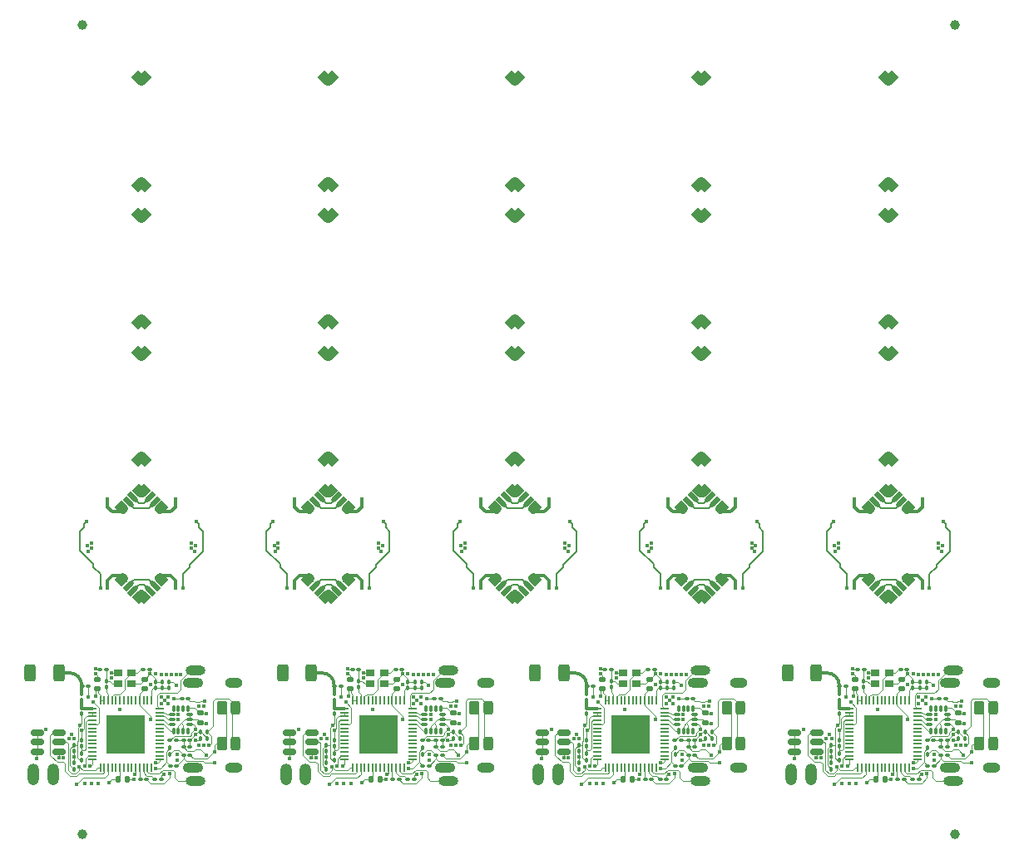
<source format=gbr>
%TF.GenerationSoftware,KiCad,Pcbnew,9.0.3*%
%TF.CreationDate,2025-08-06T20:18:33-04:00*%
%TF.ProjectId,flowstick_main_panel,666c6f77-7374-4696-936b-5f6d61696e5f,rev?*%
%TF.SameCoordinates,Original*%
%TF.FileFunction,Copper,L1,Top*%
%TF.FilePolarity,Positive*%
%FSLAX46Y46*%
G04 Gerber Fmt 4.6, Leading zero omitted, Abs format (unit mm)*
G04 Created by KiCad (PCBNEW 9.0.3) date 2025-08-06 20:18:33*
%MOMM*%
%LPD*%
G01*
G04 APERTURE LIST*
G04 Aperture macros list*
%AMRoundRect*
0 Rectangle with rounded corners*
0 $1 Rounding radius*
0 $2 $3 $4 $5 $6 $7 $8 $9 X,Y pos of 4 corners*
0 Add a 4 corners polygon primitive as box body*
4,1,4,$2,$3,$4,$5,$6,$7,$8,$9,$2,$3,0*
0 Add four circle primitives for the rounded corners*
1,1,$1+$1,$2,$3*
1,1,$1+$1,$4,$5*
1,1,$1+$1,$6,$7*
1,1,$1+$1,$8,$9*
0 Add four rect primitives between the rounded corners*
20,1,$1+$1,$2,$3,$4,$5,0*
20,1,$1+$1,$4,$5,$6,$7,0*
20,1,$1+$1,$6,$7,$8,$9,0*
20,1,$1+$1,$8,$9,$2,$3,0*%
%AMFreePoly0*
4,1,16,-0.750000,0.499999,0.250000,0.500000,0.356283,0.488573,0.489623,0.438839,0.603553,0.353553,0.688839,0.239624,0.738573,0.106282,0.750000,0.000000,0.738573,-0.106282,0.688839,-0.239624,0.603553,-0.353553,0.489623,-0.438839,0.356283,-0.488573,0.250000,-0.500000,-0.750000,-0.499999,-0.750000,0.499999,-0.750000,0.499999,$1*%
%AMFreePoly1*
4,1,16,-0.600000,0.499999,0.100000,0.500000,0.206283,0.488573,0.339623,0.438839,0.453553,0.353553,0.538839,0.239624,0.588573,0.106282,0.600000,0.000000,0.588573,-0.106282,0.538839,-0.239624,0.453553,-0.353553,0.339623,-0.438839,0.206283,-0.488573,0.100000,-0.500000,-0.600000,-0.499999,-0.600000,0.499999,-0.600000,0.499999,$1*%
%AMFreePoly2*
4,1,12,-0.600000,0.250000,0.350000,0.250000,0.445671,0.230969,0.526777,0.176777,0.580970,0.095671,0.600000,0.000000,0.580970,-0.095671,0.526777,-0.176777,0.445671,-0.230969,0.350000,-0.250000,-0.600000,-0.250000,-0.600000,0.250000,-0.600000,0.250000,$1*%
G04 Aperture macros list end*
%TA.AperFunction,Conductor*%
%ADD10C,0.300000*%
%TD*%
%TA.AperFunction,SMDPad,CuDef*%
%ADD11C,1.000000*%
%TD*%
%TA.AperFunction,ComponentPad*%
%ADD12FreePoly0,315.000000*%
%TD*%
%TA.AperFunction,ComponentPad*%
%ADD13FreePoly0,225.000000*%
%TD*%
%TA.AperFunction,ComponentPad*%
%ADD14FreePoly0,45.000000*%
%TD*%
%TA.AperFunction,ComponentPad*%
%ADD15FreePoly0,135.000000*%
%TD*%
%TA.AperFunction,SMDPad,CuDef*%
%ADD16FreePoly1,315.000000*%
%TD*%
%TA.AperFunction,SMDPad,CuDef*%
%ADD17FreePoly2,315.000000*%
%TD*%
%TA.AperFunction,SMDPad,CuDef*%
%ADD18FreePoly1,45.000000*%
%TD*%
%TA.AperFunction,SMDPad,CuDef*%
%ADD19FreePoly2,45.000000*%
%TD*%
%TA.AperFunction,SMDPad,CuDef*%
%ADD20FreePoly1,135.000000*%
%TD*%
%TA.AperFunction,SMDPad,CuDef*%
%ADD21FreePoly2,135.000000*%
%TD*%
%TA.AperFunction,SMDPad,CuDef*%
%ADD22FreePoly1,225.000000*%
%TD*%
%TA.AperFunction,SMDPad,CuDef*%
%ADD23FreePoly2,225.000000*%
%TD*%
%TA.AperFunction,SMDPad,CuDef*%
%ADD24O,2.000000X1.000000*%
%TD*%
%TA.AperFunction,SMDPad,CuDef*%
%ADD25RoundRect,0.100000X-0.100000X0.130000X-0.100000X-0.130000X0.100000X-0.130000X0.100000X0.130000X0*%
%TD*%
%TA.AperFunction,SMDPad,CuDef*%
%ADD26RoundRect,0.100000X0.100000X-0.130000X0.100000X0.130000X-0.100000X0.130000X-0.100000X-0.130000X0*%
%TD*%
%TA.AperFunction,SMDPad,CuDef*%
%ADD27RoundRect,0.250000X0.312500X0.625000X-0.312500X0.625000X-0.312500X-0.625000X0.312500X-0.625000X0*%
%TD*%
%TA.AperFunction,SMDPad,CuDef*%
%ADD28RoundRect,0.100000X0.130000X0.100000X-0.130000X0.100000X-0.130000X-0.100000X0.130000X-0.100000X0*%
%TD*%
%TA.AperFunction,SMDPad,CuDef*%
%ADD29RoundRect,0.140000X0.170000X-0.140000X0.170000X0.140000X-0.170000X0.140000X-0.170000X-0.140000X0*%
%TD*%
%TA.AperFunction,SMDPad,CuDef*%
%ADD30RoundRect,0.100000X-0.130000X-0.100000X0.130000X-0.100000X0.130000X0.100000X-0.130000X0.100000X0*%
%TD*%
%TA.AperFunction,SMDPad,CuDef*%
%ADD31RoundRect,0.140000X-0.140000X-0.170000X0.140000X-0.170000X0.140000X0.170000X-0.140000X0.170000X0*%
%TD*%
%TA.AperFunction,HeatsinkPad*%
%ADD32O,1.800000X1.000000*%
%TD*%
%TA.AperFunction,HeatsinkPad*%
%ADD33O,2.100000X1.000000*%
%TD*%
%TA.AperFunction,SMDPad,CuDef*%
%ADD34RoundRect,0.050000X-0.350000X-0.050000X0.350000X-0.050000X0.350000X0.050000X-0.350000X0.050000X0*%
%TD*%
%TA.AperFunction,SMDPad,CuDef*%
%ADD35RoundRect,0.050000X-0.050000X-0.350000X0.050000X-0.350000X0.050000X0.350000X-0.050000X0.350000X0*%
%TD*%
%TA.AperFunction,HeatsinkPad*%
%ADD36R,4.000000X4.000000*%
%TD*%
%TA.AperFunction,SMDPad,CuDef*%
%ADD37RoundRect,0.250000X0.275000X-0.450000X0.275000X0.450000X-0.275000X0.450000X-0.275000X-0.450000X0*%
%TD*%
%TA.AperFunction,SMDPad,CuDef*%
%ADD38RoundRect,0.238095X0.261905X-0.461905X0.261905X0.461905X-0.261905X0.461905X-0.261905X-0.461905X0*%
%TD*%
%TA.AperFunction,SMDPad,CuDef*%
%ADD39R,0.900000X0.800000*%
%TD*%
%TA.AperFunction,SMDPad,CuDef*%
%ADD40RoundRect,0.140000X-0.170000X0.140000X-0.170000X-0.140000X0.170000X-0.140000X0.170000X0.140000X0*%
%TD*%
%TA.AperFunction,ComponentPad*%
%ADD41O,1.200000X2.200000*%
%TD*%
%TA.AperFunction,ComponentPad*%
%ADD42C,1.200000*%
%TD*%
%TA.AperFunction,SMDPad,CuDef*%
%ADD43RoundRect,0.087500X0.087500X-0.225000X0.087500X0.225000X-0.087500X0.225000X-0.087500X-0.225000X0*%
%TD*%
%TA.AperFunction,SMDPad,CuDef*%
%ADD44RoundRect,0.087500X0.225000X-0.087500X0.225000X0.087500X-0.225000X0.087500X-0.225000X-0.087500X0*%
%TD*%
%TA.AperFunction,SMDPad,CuDef*%
%ADD45RoundRect,0.150000X0.512500X0.150000X-0.512500X0.150000X-0.512500X-0.150000X0.512500X-0.150000X0*%
%TD*%
%TA.AperFunction,ViaPad*%
%ADD46C,0.420000*%
%TD*%
%TA.AperFunction,Conductor*%
%ADD47C,0.110000*%
%TD*%
%TA.AperFunction,Conductor*%
%ADD48C,0.200000*%
%TD*%
G04 APERTURE END LIST*
D10*
%TO.N,Net-(AE1-Pad1)*%
X177800000Y-130950000D02*
G75*
G02*
X179000000Y-132150000I29J-1199971D01*
G01*
X152100000Y-130950000D02*
G75*
G02*
X153300000Y-132150000I29J-1199971D01*
G01*
X126400000Y-130950000D02*
G75*
G02*
X127600000Y-132150000I29J-1199971D01*
G01*
X100700000Y-130950000D02*
G75*
G02*
X101900000Y-132150000I29J-1199971D01*
G01*
%TD*%
D11*
%TO.P,REF\u002A\u002A,*%
%TO.N,*%
X102000000Y-147400001D03*
%TD*%
%TO.P,REF\u002A\u002A,*%
%TO.N,*%
X190800000Y-147400000D03*
%TD*%
%TO.P,REF\u002A\u002A,*%
%TO.N,*%
X190800000Y-65000000D03*
%TD*%
%TO.P,REF\u002A\u002A,*%
%TO.N,*%
X102000000Y-65000000D03*
%TD*%
D12*
%TO.P,REF\u002A\u002A,1*%
%TO.N,N/C*%
X183823227Y-70473247D03*
D13*
X184176781Y-70473247D03*
D14*
X183823227Y-81126801D03*
D15*
X184176781Y-81126801D03*
%TD*%
D16*
%TO.P,J8,4,Pin_4*%
%TO.N,GND*%
X182040380Y-114208159D03*
D17*
%TO.P,J8,3,Pin_3*%
%TO.N,/LED_DAT*%
X182676776Y-113571763D03*
%TO.P,J8,2,Pin_2*%
%TO.N,/LED_CLK*%
X183171751Y-113076788D03*
D16*
%TO.P,J8,1,Pin_1*%
%TO.N,+5V*%
X183808147Y-112440392D03*
%TD*%
D18*
%TO.P,J5,4,Pin_4*%
%TO.N,+5V*%
X183808147Y-123159632D03*
D19*
%TO.P,J5,3,Pin_3*%
%TO.N,/LED_CLK*%
X183171751Y-122523236D03*
%TO.P,J5,2,Pin_2*%
%TO.N,/LED_DAT*%
X182676776Y-122028261D03*
D18*
%TO.P,J5,1,Pin_1*%
%TO.N,GND*%
X182040380Y-121391865D03*
%TD*%
D20*
%TO.P,J6,4,Pin_4*%
%TO.N,GND*%
X185959620Y-121391865D03*
D21*
%TO.P,J6,3,Pin_3*%
%TO.N,/LED_DAT*%
X185323224Y-122028261D03*
%TO.P,J6,2,Pin_2*%
%TO.N,/LED_CLK*%
X184828249Y-122523236D03*
D20*
%TO.P,J6,1,Pin_1*%
%TO.N,+5V*%
X184191853Y-123159632D03*
%TD*%
D22*
%TO.P,J7,4,Pin_4*%
%TO.N,+5V*%
X184191853Y-112440392D03*
D23*
%TO.P,J7,3,Pin_3*%
%TO.N,/LED_CLK*%
X184828249Y-113076788D03*
%TO.P,J7,2,Pin_2*%
%TO.N,/LED_DAT*%
X185323224Y-113571763D03*
D22*
%TO.P,J7,1,Pin_1*%
%TO.N,GND*%
X185959620Y-114208159D03*
%TD*%
D13*
%TO.P,REF\u002A\u002A,1*%
%TO.N,N/C*%
X184176777Y-84473235D03*
D12*
X183823223Y-84473235D03*
D14*
X183823223Y-95126789D03*
D15*
X184176777Y-95126789D03*
%TD*%
D12*
%TO.P,REF\u002A\u002A,1*%
%TO.N,N/C*%
X183823223Y-98473235D03*
D13*
X184176777Y-98473235D03*
D14*
X183823223Y-109126789D03*
D15*
X184176777Y-109126789D03*
%TD*%
D12*
%TO.P,REF\u002A\u002A,1*%
%TO.N,N/C*%
X164823227Y-70473235D03*
D13*
X165176781Y-70473235D03*
D14*
X164823227Y-81126789D03*
D15*
X165176781Y-81126789D03*
%TD*%
D22*
%TO.P,J7,4,Pin_4*%
%TO.N,+5V*%
X165191853Y-112440380D03*
D23*
%TO.P,J7,3,Pin_3*%
%TO.N,/LED_CLK*%
X165828249Y-113076776D03*
%TO.P,J7,2,Pin_2*%
%TO.N,/LED_DAT*%
X166323224Y-113571751D03*
D22*
%TO.P,J7,1,Pin_1*%
%TO.N,GND*%
X166959620Y-114208147D03*
%TD*%
D20*
%TO.P,J6,4,Pin_4*%
%TO.N,GND*%
X166959620Y-121391853D03*
D21*
%TO.P,J6,3,Pin_3*%
%TO.N,/LED_DAT*%
X166323224Y-122028249D03*
%TO.P,J6,2,Pin_2*%
%TO.N,/LED_CLK*%
X165828249Y-122523224D03*
D20*
%TO.P,J6,1,Pin_1*%
%TO.N,+5V*%
X165191853Y-123159620D03*
%TD*%
D18*
%TO.P,J5,4,Pin_4*%
%TO.N,+5V*%
X164808147Y-123159620D03*
D19*
%TO.P,J5,3,Pin_3*%
%TO.N,/LED_CLK*%
X164171751Y-122523224D03*
%TO.P,J5,2,Pin_2*%
%TO.N,/LED_DAT*%
X163676776Y-122028249D03*
D18*
%TO.P,J5,1,Pin_1*%
%TO.N,GND*%
X163040380Y-121391853D03*
%TD*%
D16*
%TO.P,J8,4,Pin_4*%
%TO.N,GND*%
X163040380Y-114208147D03*
D17*
%TO.P,J8,3,Pin_3*%
%TO.N,/LED_DAT*%
X163676776Y-113571751D03*
%TO.P,J8,2,Pin_2*%
%TO.N,/LED_CLK*%
X164171751Y-113076776D03*
D16*
%TO.P,J8,1,Pin_1*%
%TO.N,+5V*%
X164808147Y-112440380D03*
%TD*%
D24*
%TO.P,J3,1,Pin_1*%
%TO.N,/LED_CLK*%
X190600000Y-130700000D03*
%TD*%
D25*
%TO.P,C17,1*%
%TO.N,/BUTTON*%
X191800000Y-136980000D03*
%TO.P,C17,2*%
%TO.N,GND*%
X191800000Y-137620000D03*
%TD*%
D26*
%TO.P,R9,1*%
%TO.N,/BATT_MEASURE*%
X188000000Y-139220000D03*
%TO.P,R9,2*%
%TO.N,/BATT_MEASURE_EN*%
X188000000Y-138580000D03*
%TD*%
D27*
%TO.P,AE1,1*%
%TO.N,Net-(AE1-Pad1)*%
X176662500Y-130950000D03*
%TO.P,AE1,2*%
%TO.N,unconnected-(AE1-Pad2)*%
X173737500Y-130950000D03*
%TD*%
D25*
%TO.P,L1,1,1*%
%TO.N,Net-(C6-Pad2)*%
X181500000Y-131750000D03*
%TO.P,L1,2,2*%
%TO.N,Net-(U1-XTAL_P)*%
X181500000Y-132390000D03*
%TD*%
D26*
%TO.P,R15,1*%
%TO.N,Net-(U1-CHIP_PU)*%
X179000000Y-138420000D03*
%TO.P,R15,2*%
%TO.N,+3.3V*%
X179000000Y-137780000D03*
%TD*%
D28*
%TO.P,C14,1*%
%TO.N,/BATT_MEASURE*%
X188665000Y-140400000D03*
%TO.P,C14,2*%
%TO.N,/BATT_MEASURE_EN*%
X188025000Y-140400000D03*
%TD*%
D25*
%TO.P,R7,1*%
%TO.N,Net-(D1A-K)*%
X178200000Y-140100000D03*
%TO.P,R7,2*%
%TO.N,GND*%
X178200000Y-140740000D03*
%TD*%
D29*
%TO.P,C3,1*%
%TO.N,+3.3V*%
X185400000Y-132550000D03*
%TO.P,C3,2*%
%TO.N,GND*%
X185400000Y-131590000D03*
%TD*%
D30*
%TO.P,C5,1*%
%TO.N,Net-(U1-XTAL_N)*%
X185280000Y-130570000D03*
%TO.P,C5,2*%
%TO.N,GND*%
X185920000Y-130570000D03*
%TD*%
D31*
%TO.P,C2,1*%
%TO.N,+3.3V*%
X182720000Y-141800000D03*
%TO.P,C2,2*%
%TO.N,GND*%
X183680000Y-141800000D03*
%TD*%
D28*
%TO.P,R3,1*%
%TO.N,/USBDP*%
X187120000Y-141800000D03*
%TO.P,R3,2*%
%TO.N,Net-(U1-GPIO20{slash}USB_D+)*%
X186480000Y-141800000D03*
%TD*%
D30*
%TO.P,R10,1*%
%TO.N,+3.3V*%
X187980000Y-137800000D03*
%TO.P,R10,2*%
%TO.N,/VREF*%
X188620000Y-137800000D03*
%TD*%
D32*
%TO.P,J1,S1,SHIELD*%
%TO.N,unconnected-(J1-SHIELD-PadS1)_1*%
X194475000Y-131980000D03*
D33*
%TO.N,unconnected-(J1-SHIELD-PadS1)_3*%
X190295000Y-131980000D03*
D32*
%TO.N,unconnected-(J1-SHIELD-PadS1)_2*%
X194475000Y-140620000D03*
D33*
%TO.N,unconnected-(J1-SHIELD-PadS1)*%
X190295000Y-140620000D03*
%TD*%
D26*
%TO.P,L2,1,1*%
%TO.N,Net-(U1-LNA_IN)*%
X179000000Y-133720000D03*
%TO.P,L2,2,2*%
%TO.N,Net-(AE1-Pad1)*%
X179000000Y-133080000D03*
%TD*%
D34*
%TO.P,U1,1,LNA_IN*%
%TO.N,Net-(U1-LNA_IN)*%
X180050000Y-134570000D03*
%TO.P,U1,2,VDD3P3*%
%TO.N,+3.3V*%
X180050000Y-134970000D03*
%TO.P,U1,3,VDD3P3*%
X180050000Y-135370000D03*
%TO.P,U1,4,CHIP_PU*%
%TO.N,Net-(U1-CHIP_PU)*%
X180050000Y-135770000D03*
%TO.P,U1,5,GPIO0*%
%TO.N,Net-(U1-GPIO0)*%
X180050000Y-136170000D03*
%TO.P,U1,6,GPIO1*%
%TO.N,unconnected-(U1-GPIO1-Pad6)*%
X180050000Y-136570000D03*
%TO.P,U1,7,GPIO2*%
%TO.N,unconnected-(U1-GPIO2-Pad7)*%
X180050000Y-136970000D03*
%TO.P,U1,8,GPIO3*%
%TO.N,unconnected-(U1-GPIO3-Pad8)*%
X180050000Y-137370000D03*
%TO.P,U1,9,GPIO4*%
%TO.N,unconnected-(U1-GPIO4-Pad9)*%
X180050000Y-137770000D03*
%TO.P,U1,10,GPIO5*%
%TO.N,unconnected-(U1-GPIO5-Pad10)*%
X180050000Y-138170000D03*
%TO.P,U1,11,GPIO6*%
%TO.N,unconnected-(U1-GPIO6-Pad11)*%
X180050000Y-138570000D03*
%TO.P,U1,12,GPIO7*%
%TO.N,unconnected-(U1-GPIO7-Pad12)*%
X180050000Y-138970000D03*
%TO.P,U1,13,GPIO8*%
%TO.N,/VREF*%
X180050000Y-139370000D03*
%TO.P,U1,14,GPIO9*%
%TO.N,/BATT_MEASURE*%
X180050000Y-139770000D03*
D35*
%TO.P,U1,15,GPIO10*%
%TO.N,/BUTTON*%
X180900000Y-140620000D03*
%TO.P,U1,16,GPIO11*%
%TO.N,/PWRHLD*%
X181300000Y-140620000D03*
%TO.P,U1,17,GPIO12*%
%TO.N,/CHG_SENSE*%
X181700000Y-140620000D03*
%TO.P,U1,18,GPIO13*%
%TO.N,unconnected-(U1-GPIO13-Pad18)*%
X182100000Y-140620000D03*
%TO.P,U1,19,GPIO14*%
%TO.N,unconnected-(U1-GPIO14-Pad19)*%
X182500000Y-140620000D03*
%TO.P,U1,20,VDD3P3_RTC*%
%TO.N,+3.3V*%
X182900000Y-140620000D03*
%TO.P,U1,21,XTAL_32K_P*%
%TO.N,unconnected-(U1-XTAL_32K_P-Pad21)*%
X183300000Y-140620000D03*
%TO.P,U1,22,XTAL_32K_N*%
%TO.N,unconnected-(U1-XTAL_32K_N-Pad22)*%
X183700000Y-140620000D03*
%TO.P,U1,23,GPIO17*%
%TO.N,unconnected-(U1-GPIO17-Pad23)*%
X184100000Y-140620000D03*
%TO.P,U1,24,GPIO18*%
%TO.N,/BATT_MEASURE_EN*%
X184500000Y-140620000D03*
%TO.P,U1,25,GPIO19/USB_D-*%
%TO.N,Net-(U1-GPIO19{slash}USB_D-)*%
X184900000Y-140620000D03*
%TO.P,U1,26,GPIO20/USB_D+*%
%TO.N,Net-(U1-GPIO20{slash}USB_D+)*%
X185300000Y-140620000D03*
%TO.P,U1,27,GPIO21*%
%TO.N,/LED_DAT*%
X185700000Y-140620000D03*
%TO.P,U1,28,SPICS1*%
%TO.N,unconnected-(U1-SPICS1-Pad28)*%
X186100000Y-140620000D03*
D34*
%TO.P,U1,29,VDD_SPI*%
%TO.N,+3.3V*%
X186950000Y-139770000D03*
%TO.P,U1,30,SPIHD*%
%TO.N,unconnected-(U1-SPIHD-Pad30)*%
X186950000Y-139370000D03*
%TO.P,U1,31,SPIWP*%
%TO.N,unconnected-(U1-SPIWP-Pad31)*%
X186950000Y-138970000D03*
%TO.P,U1,32,SPICS0*%
%TO.N,unconnected-(U1-SPICS0-Pad32)*%
X186950000Y-138570000D03*
%TO.P,U1,33,SPICLK*%
%TO.N,unconnected-(U1-SPICLK-Pad33)*%
X186950000Y-138170000D03*
%TO.P,U1,34,SPIQ*%
%TO.N,unconnected-(U1-SPIQ-Pad34)*%
X186950000Y-137770000D03*
%TO.P,U1,35,SPID*%
%TO.N,unconnected-(U1-SPID-Pad35)*%
X186950000Y-137370000D03*
%TO.P,U1,36,SPICLK_N*%
%TO.N,unconnected-(U1-SPICLK_N-Pad36)*%
X186950000Y-136970000D03*
%TO.P,U1,37,SPICLK_P*%
%TO.N,unconnected-(U1-SPICLK_P-Pad37)*%
X186950000Y-136570000D03*
%TO.P,U1,38,GPIO33*%
%TO.N,/IMU_PICO*%
X186950000Y-136170000D03*
%TO.P,U1,39,GPIO34*%
%TO.N,/IMU_POCI*%
X186950000Y-135770000D03*
%TO.P,U1,40,GPIO35*%
%TO.N,/IMU_SCK*%
X186950000Y-135370000D03*
%TO.P,U1,41,GPIO36*%
%TO.N,/IMU_CS*%
X186950000Y-134970000D03*
%TO.P,U1,42,GPIO37*%
%TO.N,/LED_CLK*%
X186950000Y-134570000D03*
D35*
%TO.P,U1,43,GPIO38*%
%TO.N,/VBUS_SENSE*%
X186100000Y-133720000D03*
%TO.P,U1,44,MTCK*%
%TO.N,unconnected-(U1-MTCK-Pad44)*%
X185700000Y-133720000D03*
%TO.P,U1,45,MTDO*%
%TO.N,unconnected-(U1-MTDO-Pad45)*%
X185300000Y-133720000D03*
%TO.P,U1,46,VDD3P3_CPU*%
%TO.N,+3.3V*%
X184900000Y-133720000D03*
%TO.P,U1,47,MTDI*%
%TO.N,unconnected-(U1-MTDI-Pad47)*%
X184500000Y-133720000D03*
%TO.P,U1,48,MTMS*%
%TO.N,unconnected-(U1-MTMS-Pad48)*%
X184100000Y-133720000D03*
%TO.P,U1,49,U0TXD*%
%TO.N,unconnected-(U1-U0TXD-Pad49)*%
X183700000Y-133720000D03*
%TO.P,U1,50,U0RXD*%
%TO.N,unconnected-(U1-U0RXD-Pad50)*%
X183300000Y-133720000D03*
%TO.P,U1,51,GPIO45*%
%TO.N,unconnected-(U1-GPIO45-Pad51)*%
X182900000Y-133720000D03*
%TO.P,U1,52,GPIO46*%
%TO.N,unconnected-(U1-GPIO46-Pad52)*%
X182500000Y-133720000D03*
%TO.P,U1,53,XTAL_N*%
%TO.N,Net-(U1-XTAL_N)*%
X182100000Y-133720000D03*
%TO.P,U1,54,XTAL_P*%
%TO.N,Net-(U1-XTAL_P)*%
X181700000Y-133720000D03*
%TO.P,U1,55,VDDA*%
%TO.N,+3.3V*%
X181300000Y-133720000D03*
%TO.P,U1,56,VDDA*%
X180900000Y-133720000D03*
D36*
%TO.P,U1,57,GND*%
%TO.N,GND*%
X183500000Y-137170000D03*
%TD*%
D37*
%TO.P,SW1,1,1*%
%TO.N,+BATT*%
X193280000Y-138100000D03*
X193280000Y-134500000D03*
D38*
%TO.P,SW1,2,2*%
%TO.N,/BUTTON*%
X194670000Y-138100000D03*
X194670000Y-134500000D03*
%TD*%
D28*
%TO.P,R4,1*%
%TO.N,/USBDM*%
X185620000Y-141800000D03*
%TO.P,R4,2*%
%TO.N,Net-(U1-GPIO19{slash}USB_D-)*%
X184980000Y-141800000D03*
%TD*%
D39*
%TO.P,Y1,1,1*%
%TO.N,Net-(U1-XTAL_N)*%
X184100000Y-130920000D03*
%TO.P,Y1,2,2*%
%TO.N,GND*%
X182700000Y-130920000D03*
%TO.P,Y1,3,3*%
%TO.N,Net-(C6-Pad2)*%
X182700000Y-132020000D03*
%TO.P,Y1,4,4*%
%TO.N,GND*%
X184100000Y-132020000D03*
%TD*%
D24*
%TO.P,J4,1,Pin_1*%
%TO.N,/LED_DAT*%
X190600000Y-141900000D03*
%TD*%
D30*
%TO.P,C13,1*%
%TO.N,/VREF*%
X189380000Y-137800000D03*
%TO.P,C13,2*%
%TO.N,GND*%
X190020000Y-137800000D03*
%TD*%
D25*
%TO.P,C7,1*%
%TO.N,Net-(U1-LNA_IN)*%
X179000000Y-134480000D03*
%TO.P,C7,2*%
%TO.N,GND*%
X179000000Y-135120000D03*
%TD*%
D40*
%TO.P,C16,1*%
%TO.N,+3.3V*%
X191100000Y-135020000D03*
%TO.P,C16,2*%
%TO.N,GND*%
X191100000Y-135980000D03*
%TD*%
D41*
%TO.P,BT1,1,+*%
%TO.N,+BATT*%
X176100000Y-141300000D03*
D42*
X176100000Y-141800000D03*
D41*
%TO.P,BT1,2,-*%
%TO.N,GND*%
X174100000Y-141300000D03*
D42*
X174100000Y-141800000D03*
%TD*%
D25*
%TO.P,C18,1*%
%TO.N,Net-(U1-CHIP_PU)*%
X179000000Y-139180000D03*
%TO.P,C18,2*%
%TO.N,GND*%
X179000000Y-139820000D03*
%TD*%
D26*
%TO.P,R2,1*%
%TO.N,Net-(J1-CC2)*%
X191100000Y-137620000D03*
%TO.P,R2,2*%
%TO.N,GND*%
X191100000Y-136980000D03*
%TD*%
D30*
%TO.P,C8,1*%
%TO.N,Net-(AE1-Pad1)*%
X179035000Y-132300000D03*
%TO.P,C8,2*%
%TO.N,GND*%
X179675000Y-132300000D03*
%TD*%
%TO.P,C6,1*%
%TO.N,GND*%
X180880000Y-130570000D03*
%TO.P,C6,2*%
%TO.N,Net-(C6-Pad2)*%
X181520000Y-130570000D03*
%TD*%
%TO.P,R11,1*%
%TO.N,/VREF*%
X189380000Y-138500000D03*
%TO.P,R11,2*%
%TO.N,GND*%
X190020000Y-138500000D03*
%TD*%
D43*
%TO.P,U5,1,SDO/SA0*%
%TO.N,/IMU_PICO*%
X188350000Y-136862500D03*
%TO.P,U5,2,SDX*%
%TO.N,GND*%
X188850000Y-136862500D03*
%TO.P,U5,3,SCX*%
X189350000Y-136862500D03*
%TO.P,U5,4,INT1*%
%TO.N,unconnected-(U5-INT1-Pad4)*%
X189850000Y-136862500D03*
D44*
%TO.P,U5,5,VDDIO*%
%TO.N,+3.3V*%
X190012500Y-136200000D03*
%TO.P,U5,6,GND*%
%TO.N,GND*%
X190012500Y-135700000D03*
%TO.P,U5,7,GND*%
X190012500Y-135200000D03*
D43*
%TO.P,U5,8,VDD*%
%TO.N,+3.3V*%
X189850000Y-134537500D03*
%TO.P,U5,9,INT2*%
%TO.N,unconnected-(U5-INT2-Pad9)*%
X189350000Y-134537500D03*
%TO.P,U5,10,NC*%
%TO.N,unconnected-(U5-NC-Pad10)*%
X188850000Y-134537500D03*
%TO.P,U5,11,NC*%
%TO.N,unconnected-(U5-NC-Pad11)*%
X188350000Y-134537500D03*
D44*
%TO.P,U5,12,CS*%
%TO.N,/IMU_CS*%
X188187500Y-135200000D03*
%TO.P,U5,13,SCL*%
%TO.N,/IMU_SCK*%
X188187500Y-135700000D03*
%TO.P,U5,14,SDA*%
%TO.N,/IMU_POCI*%
X188187500Y-136200000D03*
%TD*%
D26*
%TO.P,C11,1*%
%TO.N,Net-(D1A-K)*%
X178200000Y-138920000D03*
%TO.P,C11,2*%
%TO.N,GND*%
X178200000Y-138280000D03*
%TD*%
D30*
%TO.P,R1,1*%
%TO.N,Net-(J1-CC1)*%
X189200000Y-133600000D03*
%TO.P,R1,2*%
%TO.N,GND*%
X189840000Y-133600000D03*
%TD*%
D45*
%TO.P,D1,1,A*%
%TO.N,VBUS*%
X176737500Y-138950000D03*
%TO.P,D1,2,A*%
%TO.N,/BUTTON*%
X176737500Y-138000000D03*
%TO.P,D1,3,A*%
%TO.N,/PWRHLD*%
X176737500Y-137050000D03*
%TO.P,D1,4,K*%
%TO.N,Net-(D1A-K)*%
X174462500Y-137050000D03*
%TO.P,D1,5,K*%
X174462500Y-138000000D03*
%TO.P,D1,6,K*%
X174462500Y-138950000D03*
%TD*%
D26*
%TO.P,C15,1*%
%TO.N,/VBUS_SENSE*%
X186500000Y-132490000D03*
%TO.P,C15,2*%
%TO.N,GND*%
X186500000Y-131850000D03*
%TD*%
%TO.P,R14,1*%
%TO.N,/VBUS_SENSE*%
X187200000Y-132490000D03*
%TO.P,R14,2*%
%TO.N,GND*%
X187200000Y-131850000D03*
%TD*%
D25*
%TO.P,R13,1*%
%TO.N,VBUS*%
X187900000Y-131850000D03*
%TO.P,R13,2*%
%TO.N,/VBUS_SENSE*%
X187900000Y-132490000D03*
%TD*%
D29*
%TO.P,C4,1*%
%TO.N,+3.3V*%
X180600000Y-132550000D03*
%TO.P,C4,2*%
%TO.N,GND*%
X180600000Y-131590000D03*
%TD*%
D28*
%TO.P,R8,1*%
%TO.N,+BATT*%
X190020000Y-139300000D03*
%TO.P,R8,2*%
%TO.N,/BATT_MEASURE*%
X189380000Y-139300000D03*
%TD*%
D12*
%TO.P,REF\u002A\u002A,1*%
%TO.N,N/C*%
X164823223Y-98473223D03*
D13*
X165176777Y-98473223D03*
D14*
X164823223Y-109126777D03*
D15*
X165176777Y-109126777D03*
%TD*%
D13*
%TO.P,REF\u002A\u002A,1*%
%TO.N,N/C*%
X165176777Y-84473223D03*
D12*
X164823223Y-84473223D03*
D14*
X164823223Y-95126777D03*
D15*
X165176777Y-95126777D03*
%TD*%
D28*
%TO.P,R8,1*%
%TO.N,+BATT*%
X164320000Y-139300000D03*
%TO.P,R8,2*%
%TO.N,/BATT_MEASURE*%
X163680000Y-139300000D03*
%TD*%
D25*
%TO.P,L1,1,1*%
%TO.N,Net-(C6-Pad2)*%
X155800000Y-131750000D03*
%TO.P,L1,2,2*%
%TO.N,Net-(U1-XTAL_P)*%
X155800000Y-132390000D03*
%TD*%
D29*
%TO.P,C4,1*%
%TO.N,+3.3V*%
X154900000Y-132550000D03*
%TO.P,C4,2*%
%TO.N,GND*%
X154900000Y-131590000D03*
%TD*%
D25*
%TO.P,R13,1*%
%TO.N,VBUS*%
X162200000Y-131850000D03*
%TO.P,R13,2*%
%TO.N,/VBUS_SENSE*%
X162200000Y-132490000D03*
%TD*%
D30*
%TO.P,C8,1*%
%TO.N,Net-(AE1-Pad1)*%
X153335000Y-132300000D03*
%TO.P,C8,2*%
%TO.N,GND*%
X153975000Y-132300000D03*
%TD*%
D26*
%TO.P,R14,1*%
%TO.N,/VBUS_SENSE*%
X161500000Y-132490000D03*
%TO.P,R14,2*%
%TO.N,GND*%
X161500000Y-131850000D03*
%TD*%
%TO.P,C15,1*%
%TO.N,/VBUS_SENSE*%
X160800000Y-132490000D03*
%TO.P,C15,2*%
%TO.N,GND*%
X160800000Y-131850000D03*
%TD*%
D45*
%TO.P,D1,1,A*%
%TO.N,VBUS*%
X151037500Y-138950000D03*
%TO.P,D1,2,A*%
%TO.N,/BUTTON*%
X151037500Y-138000000D03*
%TO.P,D1,3,A*%
%TO.N,/PWRHLD*%
X151037500Y-137050000D03*
%TO.P,D1,4,K*%
%TO.N,Net-(D1A-K)*%
X148762500Y-137050000D03*
%TO.P,D1,5,K*%
X148762500Y-138000000D03*
%TO.P,D1,6,K*%
X148762500Y-138950000D03*
%TD*%
D26*
%TO.P,C11,1*%
%TO.N,Net-(D1A-K)*%
X152500000Y-138920000D03*
%TO.P,C11,2*%
%TO.N,GND*%
X152500000Y-138280000D03*
%TD*%
D30*
%TO.P,R1,1*%
%TO.N,Net-(J1-CC1)*%
X163500000Y-133600000D03*
%TO.P,R1,2*%
%TO.N,GND*%
X164140000Y-133600000D03*
%TD*%
D32*
%TO.P,J1,S1,SHIELD*%
%TO.N,unconnected-(J1-SHIELD-PadS1)_1*%
X168775000Y-131980000D03*
D33*
%TO.N,unconnected-(J1-SHIELD-PadS1)_3*%
X164595000Y-131980000D03*
D32*
%TO.N,unconnected-(J1-SHIELD-PadS1)_2*%
X168775000Y-140620000D03*
D33*
%TO.N,unconnected-(J1-SHIELD-PadS1)*%
X164595000Y-140620000D03*
%TD*%
D25*
%TO.P,C17,1*%
%TO.N,/BUTTON*%
X166100000Y-136980000D03*
%TO.P,C17,2*%
%TO.N,GND*%
X166100000Y-137620000D03*
%TD*%
D34*
%TO.P,U1,1,LNA_IN*%
%TO.N,Net-(U1-LNA_IN)*%
X154350000Y-134570000D03*
%TO.P,U1,2,VDD3P3*%
%TO.N,+3.3V*%
X154350000Y-134970000D03*
%TO.P,U1,3,VDD3P3*%
X154350000Y-135370000D03*
%TO.P,U1,4,CHIP_PU*%
%TO.N,Net-(U1-CHIP_PU)*%
X154350000Y-135770000D03*
%TO.P,U1,5,GPIO0*%
%TO.N,Net-(U1-GPIO0)*%
X154350000Y-136170000D03*
%TO.P,U1,6,GPIO1*%
%TO.N,unconnected-(U1-GPIO1-Pad6)*%
X154350000Y-136570000D03*
%TO.P,U1,7,GPIO2*%
%TO.N,unconnected-(U1-GPIO2-Pad7)*%
X154350000Y-136970000D03*
%TO.P,U1,8,GPIO3*%
%TO.N,unconnected-(U1-GPIO3-Pad8)*%
X154350000Y-137370000D03*
%TO.P,U1,9,GPIO4*%
%TO.N,unconnected-(U1-GPIO4-Pad9)*%
X154350000Y-137770000D03*
%TO.P,U1,10,GPIO5*%
%TO.N,unconnected-(U1-GPIO5-Pad10)*%
X154350000Y-138170000D03*
%TO.P,U1,11,GPIO6*%
%TO.N,unconnected-(U1-GPIO6-Pad11)*%
X154350000Y-138570000D03*
%TO.P,U1,12,GPIO7*%
%TO.N,unconnected-(U1-GPIO7-Pad12)*%
X154350000Y-138970000D03*
%TO.P,U1,13,GPIO8*%
%TO.N,/VREF*%
X154350000Y-139370000D03*
%TO.P,U1,14,GPIO9*%
%TO.N,/BATT_MEASURE*%
X154350000Y-139770000D03*
D35*
%TO.P,U1,15,GPIO10*%
%TO.N,/BUTTON*%
X155200000Y-140620000D03*
%TO.P,U1,16,GPIO11*%
%TO.N,/PWRHLD*%
X155600000Y-140620000D03*
%TO.P,U1,17,GPIO12*%
%TO.N,/CHG_SENSE*%
X156000000Y-140620000D03*
%TO.P,U1,18,GPIO13*%
%TO.N,unconnected-(U1-GPIO13-Pad18)*%
X156400000Y-140620000D03*
%TO.P,U1,19,GPIO14*%
%TO.N,unconnected-(U1-GPIO14-Pad19)*%
X156800000Y-140620000D03*
%TO.P,U1,20,VDD3P3_RTC*%
%TO.N,+3.3V*%
X157200000Y-140620000D03*
%TO.P,U1,21,XTAL_32K_P*%
%TO.N,unconnected-(U1-XTAL_32K_P-Pad21)*%
X157600000Y-140620000D03*
%TO.P,U1,22,XTAL_32K_N*%
%TO.N,unconnected-(U1-XTAL_32K_N-Pad22)*%
X158000000Y-140620000D03*
%TO.P,U1,23,GPIO17*%
%TO.N,unconnected-(U1-GPIO17-Pad23)*%
X158400000Y-140620000D03*
%TO.P,U1,24,GPIO18*%
%TO.N,/BATT_MEASURE_EN*%
X158800000Y-140620000D03*
%TO.P,U1,25,GPIO19/USB_D-*%
%TO.N,Net-(U1-GPIO19{slash}USB_D-)*%
X159200000Y-140620000D03*
%TO.P,U1,26,GPIO20/USB_D+*%
%TO.N,Net-(U1-GPIO20{slash}USB_D+)*%
X159600000Y-140620000D03*
%TO.P,U1,27,GPIO21*%
%TO.N,/LED_DAT*%
X160000000Y-140620000D03*
%TO.P,U1,28,SPICS1*%
%TO.N,unconnected-(U1-SPICS1-Pad28)*%
X160400000Y-140620000D03*
D34*
%TO.P,U1,29,VDD_SPI*%
%TO.N,+3.3V*%
X161250000Y-139770000D03*
%TO.P,U1,30,SPIHD*%
%TO.N,unconnected-(U1-SPIHD-Pad30)*%
X161250000Y-139370000D03*
%TO.P,U1,31,SPIWP*%
%TO.N,unconnected-(U1-SPIWP-Pad31)*%
X161250000Y-138970000D03*
%TO.P,U1,32,SPICS0*%
%TO.N,unconnected-(U1-SPICS0-Pad32)*%
X161250000Y-138570000D03*
%TO.P,U1,33,SPICLK*%
%TO.N,unconnected-(U1-SPICLK-Pad33)*%
X161250000Y-138170000D03*
%TO.P,U1,34,SPIQ*%
%TO.N,unconnected-(U1-SPIQ-Pad34)*%
X161250000Y-137770000D03*
%TO.P,U1,35,SPID*%
%TO.N,unconnected-(U1-SPID-Pad35)*%
X161250000Y-137370000D03*
%TO.P,U1,36,SPICLK_N*%
%TO.N,unconnected-(U1-SPICLK_N-Pad36)*%
X161250000Y-136970000D03*
%TO.P,U1,37,SPICLK_P*%
%TO.N,unconnected-(U1-SPICLK_P-Pad37)*%
X161250000Y-136570000D03*
%TO.P,U1,38,GPIO33*%
%TO.N,/IMU_PICO*%
X161250000Y-136170000D03*
%TO.P,U1,39,GPIO34*%
%TO.N,/IMU_POCI*%
X161250000Y-135770000D03*
%TO.P,U1,40,GPIO35*%
%TO.N,/IMU_SCK*%
X161250000Y-135370000D03*
%TO.P,U1,41,GPIO36*%
%TO.N,/IMU_CS*%
X161250000Y-134970000D03*
%TO.P,U1,42,GPIO37*%
%TO.N,/LED_CLK*%
X161250000Y-134570000D03*
D35*
%TO.P,U1,43,GPIO38*%
%TO.N,/VBUS_SENSE*%
X160400000Y-133720000D03*
%TO.P,U1,44,MTCK*%
%TO.N,unconnected-(U1-MTCK-Pad44)*%
X160000000Y-133720000D03*
%TO.P,U1,45,MTDO*%
%TO.N,unconnected-(U1-MTDO-Pad45)*%
X159600000Y-133720000D03*
%TO.P,U1,46,VDD3P3_CPU*%
%TO.N,+3.3V*%
X159200000Y-133720000D03*
%TO.P,U1,47,MTDI*%
%TO.N,unconnected-(U1-MTDI-Pad47)*%
X158800000Y-133720000D03*
%TO.P,U1,48,MTMS*%
%TO.N,unconnected-(U1-MTMS-Pad48)*%
X158400000Y-133720000D03*
%TO.P,U1,49,U0TXD*%
%TO.N,unconnected-(U1-U0TXD-Pad49)*%
X158000000Y-133720000D03*
%TO.P,U1,50,U0RXD*%
%TO.N,unconnected-(U1-U0RXD-Pad50)*%
X157600000Y-133720000D03*
%TO.P,U1,51,GPIO45*%
%TO.N,unconnected-(U1-GPIO45-Pad51)*%
X157200000Y-133720000D03*
%TO.P,U1,52,GPIO46*%
%TO.N,unconnected-(U1-GPIO46-Pad52)*%
X156800000Y-133720000D03*
%TO.P,U1,53,XTAL_N*%
%TO.N,Net-(U1-XTAL_N)*%
X156400000Y-133720000D03*
%TO.P,U1,54,XTAL_P*%
%TO.N,Net-(U1-XTAL_P)*%
X156000000Y-133720000D03*
%TO.P,U1,55,VDDA*%
%TO.N,+3.3V*%
X155600000Y-133720000D03*
%TO.P,U1,56,VDDA*%
X155200000Y-133720000D03*
D36*
%TO.P,U1,57,GND*%
%TO.N,GND*%
X157800000Y-137170000D03*
%TD*%
D43*
%TO.P,U5,1,SDO/SA0*%
%TO.N,/IMU_PICO*%
X162650000Y-136862500D03*
%TO.P,U5,2,SDX*%
%TO.N,GND*%
X163150000Y-136862500D03*
%TO.P,U5,3,SCX*%
X163650000Y-136862500D03*
%TO.P,U5,4,INT1*%
%TO.N,unconnected-(U5-INT1-Pad4)*%
X164150000Y-136862500D03*
D44*
%TO.P,U5,5,VDDIO*%
%TO.N,+3.3V*%
X164312500Y-136200000D03*
%TO.P,U5,6,GND*%
%TO.N,GND*%
X164312500Y-135700000D03*
%TO.P,U5,7,GND*%
X164312500Y-135200000D03*
D43*
%TO.P,U5,8,VDD*%
%TO.N,+3.3V*%
X164150000Y-134537500D03*
%TO.P,U5,9,INT2*%
%TO.N,unconnected-(U5-INT2-Pad9)*%
X163650000Y-134537500D03*
%TO.P,U5,10,NC*%
%TO.N,unconnected-(U5-NC-Pad10)*%
X163150000Y-134537500D03*
%TO.P,U5,11,NC*%
%TO.N,unconnected-(U5-NC-Pad11)*%
X162650000Y-134537500D03*
D44*
%TO.P,U5,12,CS*%
%TO.N,/IMU_CS*%
X162487500Y-135200000D03*
%TO.P,U5,13,SCL*%
%TO.N,/IMU_SCK*%
X162487500Y-135700000D03*
%TO.P,U5,14,SDA*%
%TO.N,/IMU_POCI*%
X162487500Y-136200000D03*
%TD*%
D30*
%TO.P,R11,1*%
%TO.N,/VREF*%
X163680000Y-138500000D03*
%TO.P,R11,2*%
%TO.N,GND*%
X164320000Y-138500000D03*
%TD*%
%TO.P,C6,1*%
%TO.N,GND*%
X155180000Y-130570000D03*
%TO.P,C6,2*%
%TO.N,Net-(C6-Pad2)*%
X155820000Y-130570000D03*
%TD*%
%TO.P,C13,1*%
%TO.N,/VREF*%
X163680000Y-137800000D03*
%TO.P,C13,2*%
%TO.N,GND*%
X164320000Y-137800000D03*
%TD*%
D26*
%TO.P,R2,1*%
%TO.N,Net-(J1-CC2)*%
X165400000Y-137620000D03*
%TO.P,R2,2*%
%TO.N,GND*%
X165400000Y-136980000D03*
%TD*%
D25*
%TO.P,C18,1*%
%TO.N,Net-(U1-CHIP_PU)*%
X153300000Y-139180000D03*
%TO.P,C18,2*%
%TO.N,GND*%
X153300000Y-139820000D03*
%TD*%
D41*
%TO.P,BT1,1,+*%
%TO.N,+BATT*%
X150400000Y-141300000D03*
D42*
X150400000Y-141800000D03*
D41*
%TO.P,BT1,2,-*%
%TO.N,GND*%
X148400000Y-141300000D03*
D42*
X148400000Y-141800000D03*
%TD*%
D40*
%TO.P,C16,1*%
%TO.N,+3.3V*%
X165400000Y-135020000D03*
%TO.P,C16,2*%
%TO.N,GND*%
X165400000Y-135980000D03*
%TD*%
D25*
%TO.P,C7,1*%
%TO.N,Net-(U1-LNA_IN)*%
X153300000Y-134480000D03*
%TO.P,C7,2*%
%TO.N,GND*%
X153300000Y-135120000D03*
%TD*%
D24*
%TO.P,J4,1,Pin_1*%
%TO.N,/LED_DAT*%
X164900000Y-141900000D03*
%TD*%
D39*
%TO.P,Y1,1,1*%
%TO.N,Net-(U1-XTAL_N)*%
X158400000Y-130920000D03*
%TO.P,Y1,2,2*%
%TO.N,GND*%
X157000000Y-130920000D03*
%TO.P,Y1,3,3*%
%TO.N,Net-(C6-Pad2)*%
X157000000Y-132020000D03*
%TO.P,Y1,4,4*%
%TO.N,GND*%
X158400000Y-132020000D03*
%TD*%
D37*
%TO.P,SW1,1,1*%
%TO.N,+BATT*%
X167580000Y-138100000D03*
X167580000Y-134500000D03*
D38*
%TO.P,SW1,2,2*%
%TO.N,/BUTTON*%
X168970000Y-138100000D03*
X168970000Y-134500000D03*
%TD*%
D28*
%TO.P,R4,1*%
%TO.N,/USBDM*%
X159920000Y-141800000D03*
%TO.P,R4,2*%
%TO.N,Net-(U1-GPIO19{slash}USB_D-)*%
X159280000Y-141800000D03*
%TD*%
%TO.P,C14,1*%
%TO.N,/BATT_MEASURE*%
X162965000Y-140400000D03*
%TO.P,C14,2*%
%TO.N,/BATT_MEASURE_EN*%
X162325000Y-140400000D03*
%TD*%
D26*
%TO.P,L2,1,1*%
%TO.N,Net-(U1-LNA_IN)*%
X153300000Y-133720000D03*
%TO.P,L2,2,2*%
%TO.N,Net-(AE1-Pad1)*%
X153300000Y-133080000D03*
%TD*%
D30*
%TO.P,R10,1*%
%TO.N,+3.3V*%
X162280000Y-137800000D03*
%TO.P,R10,2*%
%TO.N,/VREF*%
X162920000Y-137800000D03*
%TD*%
D28*
%TO.P,R3,1*%
%TO.N,/USBDP*%
X161420000Y-141800000D03*
%TO.P,R3,2*%
%TO.N,Net-(U1-GPIO20{slash}USB_D+)*%
X160780000Y-141800000D03*
%TD*%
D31*
%TO.P,C2,1*%
%TO.N,+3.3V*%
X157020000Y-141800000D03*
%TO.P,C2,2*%
%TO.N,GND*%
X157980000Y-141800000D03*
%TD*%
D30*
%TO.P,C5,1*%
%TO.N,Net-(U1-XTAL_N)*%
X159580000Y-130570000D03*
%TO.P,C5,2*%
%TO.N,GND*%
X160220000Y-130570000D03*
%TD*%
D29*
%TO.P,C3,1*%
%TO.N,+3.3V*%
X159700000Y-132550000D03*
%TO.P,C3,2*%
%TO.N,GND*%
X159700000Y-131590000D03*
%TD*%
D25*
%TO.P,R7,1*%
%TO.N,Net-(D1A-K)*%
X152500000Y-140100000D03*
%TO.P,R7,2*%
%TO.N,GND*%
X152500000Y-140740000D03*
%TD*%
D26*
%TO.P,R15,1*%
%TO.N,Net-(U1-CHIP_PU)*%
X153300000Y-138420000D03*
%TO.P,R15,2*%
%TO.N,+3.3V*%
X153300000Y-137780000D03*
%TD*%
D27*
%TO.P,AE1,1*%
%TO.N,Net-(AE1-Pad1)*%
X150962500Y-130950000D03*
%TO.P,AE1,2*%
%TO.N,unconnected-(AE1-Pad2)*%
X148037500Y-130950000D03*
%TD*%
D26*
%TO.P,R9,1*%
%TO.N,/BATT_MEASURE*%
X162300000Y-139220000D03*
%TO.P,R9,2*%
%TO.N,/BATT_MEASURE_EN*%
X162300000Y-138580000D03*
%TD*%
D24*
%TO.P,J3,1,Pin_1*%
%TO.N,/LED_CLK*%
X164900000Y-130700000D03*
%TD*%
D12*
%TO.P,REF\u002A\u002A,1*%
%TO.N,N/C*%
X145823223Y-98473223D03*
D13*
X146176777Y-98473223D03*
D14*
X145823223Y-109126777D03*
D15*
X146176777Y-109126777D03*
%TD*%
D13*
%TO.P,REF\u002A\u002A,1*%
%TO.N,N/C*%
X146176777Y-84473223D03*
D12*
X145823223Y-84473223D03*
D14*
X145823223Y-95126777D03*
D15*
X146176777Y-95126777D03*
%TD*%
D12*
%TO.P,REF\u002A\u002A,1*%
%TO.N,N/C*%
X145823227Y-70473235D03*
D13*
X146176781Y-70473235D03*
D14*
X145823227Y-81126789D03*
D15*
X146176781Y-81126789D03*
%TD*%
D16*
%TO.P,J8,4,Pin_4*%
%TO.N,GND*%
X144040380Y-114208147D03*
D17*
%TO.P,J8,3,Pin_3*%
%TO.N,/LED_DAT*%
X144676776Y-113571751D03*
%TO.P,J8,2,Pin_2*%
%TO.N,/LED_CLK*%
X145171751Y-113076776D03*
D16*
%TO.P,J8,1,Pin_1*%
%TO.N,+5V*%
X145808147Y-112440380D03*
%TD*%
D18*
%TO.P,J5,4,Pin_4*%
%TO.N,+5V*%
X145808147Y-123159620D03*
D19*
%TO.P,J5,3,Pin_3*%
%TO.N,/LED_CLK*%
X145171751Y-122523224D03*
%TO.P,J5,2,Pin_2*%
%TO.N,/LED_DAT*%
X144676776Y-122028249D03*
D18*
%TO.P,J5,1,Pin_1*%
%TO.N,GND*%
X144040380Y-121391853D03*
%TD*%
D20*
%TO.P,J6,4,Pin_4*%
%TO.N,GND*%
X147959620Y-121391853D03*
D21*
%TO.P,J6,3,Pin_3*%
%TO.N,/LED_DAT*%
X147323224Y-122028249D03*
%TO.P,J6,2,Pin_2*%
%TO.N,/LED_CLK*%
X146828249Y-122523224D03*
D20*
%TO.P,J6,1,Pin_1*%
%TO.N,+5V*%
X146191853Y-123159620D03*
%TD*%
D22*
%TO.P,J7,4,Pin_4*%
%TO.N,+5V*%
X146191853Y-112440380D03*
D23*
%TO.P,J7,3,Pin_3*%
%TO.N,/LED_CLK*%
X146828249Y-113076776D03*
%TO.P,J7,2,Pin_2*%
%TO.N,/LED_DAT*%
X147323224Y-113571751D03*
D22*
%TO.P,J7,1,Pin_1*%
%TO.N,GND*%
X147959620Y-114208147D03*
%TD*%
D12*
%TO.P,REF\u002A\u002A,1*%
%TO.N,N/C*%
X126823223Y-70473223D03*
D13*
X127176777Y-70473223D03*
D14*
X126823223Y-81126777D03*
D15*
X127176777Y-81126777D03*
%TD*%
D13*
%TO.P,REF\u002A\u002A,1*%
%TO.N,N/C*%
X127176773Y-84473211D03*
D12*
X126823219Y-84473211D03*
D14*
X126823219Y-95126765D03*
D15*
X127176773Y-95126765D03*
%TD*%
D12*
%TO.P,REF\u002A\u002A,1*%
%TO.N,N/C*%
X126823219Y-98473211D03*
D13*
X127176773Y-98473211D03*
D14*
X126823219Y-109126765D03*
D15*
X127176773Y-109126765D03*
%TD*%
D24*
%TO.P,J3,1,Pin_1*%
%TO.N,/LED_CLK*%
X139200000Y-130700000D03*
%TD*%
D30*
%TO.P,R1,1*%
%TO.N,Net-(J1-CC1)*%
X137800000Y-133600000D03*
%TO.P,R1,2*%
%TO.N,GND*%
X138440000Y-133600000D03*
%TD*%
D26*
%TO.P,R9,1*%
%TO.N,/BATT_MEASURE*%
X136600000Y-139220000D03*
%TO.P,R9,2*%
%TO.N,/BATT_MEASURE_EN*%
X136600000Y-138580000D03*
%TD*%
%TO.P,L2,1,1*%
%TO.N,Net-(U1-LNA_IN)*%
X127600000Y-133720000D03*
%TO.P,L2,2,2*%
%TO.N,Net-(AE1-Pad1)*%
X127600000Y-133080000D03*
%TD*%
D27*
%TO.P,AE1,1*%
%TO.N,Net-(AE1-Pad1)*%
X125262500Y-130950000D03*
%TO.P,AE1,2*%
%TO.N,unconnected-(AE1-Pad2)*%
X122337500Y-130950000D03*
%TD*%
D28*
%TO.P,C14,1*%
%TO.N,/BATT_MEASURE*%
X137265000Y-140400000D03*
%TO.P,C14,2*%
%TO.N,/BATT_MEASURE_EN*%
X136625000Y-140400000D03*
%TD*%
%TO.P,R4,1*%
%TO.N,/USBDM*%
X134220000Y-141800000D03*
%TO.P,R4,2*%
%TO.N,Net-(U1-GPIO19{slash}USB_D-)*%
X133580000Y-141800000D03*
%TD*%
D29*
%TO.P,C4,1*%
%TO.N,+3.3V*%
X129200000Y-132550000D03*
%TO.P,C4,2*%
%TO.N,GND*%
X129200000Y-131590000D03*
%TD*%
D45*
%TO.P,D1,1,A*%
%TO.N,VBUS*%
X125337500Y-138950000D03*
%TO.P,D1,2,A*%
%TO.N,/BUTTON*%
X125337500Y-138000000D03*
%TO.P,D1,3,A*%
%TO.N,/PWRHLD*%
X125337500Y-137050000D03*
%TO.P,D1,4,K*%
%TO.N,Net-(D1A-K)*%
X123062500Y-137050000D03*
%TO.P,D1,5,K*%
X123062500Y-138000000D03*
%TO.P,D1,6,K*%
X123062500Y-138950000D03*
%TD*%
D26*
%TO.P,R14,1*%
%TO.N,/VBUS_SENSE*%
X135800000Y-132490000D03*
%TO.P,R14,2*%
%TO.N,GND*%
X135800000Y-131850000D03*
%TD*%
%TO.P,R15,1*%
%TO.N,Net-(U1-CHIP_PU)*%
X127600000Y-138420000D03*
%TO.P,R15,2*%
%TO.N,+3.3V*%
X127600000Y-137780000D03*
%TD*%
D25*
%TO.P,R7,1*%
%TO.N,Net-(D1A-K)*%
X126800000Y-140100000D03*
%TO.P,R7,2*%
%TO.N,GND*%
X126800000Y-140740000D03*
%TD*%
D24*
%TO.P,J4,1,Pin_1*%
%TO.N,/LED_DAT*%
X139200000Y-141900000D03*
%TD*%
D29*
%TO.P,C3,1*%
%TO.N,+3.3V*%
X134000000Y-132550000D03*
%TO.P,C3,2*%
%TO.N,GND*%
X134000000Y-131590000D03*
%TD*%
D40*
%TO.P,C16,1*%
%TO.N,+3.3V*%
X139700000Y-135020000D03*
%TO.P,C16,2*%
%TO.N,GND*%
X139700000Y-135980000D03*
%TD*%
D30*
%TO.P,C5,1*%
%TO.N,Net-(U1-XTAL_N)*%
X133880000Y-130570000D03*
%TO.P,C5,2*%
%TO.N,GND*%
X134520000Y-130570000D03*
%TD*%
D41*
%TO.P,BT1,1,+*%
%TO.N,+BATT*%
X124700000Y-141300000D03*
D42*
X124700000Y-141800000D03*
D41*
%TO.P,BT1,2,-*%
%TO.N,GND*%
X122700000Y-141300000D03*
D42*
X122700000Y-141800000D03*
%TD*%
D31*
%TO.P,C2,1*%
%TO.N,+3.3V*%
X131320000Y-141800000D03*
%TO.P,C2,2*%
%TO.N,GND*%
X132280000Y-141800000D03*
%TD*%
D28*
%TO.P,R3,1*%
%TO.N,/USBDP*%
X135720000Y-141800000D03*
%TO.P,R3,2*%
%TO.N,Net-(U1-GPIO20{slash}USB_D+)*%
X135080000Y-141800000D03*
%TD*%
D25*
%TO.P,C7,1*%
%TO.N,Net-(U1-LNA_IN)*%
X127600000Y-134480000D03*
%TO.P,C7,2*%
%TO.N,GND*%
X127600000Y-135120000D03*
%TD*%
D30*
%TO.P,R10,1*%
%TO.N,+3.3V*%
X136580000Y-137800000D03*
%TO.P,R10,2*%
%TO.N,/VREF*%
X137220000Y-137800000D03*
%TD*%
D37*
%TO.P,SW1,1,1*%
%TO.N,+BATT*%
X141880000Y-138100000D03*
X141880000Y-134500000D03*
D38*
%TO.P,SW1,2,2*%
%TO.N,/BUTTON*%
X143270000Y-138100000D03*
X143270000Y-134500000D03*
%TD*%
D39*
%TO.P,Y1,1,1*%
%TO.N,Net-(U1-XTAL_N)*%
X132700000Y-130920000D03*
%TO.P,Y1,2,2*%
%TO.N,GND*%
X131300000Y-130920000D03*
%TO.P,Y1,3,3*%
%TO.N,Net-(C6-Pad2)*%
X131300000Y-132020000D03*
%TO.P,Y1,4,4*%
%TO.N,GND*%
X132700000Y-132020000D03*
%TD*%
D32*
%TO.P,J1,S1,SHIELD*%
%TO.N,unconnected-(J1-SHIELD-PadS1)_1*%
X143075000Y-131980000D03*
D33*
%TO.N,unconnected-(J1-SHIELD-PadS1)_3*%
X138895000Y-131980000D03*
D32*
%TO.N,unconnected-(J1-SHIELD-PadS1)_2*%
X143075000Y-140620000D03*
D33*
%TO.N,unconnected-(J1-SHIELD-PadS1)*%
X138895000Y-140620000D03*
%TD*%
D30*
%TO.P,C6,1*%
%TO.N,GND*%
X129480000Y-130570000D03*
%TO.P,C6,2*%
%TO.N,Net-(C6-Pad2)*%
X130120000Y-130570000D03*
%TD*%
D25*
%TO.P,C18,1*%
%TO.N,Net-(U1-CHIP_PU)*%
X127600000Y-139180000D03*
%TO.P,C18,2*%
%TO.N,GND*%
X127600000Y-139820000D03*
%TD*%
D26*
%TO.P,R2,1*%
%TO.N,Net-(J1-CC2)*%
X139700000Y-137620000D03*
%TO.P,R2,2*%
%TO.N,GND*%
X139700000Y-136980000D03*
%TD*%
D30*
%TO.P,C13,1*%
%TO.N,/VREF*%
X137980000Y-137800000D03*
%TO.P,C13,2*%
%TO.N,GND*%
X138620000Y-137800000D03*
%TD*%
D34*
%TO.P,U1,1,LNA_IN*%
%TO.N,Net-(U1-LNA_IN)*%
X128650000Y-134570000D03*
%TO.P,U1,2,VDD3P3*%
%TO.N,+3.3V*%
X128650000Y-134970000D03*
%TO.P,U1,3,VDD3P3*%
X128650000Y-135370000D03*
%TO.P,U1,4,CHIP_PU*%
%TO.N,Net-(U1-CHIP_PU)*%
X128650000Y-135770000D03*
%TO.P,U1,5,GPIO0*%
%TO.N,Net-(U1-GPIO0)*%
X128650000Y-136170000D03*
%TO.P,U1,6,GPIO1*%
%TO.N,unconnected-(U1-GPIO1-Pad6)*%
X128650000Y-136570000D03*
%TO.P,U1,7,GPIO2*%
%TO.N,unconnected-(U1-GPIO2-Pad7)*%
X128650000Y-136970000D03*
%TO.P,U1,8,GPIO3*%
%TO.N,unconnected-(U1-GPIO3-Pad8)*%
X128650000Y-137370000D03*
%TO.P,U1,9,GPIO4*%
%TO.N,unconnected-(U1-GPIO4-Pad9)*%
X128650000Y-137770000D03*
%TO.P,U1,10,GPIO5*%
%TO.N,unconnected-(U1-GPIO5-Pad10)*%
X128650000Y-138170000D03*
%TO.P,U1,11,GPIO6*%
%TO.N,unconnected-(U1-GPIO6-Pad11)*%
X128650000Y-138570000D03*
%TO.P,U1,12,GPIO7*%
%TO.N,unconnected-(U1-GPIO7-Pad12)*%
X128650000Y-138970000D03*
%TO.P,U1,13,GPIO8*%
%TO.N,/VREF*%
X128650000Y-139370000D03*
%TO.P,U1,14,GPIO9*%
%TO.N,/BATT_MEASURE*%
X128650000Y-139770000D03*
D35*
%TO.P,U1,15,GPIO10*%
%TO.N,/BUTTON*%
X129500000Y-140620000D03*
%TO.P,U1,16,GPIO11*%
%TO.N,/PWRHLD*%
X129900000Y-140620000D03*
%TO.P,U1,17,GPIO12*%
%TO.N,/CHG_SENSE*%
X130300000Y-140620000D03*
%TO.P,U1,18,GPIO13*%
%TO.N,unconnected-(U1-GPIO13-Pad18)*%
X130700000Y-140620000D03*
%TO.P,U1,19,GPIO14*%
%TO.N,unconnected-(U1-GPIO14-Pad19)*%
X131100000Y-140620000D03*
%TO.P,U1,20,VDD3P3_RTC*%
%TO.N,+3.3V*%
X131500000Y-140620000D03*
%TO.P,U1,21,XTAL_32K_P*%
%TO.N,unconnected-(U1-XTAL_32K_P-Pad21)*%
X131900000Y-140620000D03*
%TO.P,U1,22,XTAL_32K_N*%
%TO.N,unconnected-(U1-XTAL_32K_N-Pad22)*%
X132300000Y-140620000D03*
%TO.P,U1,23,GPIO17*%
%TO.N,unconnected-(U1-GPIO17-Pad23)*%
X132700000Y-140620000D03*
%TO.P,U1,24,GPIO18*%
%TO.N,/BATT_MEASURE_EN*%
X133100000Y-140620000D03*
%TO.P,U1,25,GPIO19/USB_D-*%
%TO.N,Net-(U1-GPIO19{slash}USB_D-)*%
X133500000Y-140620000D03*
%TO.P,U1,26,GPIO20/USB_D+*%
%TO.N,Net-(U1-GPIO20{slash}USB_D+)*%
X133900000Y-140620000D03*
%TO.P,U1,27,GPIO21*%
%TO.N,/LED_DAT*%
X134300000Y-140620000D03*
%TO.P,U1,28,SPICS1*%
%TO.N,unconnected-(U1-SPICS1-Pad28)*%
X134700000Y-140620000D03*
D34*
%TO.P,U1,29,VDD_SPI*%
%TO.N,+3.3V*%
X135550000Y-139770000D03*
%TO.P,U1,30,SPIHD*%
%TO.N,unconnected-(U1-SPIHD-Pad30)*%
X135550000Y-139370000D03*
%TO.P,U1,31,SPIWP*%
%TO.N,unconnected-(U1-SPIWP-Pad31)*%
X135550000Y-138970000D03*
%TO.P,U1,32,SPICS0*%
%TO.N,unconnected-(U1-SPICS0-Pad32)*%
X135550000Y-138570000D03*
%TO.P,U1,33,SPICLK*%
%TO.N,unconnected-(U1-SPICLK-Pad33)*%
X135550000Y-138170000D03*
%TO.P,U1,34,SPIQ*%
%TO.N,unconnected-(U1-SPIQ-Pad34)*%
X135550000Y-137770000D03*
%TO.P,U1,35,SPID*%
%TO.N,unconnected-(U1-SPID-Pad35)*%
X135550000Y-137370000D03*
%TO.P,U1,36,SPICLK_N*%
%TO.N,unconnected-(U1-SPICLK_N-Pad36)*%
X135550000Y-136970000D03*
%TO.P,U1,37,SPICLK_P*%
%TO.N,unconnected-(U1-SPICLK_P-Pad37)*%
X135550000Y-136570000D03*
%TO.P,U1,38,GPIO33*%
%TO.N,/IMU_PICO*%
X135550000Y-136170000D03*
%TO.P,U1,39,GPIO34*%
%TO.N,/IMU_POCI*%
X135550000Y-135770000D03*
%TO.P,U1,40,GPIO35*%
%TO.N,/IMU_SCK*%
X135550000Y-135370000D03*
%TO.P,U1,41,GPIO36*%
%TO.N,/IMU_CS*%
X135550000Y-134970000D03*
%TO.P,U1,42,GPIO37*%
%TO.N,/LED_CLK*%
X135550000Y-134570000D03*
D35*
%TO.P,U1,43,GPIO38*%
%TO.N,/VBUS_SENSE*%
X134700000Y-133720000D03*
%TO.P,U1,44,MTCK*%
%TO.N,unconnected-(U1-MTCK-Pad44)*%
X134300000Y-133720000D03*
%TO.P,U1,45,MTDO*%
%TO.N,unconnected-(U1-MTDO-Pad45)*%
X133900000Y-133720000D03*
%TO.P,U1,46,VDD3P3_CPU*%
%TO.N,+3.3V*%
X133500000Y-133720000D03*
%TO.P,U1,47,MTDI*%
%TO.N,unconnected-(U1-MTDI-Pad47)*%
X133100000Y-133720000D03*
%TO.P,U1,48,MTMS*%
%TO.N,unconnected-(U1-MTMS-Pad48)*%
X132700000Y-133720000D03*
%TO.P,U1,49,U0TXD*%
%TO.N,unconnected-(U1-U0TXD-Pad49)*%
X132300000Y-133720000D03*
%TO.P,U1,50,U0RXD*%
%TO.N,unconnected-(U1-U0RXD-Pad50)*%
X131900000Y-133720000D03*
%TO.P,U1,51,GPIO45*%
%TO.N,unconnected-(U1-GPIO45-Pad51)*%
X131500000Y-133720000D03*
%TO.P,U1,52,GPIO46*%
%TO.N,unconnected-(U1-GPIO46-Pad52)*%
X131100000Y-133720000D03*
%TO.P,U1,53,XTAL_N*%
%TO.N,Net-(U1-XTAL_N)*%
X130700000Y-133720000D03*
%TO.P,U1,54,XTAL_P*%
%TO.N,Net-(U1-XTAL_P)*%
X130300000Y-133720000D03*
%TO.P,U1,55,VDDA*%
%TO.N,+3.3V*%
X129900000Y-133720000D03*
%TO.P,U1,56,VDDA*%
X129500000Y-133720000D03*
D36*
%TO.P,U1,57,GND*%
%TO.N,GND*%
X132100000Y-137170000D03*
%TD*%
D26*
%TO.P,C15,1*%
%TO.N,/VBUS_SENSE*%
X135100000Y-132490000D03*
%TO.P,C15,2*%
%TO.N,GND*%
X135100000Y-131850000D03*
%TD*%
D30*
%TO.P,R11,1*%
%TO.N,/VREF*%
X137980000Y-138500000D03*
%TO.P,R11,2*%
%TO.N,GND*%
X138620000Y-138500000D03*
%TD*%
D43*
%TO.P,U5,1,SDO/SA0*%
%TO.N,/IMU_PICO*%
X136950000Y-136862500D03*
%TO.P,U5,2,SDX*%
%TO.N,GND*%
X137450000Y-136862500D03*
%TO.P,U5,3,SCX*%
X137950000Y-136862500D03*
%TO.P,U5,4,INT1*%
%TO.N,unconnected-(U5-INT1-Pad4)*%
X138450000Y-136862500D03*
D44*
%TO.P,U5,5,VDDIO*%
%TO.N,+3.3V*%
X138612500Y-136200000D03*
%TO.P,U5,6,GND*%
%TO.N,GND*%
X138612500Y-135700000D03*
%TO.P,U5,7,GND*%
X138612500Y-135200000D03*
D43*
%TO.P,U5,8,VDD*%
%TO.N,+3.3V*%
X138450000Y-134537500D03*
%TO.P,U5,9,INT2*%
%TO.N,unconnected-(U5-INT2-Pad9)*%
X137950000Y-134537500D03*
%TO.P,U5,10,NC*%
%TO.N,unconnected-(U5-NC-Pad10)*%
X137450000Y-134537500D03*
%TO.P,U5,11,NC*%
%TO.N,unconnected-(U5-NC-Pad11)*%
X136950000Y-134537500D03*
D44*
%TO.P,U5,12,CS*%
%TO.N,/IMU_CS*%
X136787500Y-135200000D03*
%TO.P,U5,13,SCL*%
%TO.N,/IMU_SCK*%
X136787500Y-135700000D03*
%TO.P,U5,14,SDA*%
%TO.N,/IMU_POCI*%
X136787500Y-136200000D03*
%TD*%
D25*
%TO.P,C17,1*%
%TO.N,/BUTTON*%
X140400000Y-136980000D03*
%TO.P,C17,2*%
%TO.N,GND*%
X140400000Y-137620000D03*
%TD*%
D26*
%TO.P,C11,1*%
%TO.N,Net-(D1A-K)*%
X126800000Y-138920000D03*
%TO.P,C11,2*%
%TO.N,GND*%
X126800000Y-138280000D03*
%TD*%
D30*
%TO.P,C8,1*%
%TO.N,Net-(AE1-Pad1)*%
X127635000Y-132300000D03*
%TO.P,C8,2*%
%TO.N,GND*%
X128275000Y-132300000D03*
%TD*%
D25*
%TO.P,R13,1*%
%TO.N,VBUS*%
X136500000Y-131850000D03*
%TO.P,R13,2*%
%TO.N,/VBUS_SENSE*%
X136500000Y-132490000D03*
%TD*%
%TO.P,L1,1,1*%
%TO.N,Net-(C6-Pad2)*%
X130100000Y-131750000D03*
%TO.P,L1,2,2*%
%TO.N,Net-(U1-XTAL_P)*%
X130100000Y-132390000D03*
%TD*%
D28*
%TO.P,R8,1*%
%TO.N,+BATT*%
X138620000Y-139300000D03*
%TO.P,R8,2*%
%TO.N,/BATT_MEASURE*%
X137980000Y-139300000D03*
%TD*%
D22*
%TO.P,J7,4,Pin_4*%
%TO.N,+5V*%
X127191849Y-112440368D03*
D23*
%TO.P,J7,3,Pin_3*%
%TO.N,/LED_CLK*%
X127828245Y-113076764D03*
%TO.P,J7,2,Pin_2*%
%TO.N,/LED_DAT*%
X128323220Y-113571739D03*
D22*
%TO.P,J7,1,Pin_1*%
%TO.N,GND*%
X128959616Y-114208135D03*
%TD*%
D20*
%TO.P,J6,4,Pin_4*%
%TO.N,GND*%
X128959616Y-121391841D03*
D21*
%TO.P,J6,3,Pin_3*%
%TO.N,/LED_DAT*%
X128323220Y-122028237D03*
%TO.P,J6,2,Pin_2*%
%TO.N,/LED_CLK*%
X127828245Y-122523212D03*
D20*
%TO.P,J6,1,Pin_1*%
%TO.N,+5V*%
X127191849Y-123159608D03*
%TD*%
D18*
%TO.P,J5,4,Pin_4*%
%TO.N,+5V*%
X126808143Y-123159608D03*
D19*
%TO.P,J5,3,Pin_3*%
%TO.N,/LED_CLK*%
X126171747Y-122523212D03*
%TO.P,J5,2,Pin_2*%
%TO.N,/LED_DAT*%
X125676772Y-122028237D03*
D18*
%TO.P,J5,1,Pin_1*%
%TO.N,GND*%
X125040376Y-121391841D03*
%TD*%
D16*
%TO.P,J8,4,Pin_4*%
%TO.N,GND*%
X125040376Y-114208135D03*
D17*
%TO.P,J8,3,Pin_3*%
%TO.N,/LED_DAT*%
X125676772Y-113571739D03*
%TO.P,J8,2,Pin_2*%
%TO.N,/LED_CLK*%
X126171747Y-113076764D03*
D16*
%TO.P,J8,1,Pin_1*%
%TO.N,+5V*%
X126808143Y-112440368D03*
%TD*%
D12*
%TO.P,REF\u002A\u002A,1*%
%TO.N,N/C*%
X107823223Y-98473223D03*
D13*
X108176777Y-98473223D03*
D14*
X107823223Y-109126777D03*
D15*
X108176777Y-109126777D03*
%TD*%
D13*
%TO.P,REF\u002A\u002A,1*%
%TO.N,N/C*%
X108176777Y-84473223D03*
D12*
X107823223Y-84473223D03*
D14*
X107823223Y-95126777D03*
D15*
X108176777Y-95126777D03*
%TD*%
D30*
%TO.P,R11,1*%
%TO.N,/VREF*%
X112280000Y-138500000D03*
%TO.P,R11,2*%
%TO.N,GND*%
X112920000Y-138500000D03*
%TD*%
D24*
%TO.P,J4,1,Pin_1*%
%TO.N,/LED_DAT*%
X113500000Y-141900000D03*
%TD*%
D30*
%TO.P,C6,1*%
%TO.N,GND*%
X103780000Y-130570000D03*
%TO.P,C6,2*%
%TO.N,Net-(C6-Pad2)*%
X104420000Y-130570000D03*
%TD*%
D41*
%TO.P,BT1,1,+*%
%TO.N,+BATT*%
X99000000Y-141300000D03*
D42*
X99000000Y-141800000D03*
D41*
%TO.P,BT1,2,-*%
%TO.N,GND*%
X97000000Y-141300000D03*
D42*
X97000000Y-141800000D03*
%TD*%
D28*
%TO.P,R3,1*%
%TO.N,/USBDP*%
X110020000Y-141800000D03*
%TO.P,R3,2*%
%TO.N,Net-(U1-GPIO20{slash}USB_D+)*%
X109380000Y-141800000D03*
%TD*%
D25*
%TO.P,R13,1*%
%TO.N,VBUS*%
X110800000Y-131850000D03*
%TO.P,R13,2*%
%TO.N,/VBUS_SENSE*%
X110800000Y-132490000D03*
%TD*%
D26*
%TO.P,C15,1*%
%TO.N,/VBUS_SENSE*%
X109400000Y-132490000D03*
%TO.P,C15,2*%
%TO.N,GND*%
X109400000Y-131850000D03*
%TD*%
D39*
%TO.P,Y1,1,1*%
%TO.N,Net-(U1-XTAL_N)*%
X107000000Y-130920000D03*
%TO.P,Y1,2,2*%
%TO.N,GND*%
X105600000Y-130920000D03*
%TO.P,Y1,3,3*%
%TO.N,Net-(C6-Pad2)*%
X105600000Y-132020000D03*
%TO.P,Y1,4,4*%
%TO.N,GND*%
X107000000Y-132020000D03*
%TD*%
D12*
%TO.P,REF\u002A\u002A,1*%
%TO.N,N/C*%
X107823227Y-70473235D03*
D13*
X108176781Y-70473235D03*
D14*
X107823227Y-81126789D03*
D15*
X108176781Y-81126789D03*
%TD*%
D26*
%TO.P,R15,1*%
%TO.N,Net-(U1-CHIP_PU)*%
X101900000Y-138420000D03*
%TO.P,R15,2*%
%TO.N,+3.3V*%
X101900000Y-137780000D03*
%TD*%
D45*
%TO.P,D1,1,A*%
%TO.N,VBUS*%
X99637500Y-138950000D03*
%TO.P,D1,2,A*%
%TO.N,/BUTTON*%
X99637500Y-138000000D03*
%TO.P,D1,3,A*%
%TO.N,/PWRHLD*%
X99637500Y-137050000D03*
%TO.P,D1,4,K*%
%TO.N,Net-(D1A-K)*%
X97362500Y-137050000D03*
%TO.P,D1,5,K*%
X97362500Y-138000000D03*
%TO.P,D1,6,K*%
X97362500Y-138950000D03*
%TD*%
D26*
%TO.P,R14,1*%
%TO.N,/VBUS_SENSE*%
X110100000Y-132490000D03*
%TO.P,R14,2*%
%TO.N,GND*%
X110100000Y-131850000D03*
%TD*%
D28*
%TO.P,C14,1*%
%TO.N,/BATT_MEASURE*%
X111565000Y-140400000D03*
%TO.P,C14,2*%
%TO.N,/BATT_MEASURE_EN*%
X110925000Y-140400000D03*
%TD*%
%TO.P,R4,1*%
%TO.N,/USBDM*%
X108520000Y-141800000D03*
%TO.P,R4,2*%
%TO.N,Net-(U1-GPIO19{slash}USB_D-)*%
X107880000Y-141800000D03*
%TD*%
D29*
%TO.P,C4,1*%
%TO.N,+3.3V*%
X103500000Y-132550000D03*
%TO.P,C4,2*%
%TO.N,GND*%
X103500000Y-131590000D03*
%TD*%
%TO.P,C3,1*%
%TO.N,+3.3V*%
X108300000Y-132550000D03*
%TO.P,C3,2*%
%TO.N,GND*%
X108300000Y-131590000D03*
%TD*%
D26*
%TO.P,L2,1,1*%
%TO.N,Net-(U1-LNA_IN)*%
X101900000Y-133720000D03*
%TO.P,L2,2,2*%
%TO.N,Net-(AE1-Pad1)*%
X101900000Y-133080000D03*
%TD*%
D43*
%TO.P,U5,1,SDO/SA0*%
%TO.N,/IMU_PICO*%
X111250000Y-136862500D03*
%TO.P,U5,2,SDX*%
%TO.N,GND*%
X111750000Y-136862500D03*
%TO.P,U5,3,SCX*%
X112250000Y-136862500D03*
%TO.P,U5,4,INT1*%
%TO.N,unconnected-(U5-INT1-Pad4)*%
X112750000Y-136862500D03*
D44*
%TO.P,U5,5,VDDIO*%
%TO.N,+3.3V*%
X112912500Y-136200000D03*
%TO.P,U5,6,GND*%
%TO.N,GND*%
X112912500Y-135700000D03*
%TO.P,U5,7,GND*%
X112912500Y-135200000D03*
D43*
%TO.P,U5,8,VDD*%
%TO.N,+3.3V*%
X112750000Y-134537500D03*
%TO.P,U5,9,INT2*%
%TO.N,unconnected-(U5-INT2-Pad9)*%
X112250000Y-134537500D03*
%TO.P,U5,10,NC*%
%TO.N,unconnected-(U5-NC-Pad10)*%
X111750000Y-134537500D03*
%TO.P,U5,11,NC*%
%TO.N,unconnected-(U5-NC-Pad11)*%
X111250000Y-134537500D03*
D44*
%TO.P,U5,12,CS*%
%TO.N,/IMU_CS*%
X111087500Y-135200000D03*
%TO.P,U5,13,SCL*%
%TO.N,/IMU_SCK*%
X111087500Y-135700000D03*
%TO.P,U5,14,SDA*%
%TO.N,/IMU_POCI*%
X111087500Y-136200000D03*
%TD*%
D31*
%TO.P,C2,1*%
%TO.N,+3.3V*%
X105620000Y-141800000D03*
%TO.P,C2,2*%
%TO.N,GND*%
X106580000Y-141800000D03*
%TD*%
D26*
%TO.P,C11,1*%
%TO.N,Net-(D1A-K)*%
X101100000Y-138920000D03*
%TO.P,C11,2*%
%TO.N,GND*%
X101100000Y-138280000D03*
%TD*%
%TO.P,R2,1*%
%TO.N,Net-(J1-CC2)*%
X114000000Y-137620000D03*
%TO.P,R2,2*%
%TO.N,GND*%
X114000000Y-136980000D03*
%TD*%
D30*
%TO.P,C5,1*%
%TO.N,Net-(U1-XTAL_N)*%
X108180000Y-130570000D03*
%TO.P,C5,2*%
%TO.N,GND*%
X108820000Y-130570000D03*
%TD*%
D37*
%TO.P,SW1,1,1*%
%TO.N,+BATT*%
X116180000Y-138100000D03*
X116180000Y-134500000D03*
D38*
%TO.P,SW1,2,2*%
%TO.N,/BUTTON*%
X117570000Y-138100000D03*
X117570000Y-134500000D03*
%TD*%
D25*
%TO.P,C7,1*%
%TO.N,Net-(U1-LNA_IN)*%
X101900000Y-134480000D03*
%TO.P,C7,2*%
%TO.N,GND*%
X101900000Y-135120000D03*
%TD*%
D30*
%TO.P,R10,1*%
%TO.N,+3.3V*%
X110880000Y-137800000D03*
%TO.P,R10,2*%
%TO.N,/VREF*%
X111520000Y-137800000D03*
%TD*%
D25*
%TO.P,C17,1*%
%TO.N,/BUTTON*%
X114700000Y-136980000D03*
%TO.P,C17,2*%
%TO.N,GND*%
X114700000Y-137620000D03*
%TD*%
%TO.P,C18,1*%
%TO.N,Net-(U1-CHIP_PU)*%
X101900000Y-139180000D03*
%TO.P,C18,2*%
%TO.N,GND*%
X101900000Y-139820000D03*
%TD*%
D30*
%TO.P,C8,1*%
%TO.N,Net-(AE1-Pad1)*%
X101935000Y-132300000D03*
%TO.P,C8,2*%
%TO.N,GND*%
X102575000Y-132300000D03*
%TD*%
%TO.P,C13,1*%
%TO.N,/VREF*%
X112280000Y-137800000D03*
%TO.P,C13,2*%
%TO.N,GND*%
X112920000Y-137800000D03*
%TD*%
D40*
%TO.P,C16,1*%
%TO.N,+3.3V*%
X114000000Y-135020000D03*
%TO.P,C16,2*%
%TO.N,GND*%
X114000000Y-135980000D03*
%TD*%
D25*
%TO.P,L1,1,1*%
%TO.N,Net-(C6-Pad2)*%
X104400000Y-131750000D03*
%TO.P,L1,2,2*%
%TO.N,Net-(U1-XTAL_P)*%
X104400000Y-132390000D03*
%TD*%
D27*
%TO.P,AE1,1*%
%TO.N,Net-(AE1-Pad1)*%
X99562500Y-130950000D03*
%TO.P,AE1,2*%
%TO.N,unconnected-(AE1-Pad2)*%
X96637500Y-130950000D03*
%TD*%
D28*
%TO.P,R8,1*%
%TO.N,+BATT*%
X112920000Y-139300000D03*
%TO.P,R8,2*%
%TO.N,/BATT_MEASURE*%
X112280000Y-139300000D03*
%TD*%
D30*
%TO.P,R1,1*%
%TO.N,Net-(J1-CC1)*%
X112100000Y-133600000D03*
%TO.P,R1,2*%
%TO.N,GND*%
X112740000Y-133600000D03*
%TD*%
D26*
%TO.P,R9,1*%
%TO.N,/BATT_MEASURE*%
X110900000Y-139220000D03*
%TO.P,R9,2*%
%TO.N,/BATT_MEASURE_EN*%
X110900000Y-138580000D03*
%TD*%
D25*
%TO.P,R7,1*%
%TO.N,Net-(D1A-K)*%
X101100000Y-140100000D03*
%TO.P,R7,2*%
%TO.N,GND*%
X101100000Y-140740000D03*
%TD*%
D34*
%TO.P,U1,1,LNA_IN*%
%TO.N,Net-(U1-LNA_IN)*%
X102950000Y-134570000D03*
%TO.P,U1,2,VDD3P3*%
%TO.N,+3.3V*%
X102950000Y-134970000D03*
%TO.P,U1,3,VDD3P3*%
X102950000Y-135370000D03*
%TO.P,U1,4,CHIP_PU*%
%TO.N,Net-(U1-CHIP_PU)*%
X102950000Y-135770000D03*
%TO.P,U1,5,GPIO0*%
%TO.N,Net-(U1-GPIO0)*%
X102950000Y-136170000D03*
%TO.P,U1,6,GPIO1*%
%TO.N,unconnected-(U1-GPIO1-Pad6)*%
X102950000Y-136570000D03*
%TO.P,U1,7,GPIO2*%
%TO.N,unconnected-(U1-GPIO2-Pad7)*%
X102950000Y-136970000D03*
%TO.P,U1,8,GPIO3*%
%TO.N,unconnected-(U1-GPIO3-Pad8)*%
X102950000Y-137370000D03*
%TO.P,U1,9,GPIO4*%
%TO.N,unconnected-(U1-GPIO4-Pad9)*%
X102950000Y-137770000D03*
%TO.P,U1,10,GPIO5*%
%TO.N,unconnected-(U1-GPIO5-Pad10)*%
X102950000Y-138170000D03*
%TO.P,U1,11,GPIO6*%
%TO.N,unconnected-(U1-GPIO6-Pad11)*%
X102950000Y-138570000D03*
%TO.P,U1,12,GPIO7*%
%TO.N,unconnected-(U1-GPIO7-Pad12)*%
X102950000Y-138970000D03*
%TO.P,U1,13,GPIO8*%
%TO.N,/VREF*%
X102950000Y-139370000D03*
%TO.P,U1,14,GPIO9*%
%TO.N,/BATT_MEASURE*%
X102950000Y-139770000D03*
D35*
%TO.P,U1,15,GPIO10*%
%TO.N,/BUTTON*%
X103800000Y-140620000D03*
%TO.P,U1,16,GPIO11*%
%TO.N,/PWRHLD*%
X104200000Y-140620000D03*
%TO.P,U1,17,GPIO12*%
%TO.N,/CHG_SENSE*%
X104600000Y-140620000D03*
%TO.P,U1,18,GPIO13*%
%TO.N,unconnected-(U1-GPIO13-Pad18)*%
X105000000Y-140620000D03*
%TO.P,U1,19,GPIO14*%
%TO.N,unconnected-(U1-GPIO14-Pad19)*%
X105400000Y-140620000D03*
%TO.P,U1,20,VDD3P3_RTC*%
%TO.N,+3.3V*%
X105800000Y-140620000D03*
%TO.P,U1,21,XTAL_32K_P*%
%TO.N,unconnected-(U1-XTAL_32K_P-Pad21)*%
X106200000Y-140620000D03*
%TO.P,U1,22,XTAL_32K_N*%
%TO.N,unconnected-(U1-XTAL_32K_N-Pad22)*%
X106600000Y-140620000D03*
%TO.P,U1,23,GPIO17*%
%TO.N,unconnected-(U1-GPIO17-Pad23)*%
X107000000Y-140620000D03*
%TO.P,U1,24,GPIO18*%
%TO.N,/BATT_MEASURE_EN*%
X107400000Y-140620000D03*
%TO.P,U1,25,GPIO19/USB_D-*%
%TO.N,Net-(U1-GPIO19{slash}USB_D-)*%
X107800000Y-140620000D03*
%TO.P,U1,26,GPIO20/USB_D+*%
%TO.N,Net-(U1-GPIO20{slash}USB_D+)*%
X108200000Y-140620000D03*
%TO.P,U1,27,GPIO21*%
%TO.N,/LED_DAT*%
X108600000Y-140620000D03*
%TO.P,U1,28,SPICS1*%
%TO.N,unconnected-(U1-SPICS1-Pad28)*%
X109000000Y-140620000D03*
D34*
%TO.P,U1,29,VDD_SPI*%
%TO.N,+3.3V*%
X109850000Y-139770000D03*
%TO.P,U1,30,SPIHD*%
%TO.N,unconnected-(U1-SPIHD-Pad30)*%
X109850000Y-139370000D03*
%TO.P,U1,31,SPIWP*%
%TO.N,unconnected-(U1-SPIWP-Pad31)*%
X109850000Y-138970000D03*
%TO.P,U1,32,SPICS0*%
%TO.N,unconnected-(U1-SPICS0-Pad32)*%
X109850000Y-138570000D03*
%TO.P,U1,33,SPICLK*%
%TO.N,unconnected-(U1-SPICLK-Pad33)*%
X109850000Y-138170000D03*
%TO.P,U1,34,SPIQ*%
%TO.N,unconnected-(U1-SPIQ-Pad34)*%
X109850000Y-137770000D03*
%TO.P,U1,35,SPID*%
%TO.N,unconnected-(U1-SPID-Pad35)*%
X109850000Y-137370000D03*
%TO.P,U1,36,SPICLK_N*%
%TO.N,unconnected-(U1-SPICLK_N-Pad36)*%
X109850000Y-136970000D03*
%TO.P,U1,37,SPICLK_P*%
%TO.N,unconnected-(U1-SPICLK_P-Pad37)*%
X109850000Y-136570000D03*
%TO.P,U1,38,GPIO33*%
%TO.N,/IMU_PICO*%
X109850000Y-136170000D03*
%TO.P,U1,39,GPIO34*%
%TO.N,/IMU_POCI*%
X109850000Y-135770000D03*
%TO.P,U1,40,GPIO35*%
%TO.N,/IMU_SCK*%
X109850000Y-135370000D03*
%TO.P,U1,41,GPIO36*%
%TO.N,/IMU_CS*%
X109850000Y-134970000D03*
%TO.P,U1,42,GPIO37*%
%TO.N,/LED_CLK*%
X109850000Y-134570000D03*
D35*
%TO.P,U1,43,GPIO38*%
%TO.N,/VBUS_SENSE*%
X109000000Y-133720000D03*
%TO.P,U1,44,MTCK*%
%TO.N,unconnected-(U1-MTCK-Pad44)*%
X108600000Y-133720000D03*
%TO.P,U1,45,MTDO*%
%TO.N,unconnected-(U1-MTDO-Pad45)*%
X108200000Y-133720000D03*
%TO.P,U1,46,VDD3P3_CPU*%
%TO.N,+3.3V*%
X107800000Y-133720000D03*
%TO.P,U1,47,MTDI*%
%TO.N,unconnected-(U1-MTDI-Pad47)*%
X107400000Y-133720000D03*
%TO.P,U1,48,MTMS*%
%TO.N,unconnected-(U1-MTMS-Pad48)*%
X107000000Y-133720000D03*
%TO.P,U1,49,U0TXD*%
%TO.N,unconnected-(U1-U0TXD-Pad49)*%
X106600000Y-133720000D03*
%TO.P,U1,50,U0RXD*%
%TO.N,unconnected-(U1-U0RXD-Pad50)*%
X106200000Y-133720000D03*
%TO.P,U1,51,GPIO45*%
%TO.N,unconnected-(U1-GPIO45-Pad51)*%
X105800000Y-133720000D03*
%TO.P,U1,52,GPIO46*%
%TO.N,unconnected-(U1-GPIO46-Pad52)*%
X105400000Y-133720000D03*
%TO.P,U1,53,XTAL_N*%
%TO.N,Net-(U1-XTAL_N)*%
X105000000Y-133720000D03*
%TO.P,U1,54,XTAL_P*%
%TO.N,Net-(U1-XTAL_P)*%
X104600000Y-133720000D03*
%TO.P,U1,55,VDDA*%
%TO.N,+3.3V*%
X104200000Y-133720000D03*
%TO.P,U1,56,VDDA*%
X103800000Y-133720000D03*
D36*
%TO.P,U1,57,GND*%
%TO.N,GND*%
X106400000Y-137170000D03*
%TD*%
D24*
%TO.P,J3,1,Pin_1*%
%TO.N,/LED_CLK*%
X113500000Y-130700000D03*
%TD*%
D32*
%TO.P,J1,S1,SHIELD*%
%TO.N,unconnected-(J1-SHIELD-PadS1)_1*%
X117375000Y-131980000D03*
D33*
%TO.N,unconnected-(J1-SHIELD-PadS1)_3*%
X113195000Y-131980000D03*
D32*
%TO.N,unconnected-(J1-SHIELD-PadS1)_2*%
X117375000Y-140620000D03*
D33*
%TO.N,unconnected-(J1-SHIELD-PadS1)*%
X113195000Y-140620000D03*
%TD*%
D18*
%TO.P,J5,4,Pin_4*%
%TO.N,+5V*%
X107808147Y-123159620D03*
D19*
%TO.P,J5,3,Pin_3*%
%TO.N,/LED_CLK*%
X107171751Y-122523224D03*
%TO.P,J5,2,Pin_2*%
%TO.N,/LED_DAT*%
X106676776Y-122028249D03*
D18*
%TO.P,J5,1,Pin_1*%
%TO.N,GND*%
X106040380Y-121391853D03*
%TD*%
D22*
%TO.P,J7,4,Pin_4*%
%TO.N,+5V*%
X108191853Y-112440380D03*
D23*
%TO.P,J7,3,Pin_3*%
%TO.N,/LED_CLK*%
X108828249Y-113076776D03*
%TO.P,J7,2,Pin_2*%
%TO.N,/LED_DAT*%
X109323224Y-113571751D03*
D22*
%TO.P,J7,1,Pin_1*%
%TO.N,GND*%
X109959620Y-114208147D03*
%TD*%
D20*
%TO.P,J6,4,Pin_4*%
%TO.N,GND*%
X109959620Y-121391853D03*
D21*
%TO.P,J6,3,Pin_3*%
%TO.N,/LED_DAT*%
X109323224Y-122028249D03*
%TO.P,J6,2,Pin_2*%
%TO.N,/LED_CLK*%
X108828249Y-122523224D03*
D20*
%TO.P,J6,1,Pin_1*%
%TO.N,+5V*%
X108191853Y-123159620D03*
%TD*%
D16*
%TO.P,J8,4,Pin_4*%
%TO.N,GND*%
X106040380Y-114208147D03*
D17*
%TO.P,J8,3,Pin_3*%
%TO.N,/LED_DAT*%
X106676776Y-113571751D03*
%TO.P,J8,2,Pin_2*%
%TO.N,/LED_CLK*%
X107171751Y-113076776D03*
D16*
%TO.P,J8,1,Pin_1*%
%TO.N,+5V*%
X107808147Y-112440380D03*
%TD*%
D46*
%TO.N,/LED_CLK*%
X184850561Y-113049451D03*
%TO.N,/LED_DAT*%
X185200000Y-113700012D03*
%TO.N,GND*%
X189400000Y-118600012D03*
%TO.N,+5V*%
X183700000Y-123000012D03*
%TO.N,/LED_DAT*%
X179800000Y-122300012D03*
%TO.N,/LED_CLK*%
X183200000Y-122500012D03*
%TO.N,GND*%
X185648645Y-114052444D03*
%TO.N,+5V*%
X178500000Y-117950012D03*
%TO.N,/LED_DAT*%
X178400000Y-115500012D03*
%TO.N,/LED_CLK*%
X189600000Y-115500012D03*
%TO.N,GND*%
X187450000Y-122324936D03*
X180550000Y-122324936D03*
%TO.N,/LED_DAT*%
X182800000Y-113700525D03*
%TO.N,GND*%
X189100000Y-118250012D03*
%TO.N,+5V*%
X184000000Y-112250012D03*
%TO.N,/LED_DAT*%
X185250000Y-121949499D03*
%TO.N,GND*%
X185654430Y-121553364D03*
X182345570Y-114046660D03*
%TO.N,/LED_CLK*%
X184757539Y-122452524D03*
%TO.N,+5V*%
X184000000Y-122660018D03*
X183700000Y-112600012D03*
X184300000Y-123000012D03*
X184300000Y-112600012D03*
X184000000Y-123350012D03*
%TO.N,GND*%
X187450000Y-113275088D03*
%TO.N,/LED_CLK*%
X183149451Y-113049459D03*
%TO.N,/LED_DAT*%
X182800000Y-121900012D03*
%TO.N,+5V*%
X184000000Y-112940006D03*
%TO.N,/LED_CLK*%
X188200000Y-122300012D03*
%TO.N,+5V*%
X178900000Y-117750012D03*
%TO.N,GND*%
X180550000Y-113275088D03*
%TO.N,+5V*%
X178600000Y-118600012D03*
X178900000Y-118250012D03*
%TO.N,GND*%
X189100000Y-117750012D03*
X189500000Y-117950012D03*
X182351355Y-121547580D03*
X163351355Y-121547568D03*
X170100000Y-118250000D03*
X170500000Y-117950000D03*
%TO.N,/LED_DAT*%
X163800000Y-121900000D03*
%TO.N,/LED_CLK*%
X170600000Y-115500000D03*
%TO.N,+5V*%
X159900000Y-118250000D03*
%TO.N,GND*%
X170100000Y-117750000D03*
%TO.N,/LED_DAT*%
X166250000Y-121949487D03*
%TO.N,+5V*%
X159600000Y-118600000D03*
%TO.N,GND*%
X161550000Y-113275076D03*
X161550000Y-122324924D03*
%TO.N,+5V*%
X159900000Y-117750000D03*
%TO.N,/LED_CLK*%
X169200000Y-122300000D03*
%TO.N,+5V*%
X165000000Y-112939994D03*
%TO.N,/LED_CLK*%
X164149451Y-113049447D03*
%TO.N,GND*%
X168450000Y-113275076D03*
%TO.N,/LED_CLK*%
X165850561Y-113049439D03*
%TO.N,+5V*%
X165000000Y-123350000D03*
X165300000Y-112600000D03*
X165300000Y-123000000D03*
X164700000Y-112600000D03*
X165000000Y-122660006D03*
%TO.N,/LED_CLK*%
X165757539Y-122452512D03*
%TO.N,GND*%
X163345570Y-114046648D03*
%TO.N,+5V*%
X164700000Y-123000000D03*
%TO.N,GND*%
X166654430Y-121553352D03*
%TO.N,+5V*%
X165000000Y-112250000D03*
%TO.N,/LED_DAT*%
X163800000Y-113700513D03*
%TO.N,/LED_CLK*%
X164200000Y-122500000D03*
%TO.N,GND*%
X168450000Y-122324924D03*
%TO.N,/LED_DAT*%
X159400000Y-115500000D03*
%TO.N,+5V*%
X159500000Y-117950000D03*
%TO.N,GND*%
X166648645Y-114052432D03*
%TO.N,/LED_DAT*%
X160800000Y-122300000D03*
%TO.N,GND*%
X170400000Y-118600000D03*
%TO.N,/LED_DAT*%
X166200000Y-113700000D03*
%TO.N,+3.3V*%
X186529998Y-140100000D03*
%TO.N,+BATT*%
X187450000Y-133750000D03*
%TO.N,GND*%
X191503942Y-133780289D03*
%TO.N,/BATT_MEASURE*%
X192500000Y-140100000D03*
%TO.N,/BATT_MEASURE_EN*%
X186529998Y-140630003D03*
%TO.N,+5V*%
X182900000Y-134700000D03*
%TO.N,Net-(J1-CC2)*%
X190584457Y-137781058D03*
%TO.N,+BATT*%
X187800000Y-134100000D03*
%TO.N,GND*%
X178825000Y-136300000D03*
%TO.N,VBUS*%
X190900000Y-134300000D03*
%TO.N,Net-(D1A-K)*%
X178200000Y-139500000D03*
%TO.N,GND*%
X175386386Y-136669857D03*
%TO.N,Net-(U1-GPIO0)*%
X180180000Y-133900000D03*
%TO.N,VBUS*%
X191400000Y-134300000D03*
%TO.N,GND*%
X179701000Y-133350000D03*
%TO.N,+BATT*%
X192500000Y-139000000D03*
X187100000Y-134100000D03*
%TO.N,+3.3V*%
X179025000Y-136800000D03*
X178000000Y-137210684D03*
X185980000Y-135700000D03*
X178250000Y-137650000D03*
%TO.N,/USBDP*%
X187400000Y-141229000D03*
%TO.N,GND*%
X180400000Y-131000000D03*
%TO.N,Net-(J1-CC1)*%
X188400000Y-133600000D03*
%TO.N,GND*%
X188100000Y-131100000D03*
X180400000Y-130500000D03*
X185970000Y-131030000D03*
X182800000Y-135600000D03*
%TO.N,Net-(D1A-K)*%
X185996464Y-132100936D03*
%TO.N,GND*%
X182800000Y-137900000D03*
%TO.N,/VREF*%
X191677958Y-139283958D03*
%TO.N,+3.3V*%
X191700000Y-135100000D03*
%TO.N,GND*%
X190607490Y-137201659D03*
X184300000Y-141800000D03*
%TO.N,+3.3V*%
X180451000Y-133300000D03*
X177700000Y-137650000D03*
%TO.N,VBUS*%
X191400000Y-138300000D03*
%TO.N,/USBDM*%
X187929113Y-141198311D03*
%TO.N,/BUTTON*%
X191930003Y-138300000D03*
%TO.N,VBUS*%
X177150000Y-139600000D03*
%TO.N,GND*%
X180700000Y-142200000D03*
%TO.N,VBUS*%
X176690166Y-139591000D03*
%TO.N,GND*%
X188600000Y-131100000D03*
X187600000Y-131100000D03*
X182000979Y-130900703D03*
X182015610Y-131402141D03*
X182800000Y-137100000D03*
X182800000Y-136400000D03*
%TO.N,VBUS*%
X188625000Y-132189609D03*
%TO.N,GND*%
X188700000Y-139784220D03*
%TO.N,+5V*%
X186517313Y-131048395D03*
%TO.N,+3.3V*%
X181800000Y-142135570D03*
%TO.N,/BATT_MEASURE_EN*%
X184403942Y-141280289D03*
%TO.N,GND*%
X191700000Y-136100000D03*
%TO.N,/BATT_MEASURE*%
X179839572Y-140420000D03*
%TO.N,/USBDP*%
X188833021Y-135704226D03*
%TO.N,GND*%
X189100000Y-131100000D03*
X187100000Y-131100000D03*
%TO.N,+BATT*%
X187100000Y-133400000D03*
%TO.N,Net-(D1A-K)*%
X174428875Y-139670000D03*
%TO.N,/BUTTON*%
X178773405Y-140480000D03*
%TO.N,GND*%
X179300000Y-142200000D03*
%TO.N,VBUS*%
X190900000Y-138300000D03*
%TO.N,+BATT*%
X187800000Y-133400000D03*
%TO.N,/USBDM*%
X188827751Y-135174251D03*
%TO.N,GND*%
X180000000Y-142200000D03*
%TO.N,/VREF*%
X179300000Y-140420000D03*
%TO.N,/CHG_SENSE*%
X178500000Y-142270000D03*
%TO.N,+3.3V*%
X190612579Y-136671681D03*
%TO.N,GND*%
X188700000Y-139230332D03*
%TO.N,/USBDM*%
X163127751Y-135174251D03*
%TO.N,GND*%
X163000000Y-139230332D03*
X156300979Y-130900703D03*
%TO.N,VBUS*%
X165700000Y-134300000D03*
%TO.N,Net-(D1A-K)*%
X152500000Y-139500000D03*
%TO.N,+3.3V*%
X164912579Y-136671681D03*
%TO.N,/CHG_SENSE*%
X152800000Y-142270000D03*
%TO.N,Net-(U1-GPIO0)*%
X154480000Y-133900000D03*
%TO.N,VBUS*%
X150990166Y-139591000D03*
%TO.N,/VREF*%
X153600000Y-140420000D03*
%TO.N,GND*%
X154300000Y-142200000D03*
%TO.N,/VREF*%
X165977958Y-139283958D03*
%TO.N,+BATT*%
X162100000Y-133400000D03*
%TO.N,GND*%
X157100000Y-135600000D03*
X155000000Y-142200000D03*
%TO.N,/BUTTON*%
X166230003Y-138300000D03*
%TO.N,/USBDM*%
X162229113Y-141198311D03*
%TO.N,/BUTTON*%
X153073405Y-140480000D03*
%TO.N,VBUS*%
X165200000Y-138300000D03*
%TO.N,GND*%
X153600000Y-142200000D03*
%TO.N,Net-(D1A-K)*%
X148728875Y-139670000D03*
%TO.N,+BATT*%
X161400000Y-133400000D03*
%TO.N,GND*%
X161400000Y-131100000D03*
X163400000Y-131100000D03*
%TO.N,/USBDP*%
X163133021Y-135704226D03*
%TO.N,/BATT_MEASURE*%
X154139572Y-140420000D03*
%TO.N,GND*%
X166000000Y-136100000D03*
%TO.N,/BATT_MEASURE_EN*%
X158703942Y-141280289D03*
%TO.N,+3.3V*%
X156100000Y-142135570D03*
%TO.N,+5V*%
X160817313Y-131048395D03*
%TO.N,GND*%
X163000000Y-139784220D03*
X162400000Y-131100000D03*
%TO.N,VBUS*%
X162925000Y-132189609D03*
%TO.N,GND*%
X157100000Y-136400000D03*
X157100000Y-137100000D03*
X156315610Y-131402141D03*
X161900000Y-131100000D03*
X162900000Y-131100000D03*
%TO.N,VBUS*%
X151450000Y-139600000D03*
X165700000Y-138300000D03*
%TO.N,+3.3V*%
X152000000Y-137650000D03*
X152550000Y-137650000D03*
X154751000Y-133300000D03*
%TO.N,GND*%
X149686386Y-136669857D03*
X158600000Y-141800000D03*
X164907490Y-137201659D03*
%TO.N,+3.3V*%
X166000000Y-135100000D03*
%TO.N,GND*%
X154700000Y-131000000D03*
X157100000Y-137900000D03*
%TO.N,Net-(D1A-K)*%
X160296464Y-132100936D03*
%TO.N,GND*%
X160270000Y-131030000D03*
%TO.N,/BATT_MEASURE*%
X166800000Y-140100000D03*
%TO.N,GND*%
X154700000Y-130500000D03*
%TO.N,Net-(J1-CC1)*%
X162700000Y-133600000D03*
%TO.N,/USBDP*%
X161700000Y-141229000D03*
%TO.N,Net-(J1-CC2)*%
X164884457Y-137781058D03*
%TO.N,+3.3V*%
X160280000Y-135700000D03*
X152300000Y-137210684D03*
%TO.N,/BATT_MEASURE_EN*%
X160829998Y-140630003D03*
%TO.N,+3.3V*%
X153325000Y-136800000D03*
%TO.N,+BATT*%
X161400000Y-134100000D03*
X166800000Y-139000000D03*
%TO.N,GND*%
X165803942Y-133780289D03*
X154001000Y-133350000D03*
%TO.N,VBUS*%
X165200000Y-134300000D03*
%TO.N,GND*%
X153125000Y-136300000D03*
%TO.N,+BATT*%
X162100000Y-134100000D03*
%TO.N,+5V*%
X157200000Y-134700000D03*
%TO.N,+BATT*%
X161750000Y-133750000D03*
%TO.N,+3.3V*%
X160829998Y-140100000D03*
%TO.N,GND*%
X149450000Y-113275076D03*
X147648645Y-114052432D03*
%TO.N,/LED_DAT*%
X147200000Y-113700000D03*
%TO.N,GND*%
X151400000Y-118600000D03*
%TO.N,/LED_CLK*%
X146757539Y-122452512D03*
%TO.N,+5V*%
X145700000Y-112600000D03*
%TO.N,/LED_DAT*%
X141800000Y-122300000D03*
%TO.N,/LED_CLK*%
X146850561Y-113049439D03*
X151600000Y-115500000D03*
%TO.N,+5V*%
X146000000Y-112939994D03*
X140500000Y-117950000D03*
%TO.N,/LED_DAT*%
X140400000Y-115500000D03*
%TO.N,GND*%
X147654430Y-121553352D03*
%TO.N,+5V*%
X145700000Y-123000000D03*
%TO.N,GND*%
X149450000Y-122324924D03*
%TO.N,/LED_CLK*%
X145200000Y-122500000D03*
%TO.N,/LED_DAT*%
X144800000Y-113700513D03*
%TO.N,/LED_CLK*%
X145149451Y-113049447D03*
X150200000Y-122300000D03*
%TO.N,+5V*%
X146000000Y-112250000D03*
%TO.N,GND*%
X144345570Y-114046648D03*
%TO.N,+5V*%
X146000000Y-122660006D03*
X146300000Y-123000000D03*
X146300000Y-112600000D03*
X146000000Y-123350000D03*
%TO.N,/LED_DAT*%
X144800000Y-121900000D03*
%TO.N,+5V*%
X140900000Y-117750000D03*
%TO.N,GND*%
X142550000Y-122324924D03*
%TO.N,/LED_DAT*%
X147250000Y-121949487D03*
%TO.N,GND*%
X142550000Y-113275076D03*
%TO.N,+5V*%
X140600000Y-118600000D03*
%TO.N,GND*%
X151100000Y-117750000D03*
%TO.N,+5V*%
X140900000Y-118250000D03*
%TO.N,GND*%
X151500000Y-117950000D03*
X151100000Y-118250000D03*
X144351355Y-121547568D03*
%TO.N,+3.3V*%
X135129998Y-140100000D03*
%TO.N,+BATT*%
X136050000Y-133750000D03*
%TO.N,+3.3V*%
X130400000Y-142135570D03*
%TO.N,/BATT_MEASURE_EN*%
X135129998Y-140630003D03*
%TO.N,+5V*%
X131500000Y-134700000D03*
%TO.N,+BATT*%
X136400000Y-134100000D03*
%TO.N,GND*%
X127425000Y-136300000D03*
X130600979Y-130900703D03*
%TO.N,VBUS*%
X139500000Y-134300000D03*
%TO.N,GND*%
X128301000Y-133350000D03*
%TO.N,+3.3V*%
X140300000Y-135100000D03*
%TO.N,GND*%
X140103942Y-133780289D03*
X137300000Y-139784220D03*
%TO.N,VBUS*%
X125750000Y-139600000D03*
%TO.N,+BATT*%
X141100000Y-139000000D03*
X135700000Y-134100000D03*
%TO.N,+3.3V*%
X127625000Y-136800000D03*
X126600000Y-137210684D03*
X126300000Y-137650000D03*
X134580000Y-135700000D03*
%TO.N,Net-(J1-CC2)*%
X139184457Y-137781058D03*
%TO.N,/USBDP*%
X136000000Y-141229000D03*
%TO.N,Net-(D1A-K)*%
X134596464Y-132100936D03*
%TO.N,Net-(J1-CC1)*%
X137000000Y-133600000D03*
%TO.N,GND*%
X129000000Y-130500000D03*
%TO.N,/BATT_MEASURE*%
X141100000Y-140100000D03*
%TO.N,GND*%
X134570000Y-131030000D03*
X131400000Y-137900000D03*
X129000000Y-131000000D03*
X139207490Y-137201659D03*
X132900000Y-141800000D03*
X137200000Y-131100000D03*
%TO.N,/BUTTON*%
X127373405Y-140480000D03*
%TO.N,GND*%
X123986386Y-136669857D03*
%TO.N,+3.3V*%
X129051000Y-133300000D03*
X126850000Y-137650000D03*
%TO.N,VBUS*%
X140000000Y-138300000D03*
%TO.N,GND*%
X135700000Y-131100000D03*
X136200000Y-131100000D03*
X130615610Y-131402141D03*
X131400000Y-137100000D03*
X131400000Y-136400000D03*
%TO.N,VBUS*%
X137225000Y-132189609D03*
%TO.N,GND*%
X136700000Y-131100000D03*
%TO.N,+5V*%
X135117313Y-131048395D03*
%TO.N,/BATT_MEASURE_EN*%
X133003942Y-141280289D03*
%TO.N,GND*%
X140300000Y-136100000D03*
%TO.N,/BATT_MEASURE*%
X128439572Y-140420000D03*
%TO.N,/USBDP*%
X137433021Y-135704226D03*
%TO.N,GND*%
X137700000Y-131100000D03*
%TO.N,+BATT*%
X135700000Y-133400000D03*
%TO.N,Net-(D1A-K)*%
X123028875Y-139670000D03*
%TO.N,GND*%
X127900000Y-142200000D03*
%TO.N,VBUS*%
X139500000Y-138300000D03*
%TO.N,/USBDM*%
X136529113Y-141198311D03*
%TO.N,/BUTTON*%
X140530003Y-138300000D03*
%TO.N,GND*%
X129300000Y-142200000D03*
X131400000Y-135600000D03*
%TO.N,+BATT*%
X136400000Y-133400000D03*
%TO.N,/VREF*%
X140277958Y-139283958D03*
%TO.N,GND*%
X128600000Y-142200000D03*
%TO.N,/VREF*%
X127900000Y-140420000D03*
%TO.N,VBUS*%
X125290166Y-139591000D03*
%TO.N,Net-(U1-GPIO0)*%
X128780000Y-133900000D03*
%TO.N,/CHG_SENSE*%
X127100000Y-142270000D03*
%TO.N,+3.3V*%
X139212579Y-136671681D03*
%TO.N,Net-(D1A-K)*%
X126800000Y-139500000D03*
%TO.N,VBUS*%
X140000000Y-134300000D03*
%TO.N,GND*%
X137300000Y-139230332D03*
%TO.N,/USBDM*%
X137427751Y-135174251D03*
%TO.N,+5V*%
X126699996Y-112599988D03*
X126999996Y-112249988D03*
%TO.N,/LED_DAT*%
X125799996Y-113700501D03*
%TO.N,GND*%
X125351351Y-121547556D03*
%TO.N,/LED_CLK*%
X126149447Y-113049435D03*
%TO.N,GND*%
X132099996Y-118249988D03*
%TO.N,+5V*%
X126699996Y-122999988D03*
%TO.N,/LED_DAT*%
X122799996Y-122299988D03*
%TO.N,GND*%
X132499996Y-117949988D03*
%TO.N,+5V*%
X121899996Y-118249988D03*
%TO.N,GND*%
X132099996Y-117749988D03*
%TO.N,/LED_CLK*%
X131199996Y-122299988D03*
%TO.N,+5V*%
X121599996Y-118599988D03*
%TO.N,GND*%
X123549996Y-113275064D03*
%TO.N,/LED_DAT*%
X128249996Y-121949475D03*
%TO.N,GND*%
X123549996Y-122324912D03*
X132399996Y-118599988D03*
%TO.N,+5V*%
X121899996Y-117749988D03*
%TO.N,/LED_DAT*%
X125799996Y-121899988D03*
%TO.N,+5V*%
X126999996Y-123349988D03*
%TO.N,GND*%
X130449996Y-122324912D03*
%TO.N,+5V*%
X127299996Y-112599988D03*
X127299996Y-122999988D03*
X126999996Y-122659994D03*
%TO.N,GND*%
X125345566Y-114046636D03*
%TO.N,/LED_CLK*%
X126199996Y-122499988D03*
%TO.N,GND*%
X128654426Y-121553340D03*
%TO.N,/LED_DAT*%
X121399996Y-115499988D03*
X128199996Y-113699988D03*
%TO.N,+5V*%
X121499996Y-117949988D03*
X126999996Y-112939982D03*
%TO.N,/LED_CLK*%
X132599996Y-115499988D03*
X127850557Y-113049427D03*
X127757535Y-122452500D03*
%TO.N,GND*%
X130449996Y-113275064D03*
X128648641Y-114052420D03*
X110500000Y-131100000D03*
X111000000Y-131100000D03*
X112000000Y-131100000D03*
X111500000Y-131100000D03*
X103300000Y-130500000D03*
X108870000Y-131030000D03*
X110000000Y-131100000D03*
X107200000Y-141800000D03*
X105700000Y-137900000D03*
X103600000Y-142200000D03*
X114600000Y-136100000D03*
X105700000Y-137100000D03*
X102900000Y-142200000D03*
X103300000Y-131000000D03*
X113507490Y-137201659D03*
X105700000Y-136400000D03*
X111600000Y-139230332D03*
X111600000Y-139784220D03*
X102200000Y-142200000D03*
X114403942Y-133780289D03*
X102601000Y-133350000D03*
X104900979Y-130900703D03*
X101725000Y-136300000D03*
X98286386Y-136669857D03*
X104915610Y-131402141D03*
X105700000Y-135600000D03*
%TO.N,+BATT*%
X110700000Y-133400000D03*
X110000000Y-134100000D03*
X115400000Y-139000000D03*
X110350000Y-133750000D03*
X110000000Y-133400000D03*
X110700000Y-134100000D03*
%TO.N,+3.3V*%
X103351000Y-133300000D03*
X101150000Y-137650000D03*
X100600000Y-137650000D03*
X101925000Y-136800000D03*
X100900000Y-137210684D03*
X113512579Y-136671681D03*
X108880000Y-135700000D03*
X109429998Y-140100000D03*
X114600000Y-135100000D03*
X104700000Y-142135570D03*
%TO.N,+5V*%
X109417313Y-131048395D03*
X105800000Y-134700000D03*
%TO.N,Net-(D1A-K)*%
X108896464Y-132100936D03*
X97328875Y-139670000D03*
X101100000Y-139500000D03*
%TO.N,/VREF*%
X114577958Y-139283958D03*
X102200000Y-140420000D03*
%TO.N,/BATT_MEASURE*%
X115400000Y-140100000D03*
X102739572Y-140420000D03*
%TO.N,/BATT_MEASURE_EN*%
X107303942Y-141280289D03*
X109429998Y-140630003D03*
%TO.N,/BUTTON*%
X101673405Y-140480000D03*
X114830003Y-138300000D03*
%TO.N,VBUS*%
X111525000Y-132189609D03*
X114300000Y-138300000D03*
X113800000Y-138300000D03*
X99590166Y-139591000D03*
X114300000Y-134300000D03*
X100050000Y-139600000D03*
X113800000Y-134300000D03*
%TO.N,/USBDM*%
X110829113Y-141198311D03*
X111727751Y-135174251D03*
%TO.N,Net-(J1-CC2)*%
X113484457Y-137781058D03*
%TO.N,Net-(J1-CC1)*%
X111300000Y-133600000D03*
%TO.N,/USBDP*%
X111733021Y-135704226D03*
X110300000Y-141229000D03*
%TO.N,Net-(U1-GPIO0)*%
X103080000Y-133900000D03*
%TO.N,/CHG_SENSE*%
X101400000Y-142270000D03*
%TO.N,+5V*%
X108000000Y-122660006D03*
X102500000Y-117950000D03*
X107700000Y-112600000D03*
X108000000Y-112250000D03*
X102600000Y-118600000D03*
X108300000Y-112600000D03*
X102900000Y-118250000D03*
X102900000Y-117750000D03*
X108300000Y-123000000D03*
X108000000Y-123350000D03*
X107700000Y-123000000D03*
X108000000Y-112939994D03*
%TO.N,/LED_CLK*%
X107200000Y-122500000D03*
X113600000Y-115500000D03*
X107149451Y-113049447D03*
X112200000Y-122300000D03*
X108757539Y-122452512D03*
X108850561Y-113049439D03*
%TO.N,/LED_DAT*%
X109200000Y-113700000D03*
X103800000Y-122300000D03*
X106800000Y-113700513D03*
X102400000Y-115500000D03*
X109250000Y-121949487D03*
X106800000Y-121900000D03*
%TO.N,GND*%
X106351355Y-121547568D03*
X104550000Y-113275076D03*
X106345570Y-114046648D03*
X113500000Y-117950000D03*
X109654430Y-121553352D03*
X113100000Y-117750000D03*
X104550000Y-122324924D03*
X111450000Y-113275076D03*
X111450000Y-122324924D03*
X109648645Y-114052432D03*
X113400000Y-118600000D03*
X113100000Y-118250000D03*
%TD*%
D47*
%TO.N,/LED_DAT*%
X182800000Y-113700525D02*
X182786860Y-113687385D01*
D10*
%TO.N,GND*%
X180550000Y-121550012D02*
X180550000Y-122324936D01*
D48*
%TO.N,/LED_DAT*%
X184744975Y-121450012D02*
X183255025Y-121450012D01*
D47*
%TO.N,/LED_CLK*%
X183242462Y-113142470D02*
X183149451Y-113049459D01*
X183242462Y-113147500D02*
X183242462Y-113142470D01*
%TO.N,/LED_DAT*%
X185250000Y-121955037D02*
X185252513Y-121957550D01*
%TO.N,/LED_CLK*%
X183200000Y-122500012D02*
X183242462Y-122457550D01*
D10*
%TO.N,GND*%
X186160050Y-114550012D02*
X186950000Y-114550012D01*
D48*
%TO.N,/LED_DAT*%
X177725000Y-116542174D02*
X178137993Y-116129181D01*
D10*
%TO.N,GND*%
X187450000Y-114050012D02*
X187450000Y-113275088D01*
D48*
%TO.N,/LED_DAT*%
X182805538Y-113700525D02*
X183255025Y-114150012D01*
D47*
%TO.N,/LED_CLK*%
X184757538Y-122452525D02*
X184757538Y-122499431D01*
D48*
%TO.N,/LED_DAT*%
X178137993Y-115762019D02*
X178400000Y-115500012D01*
D10*
%TO.N,GND*%
X187450000Y-121550012D02*
X187450000Y-122274936D01*
D47*
%TO.N,/LED_CLK*%
X184757538Y-113142474D02*
X184850561Y-113049451D01*
D48*
X184255026Y-113650012D02*
X184757538Y-113147500D01*
X184757539Y-122452524D02*
X184752508Y-122452524D01*
D10*
%TO.N,GND*%
X181050000Y-114550012D02*
X180550000Y-114050012D01*
D48*
%TO.N,/LED_DAT*%
X179800000Y-120900012D02*
X179100000Y-120200012D01*
X179100000Y-120200012D02*
X179100000Y-119850012D01*
%TO.N,/LED_CLK*%
X190250000Y-118550012D02*
X188900000Y-119900012D01*
D10*
%TO.N,GND*%
X180550000Y-114050012D02*
X180550000Y-113325088D01*
X185888908Y-121321154D02*
X186160050Y-121050012D01*
X186160050Y-121050012D02*
X186950000Y-121050012D01*
X182111092Y-114278870D02*
X181839950Y-114550012D01*
X187450000Y-122274936D02*
X187450000Y-122324936D01*
D48*
%TO.N,/LED_CLK*%
X188900000Y-119900012D02*
X188900000Y-120200012D01*
D10*
%TO.N,GND*%
X182111092Y-121321154D02*
X181839950Y-121050012D01*
D48*
%TO.N,/LED_CLK*%
X183744974Y-121950012D02*
X183242462Y-122452524D01*
%TO.N,/LED_DAT*%
X179100000Y-119850012D02*
X177725000Y-118475012D01*
D10*
%TO.N,GND*%
X186950000Y-114550012D02*
X187450000Y-114050012D01*
D48*
%TO.N,/LED_DAT*%
X185194975Y-113700012D02*
X185200000Y-113700012D01*
%TO.N,/LED_CLK*%
X184752508Y-122452524D02*
X184249996Y-121950012D01*
%TO.N,/LED_DAT*%
X183255025Y-121450012D02*
X182805025Y-121900012D01*
D47*
%TO.N,/LED_CLK*%
X184757538Y-113147500D02*
X184757538Y-113142474D01*
D10*
%TO.N,GND*%
X186950000Y-121050012D02*
X187450000Y-121550012D01*
D47*
%TO.N,/LED_DAT*%
X185213140Y-121957550D02*
X185252513Y-121957550D01*
D48*
X185252513Y-121957550D02*
X184744975Y-121450012D01*
X184744975Y-114150012D02*
X185194975Y-113700012D01*
X178137993Y-116129181D02*
X178137993Y-115762019D01*
D10*
%TO.N,GND*%
X181839950Y-121050012D02*
X181050000Y-121050012D01*
D48*
%TO.N,/LED_CLK*%
X189862007Y-116134005D02*
X190250000Y-116521998D01*
D47*
%TO.N,/LED_DAT*%
X182786860Y-113687385D02*
X182786860Y-113642474D01*
%TO.N,/LED_CLK*%
X184757539Y-122452524D02*
X184757538Y-122452525D01*
D48*
X188200000Y-120900012D02*
X188200000Y-122300012D01*
%TO.N,/LED_DAT*%
X183255025Y-114150012D02*
X184744975Y-114150012D01*
D47*
X182786860Y-113642474D02*
X182811255Y-113618079D01*
D10*
%TO.N,GND*%
X181050000Y-121050012D02*
X180550000Y-121550012D01*
D48*
%TO.N,/LED_CLK*%
X184249996Y-121950012D02*
X183744974Y-121950012D01*
%TO.N,/LED_DAT*%
X179800000Y-122300012D02*
X179800000Y-120900012D01*
D47*
%TO.N,/LED_CLK*%
X184757538Y-122499431D02*
X184738793Y-122518176D01*
D48*
X189600000Y-115500012D02*
X189862007Y-115762019D01*
D47*
X183242462Y-122457550D02*
X183242462Y-122452524D01*
D48*
X188900000Y-120200012D02*
X188200000Y-120900012D01*
%TO.N,/LED_DAT*%
X182805025Y-121900012D02*
X182800000Y-121900012D01*
D10*
%TO.N,GND*%
X185888908Y-114278870D02*
X186160050Y-114550012D01*
D48*
%TO.N,/LED_DAT*%
X177725000Y-118475012D02*
X177725000Y-116542174D01*
%TO.N,/LED_CLK*%
X183149451Y-113049459D02*
X183750004Y-113650012D01*
X190250000Y-116521998D02*
X190250000Y-118550012D01*
%TO.N,/LED_DAT*%
X182800000Y-113700525D02*
X182805538Y-113700525D01*
%TO.N,/LED_CLK*%
X183750004Y-113650012D02*
X184255026Y-113650012D01*
D47*
%TO.N,/LED_DAT*%
X185250000Y-121949499D02*
X185250000Y-121955037D01*
X185188745Y-121981945D02*
X185213140Y-121957550D01*
D10*
%TO.N,GND*%
X181839950Y-114550012D02*
X181050000Y-114550012D01*
D47*
%TO.N,/LED_CLK*%
X183242462Y-113147500D02*
X183242462Y-113100593D01*
D10*
%TO.N,GND*%
X180550000Y-113325088D02*
X180550000Y-113275088D01*
D48*
%TO.N,/LED_CLK*%
X189862007Y-115762019D02*
X189862007Y-116134005D01*
D47*
X183242462Y-113100593D02*
X183261207Y-113081848D01*
X164242462Y-113100581D02*
X164261207Y-113081836D01*
D48*
X170862007Y-115762007D02*
X170862007Y-116133993D01*
D10*
%TO.N,GND*%
X161550000Y-113325076D02*
X161550000Y-113275076D01*
D47*
%TO.N,/LED_CLK*%
X164242462Y-113147488D02*
X164242462Y-113100581D01*
D10*
%TO.N,GND*%
X162839950Y-114550000D02*
X162050000Y-114550000D01*
D47*
%TO.N,/LED_CLK*%
X164242462Y-122457538D02*
X164242462Y-122452512D01*
D48*
%TO.N,/LED_DAT*%
X164255025Y-114150000D02*
X165744975Y-114150000D01*
D47*
X166188745Y-121981933D02*
X166213140Y-121957538D01*
D10*
%TO.N,GND*%
X166888908Y-121321142D02*
X167160050Y-121050000D01*
D47*
%TO.N,/LED_DAT*%
X166250000Y-121949487D02*
X166250000Y-121955025D01*
%TO.N,/LED_CLK*%
X164242462Y-113142458D02*
X164149451Y-113049447D01*
X165757539Y-122452512D02*
X165757538Y-122452513D01*
D48*
X164750004Y-113650000D02*
X165255026Y-113650000D01*
D47*
%TO.N,/LED_DAT*%
X166250000Y-121955025D02*
X166252513Y-121957538D01*
D48*
X163800000Y-113700513D02*
X163805538Y-113700513D01*
%TO.N,/LED_CLK*%
X170862007Y-116133993D02*
X171250000Y-116521986D01*
D10*
%TO.N,GND*%
X167160050Y-121050000D02*
X167950000Y-121050000D01*
D48*
%TO.N,/LED_DAT*%
X160800000Y-120900000D02*
X160100000Y-120200000D01*
X160100000Y-119850000D02*
X158725000Y-118475000D01*
%TO.N,/LED_CLK*%
X171250000Y-116521986D02*
X171250000Y-118550000D01*
X164149451Y-113049447D02*
X164750004Y-113650000D01*
%TO.N,/LED_DAT*%
X158725000Y-118475000D02*
X158725000Y-116542162D01*
D10*
%TO.N,GND*%
X166888908Y-114278858D02*
X167160050Y-114550000D01*
D48*
%TO.N,/LED_DAT*%
X163805025Y-121900000D02*
X163800000Y-121900000D01*
%TO.N,/LED_CLK*%
X169900000Y-120200000D02*
X169200000Y-120900000D01*
%TO.N,/LED_DAT*%
X159137993Y-116129169D02*
X159137993Y-115762007D01*
%TO.N,/LED_CLK*%
X170600000Y-115500000D02*
X170862007Y-115762007D01*
D47*
X165757538Y-122499419D02*
X165738793Y-122518164D01*
D48*
%TO.N,/LED_DAT*%
X160800000Y-122300000D02*
X160800000Y-120900000D01*
%TO.N,/LED_CLK*%
X165249996Y-121950000D02*
X164744974Y-121950000D01*
D10*
%TO.N,GND*%
X162050000Y-121050000D02*
X161550000Y-121550000D01*
D48*
%TO.N,/LED_CLK*%
X169200000Y-120900000D02*
X169200000Y-122300000D01*
D47*
%TO.N,/LED_DAT*%
X163786860Y-113642462D02*
X163811255Y-113618067D01*
D48*
X164255025Y-121450000D02*
X163805025Y-121900000D01*
%TO.N,/LED_CLK*%
X165255026Y-113650000D02*
X165757538Y-113147488D01*
D47*
%TO.N,/LED_DAT*%
X163786860Y-113687373D02*
X163786860Y-113642462D01*
D48*
%TO.N,/LED_CLK*%
X169900000Y-119900000D02*
X169900000Y-120200000D01*
D10*
%TO.N,GND*%
X162839950Y-121050000D02*
X162050000Y-121050000D01*
D48*
%TO.N,/LED_DAT*%
X165744975Y-114150000D02*
X166194975Y-113700000D01*
X166252513Y-121957538D02*
X165744975Y-121450000D01*
D10*
%TO.N,GND*%
X161550000Y-121550000D02*
X161550000Y-122324924D01*
D48*
%TO.N,/LED_DAT*%
X163805538Y-113700513D02*
X164255025Y-114150000D01*
D47*
X166213140Y-121957538D02*
X166252513Y-121957538D01*
D10*
%TO.N,GND*%
X167950000Y-121050000D02*
X168450000Y-121550000D01*
D47*
%TO.N,/LED_CLK*%
X164242462Y-113147488D02*
X164242462Y-113142458D01*
X165757538Y-113147488D02*
X165757538Y-113142462D01*
D48*
X165752508Y-122452512D02*
X165249996Y-121950000D01*
%TO.N,/LED_DAT*%
X166194975Y-113700000D02*
X166200000Y-113700000D01*
D10*
%TO.N,GND*%
X167950000Y-114550000D02*
X168450000Y-114050000D01*
X168450000Y-114050000D02*
X168450000Y-113275076D01*
D48*
%TO.N,/LED_CLK*%
X164744974Y-121950000D02*
X164242462Y-122452512D01*
D10*
%TO.N,GND*%
X163111092Y-121321142D02*
X162839950Y-121050000D01*
X168450000Y-122274924D02*
X168450000Y-122324924D01*
X163111092Y-114278858D02*
X162839950Y-114550000D01*
X161550000Y-114050000D02*
X161550000Y-113325076D01*
D48*
%TO.N,/LED_CLK*%
X171250000Y-118550000D02*
X169900000Y-119900000D01*
%TO.N,/LED_DAT*%
X160100000Y-120200000D02*
X160100000Y-119850000D01*
D10*
%TO.N,GND*%
X162050000Y-114550000D02*
X161550000Y-114050000D01*
D48*
%TO.N,/LED_CLK*%
X165757539Y-122452512D02*
X165752508Y-122452512D01*
D47*
X165757538Y-113142462D02*
X165850561Y-113049439D01*
D10*
%TO.N,GND*%
X168450000Y-121550000D02*
X168450000Y-122274924D01*
D48*
%TO.N,/LED_DAT*%
X159137993Y-115762007D02*
X159400000Y-115500000D01*
D47*
%TO.N,/LED_CLK*%
X165757538Y-122452513D02*
X165757538Y-122499419D01*
D48*
%TO.N,/LED_DAT*%
X158725000Y-116542162D02*
X159137993Y-116129169D01*
D10*
%TO.N,GND*%
X167160050Y-114550000D02*
X167950000Y-114550000D01*
D47*
%TO.N,/LED_CLK*%
X164200000Y-122500000D02*
X164242462Y-122457538D01*
D48*
%TO.N,/LED_DAT*%
X165744975Y-121450000D02*
X164255025Y-121450000D01*
D47*
X163800000Y-113700513D02*
X163786860Y-113687373D01*
%TO.N,+3.3V*%
X191100000Y-135080000D02*
X191100000Y-135020000D01*
%TO.N,Net-(D1A-K)*%
X178200000Y-138920000D02*
X178200000Y-139500000D01*
%TO.N,Net-(U1-GPIO0)*%
X180750000Y-134470000D02*
X180180000Y-133900000D01*
%TO.N,/BUTTON*%
X178773405Y-140826595D02*
X178773405Y-140480000D01*
%TO.N,/VREF*%
X191094000Y-138700000D02*
X191677958Y-139283958D01*
%TO.N,/PWRHLD*%
X178712542Y-141200000D02*
X178491541Y-141421000D01*
%TO.N,/BUTTON*%
X180630000Y-140620000D02*
X180900000Y-140620000D01*
%TO.N,GND*%
X191503942Y-133780289D02*
X191119090Y-133780289D01*
%TO.N,+3.3V*%
X179480000Y-135370000D02*
X180050000Y-135370000D01*
%TO.N,/LED_DAT*%
X187297255Y-140800000D02*
X186884255Y-141213000D01*
%TO.N,+3.3V*%
X184900000Y-133720000D02*
X184900000Y-133050000D01*
%TO.N,GND*%
X179000000Y-139820000D02*
X178820000Y-139820000D01*
%TO.N,Net-(U1-XTAL_N)*%
X183400000Y-132600000D02*
X183400000Y-131620000D01*
%TO.N,GND*%
X178700000Y-139700000D02*
X178600000Y-139600000D01*
%TO.N,Net-(C6-Pad2)*%
X182120000Y-132020000D02*
X182700000Y-132020000D01*
%TO.N,/LED_CLK*%
X186724000Y-133210128D02*
X186724000Y-134344000D01*
%TO.N,/VBUS_SENSE*%
X186100000Y-133720000D02*
X186100000Y-132690000D01*
%TO.N,/BUTTON*%
X192400000Y-133800000D02*
X192400000Y-136380000D01*
X179143405Y-140850000D02*
X180400000Y-140850000D01*
%TO.N,GND*%
X178200000Y-140740000D02*
X177824000Y-140364000D01*
%TO.N,Net-(U1-XTAL_N)*%
X183400000Y-131620000D02*
X184100000Y-130920000D01*
%TO.N,+3.3V*%
X182900000Y-141620000D02*
X182900000Y-140620000D01*
%TO.N,Net-(U1-XTAL_P)*%
X181500000Y-132900000D02*
X181500000Y-132390000D01*
%TO.N,/BUTTON*%
X192166000Y-137346000D02*
X191800000Y-136980000D01*
X177500000Y-138000000D02*
X177603000Y-138103000D01*
%TO.N,GND*%
X191700000Y-136100000D02*
X191120000Y-136100000D01*
X190998379Y-133901000D02*
X190591621Y-133901000D01*
%TO.N,+3.3V*%
X188439000Y-137341000D02*
X190044928Y-137341000D01*
%TO.N,GND*%
X178825000Y-136300000D02*
X178822030Y-136297030D01*
X185970000Y-131030000D02*
X185920000Y-130980000D01*
%TO.N,/PWRHLD*%
X176500000Y-140000000D02*
X175800000Y-139300000D01*
%TO.N,GND*%
X178626000Y-136499000D02*
X178825000Y-136300000D01*
%TO.N,+3.3V*%
X191000000Y-135020000D02*
X190480000Y-134500000D01*
%TO.N,/LED_CLK*%
X188700000Y-133000000D02*
X186934128Y-133000000D01*
%TO.N,/PWRHLD*%
X175800000Y-137325001D02*
X176075001Y-137050000D01*
%TO.N,/BATT_MEASURE_EN*%
X186529998Y-140630003D02*
X187012997Y-140630003D01*
%TO.N,/PWRHLD*%
X177100000Y-140000000D02*
X176500000Y-140000000D01*
%TO.N,/LED_CLK*%
X189079000Y-132621000D02*
X188700000Y-133000000D01*
%TO.N,GND*%
X191749999Y-136149999D02*
X191700000Y-136100000D01*
%TO.N,/BUTTON*%
X178400000Y-141200000D02*
X178773405Y-140826595D01*
%TO.N,GND*%
X190020000Y-137780000D02*
X190020000Y-137800000D01*
%TO.N,/VREF*%
X189746000Y-138866000D02*
X190424621Y-138866000D01*
%TO.N,+3.3V*%
X181300000Y-133720000D02*
X180900000Y-133720000D01*
%TO.N,GND*%
X177824000Y-140364000D02*
X177824000Y-138656000D01*
X178827970Y-136297030D02*
X179000000Y-136125000D01*
X178820000Y-139820000D02*
X178700000Y-139700000D01*
%TO.N,VBUS*%
X188625000Y-132189609D02*
X188274043Y-131838652D01*
%TO.N,Net-(U1-CHIP_PU)*%
X179570000Y-135770000D02*
X180050000Y-135770000D01*
%TO.N,GND*%
X190598341Y-137201659D02*
X190020000Y-137780000D01*
%TO.N,/IMU_POCI*%
X187370000Y-135770000D02*
X186950000Y-135770000D01*
%TO.N,/BUTTON*%
X194300000Y-134920000D02*
X194720000Y-134500000D01*
%TO.N,+3.3V*%
X180700000Y-133000000D02*
X180700000Y-132650000D01*
%TO.N,/IMU_SCK*%
X187800000Y-135700000D02*
X187470000Y-135370000D01*
%TO.N,Net-(U1-GPIO0)*%
X180050000Y-136170000D02*
X180580000Y-136170000D01*
%TO.N,Net-(C6-Pad2)*%
X181500000Y-131750000D02*
X181500000Y-130590000D01*
%TO.N,GND*%
X184970000Y-132020000D02*
X185400000Y-131590000D01*
%TO.N,+BATT*%
X193280000Y-138100000D02*
X193700000Y-137680000D01*
%TO.N,+3.3V*%
X180050000Y-134970000D02*
X180050000Y-135370000D01*
%TO.N,/PWRHLD*%
X181150000Y-141200000D02*
X178712542Y-141200000D01*
%TO.N,GND*%
X182700000Y-130920000D02*
X182020276Y-130920000D01*
%TO.N,/BUTTON*%
X177603000Y-138103000D02*
X177603000Y-140803000D01*
%TO.N,/LED_DAT*%
X186884255Y-141213000D02*
X185913000Y-141213000D01*
%TO.N,+3.3V*%
X187980000Y-137800000D02*
X188439000Y-137341000D01*
%TO.N,VBUS*%
X188048050Y-131838652D02*
X188036702Y-131850000D01*
%TO.N,/IMU_CS*%
X187470000Y-134970000D02*
X186950000Y-134970000D01*
%TO.N,GND*%
X191100000Y-136980000D02*
X191160000Y-136980000D01*
%TO.N,/BUTTON*%
X180400000Y-140850000D02*
X180630000Y-140620000D01*
%TO.N,+3.3V*%
X179229000Y-135621000D02*
X179480000Y-135370000D01*
%TO.N,+BATT*%
X193700000Y-134920000D02*
X193280000Y-134500000D01*
%TO.N,Net-(U1-GPIO20{slash}USB_D+)*%
X185634000Y-141434000D02*
X186114000Y-141434000D01*
%TO.N,+BATT*%
X192500000Y-139000000D02*
X192500000Y-138300000D01*
%TO.N,Net-(D1A-K)*%
X174462500Y-138000000D02*
X174462500Y-137050000D01*
%TO.N,+3.3V*%
X190600000Y-136400000D02*
X190400000Y-136200000D01*
%TO.N,/PWRHLD*%
X181300000Y-141050000D02*
X181150000Y-141200000D01*
%TO.N,+3.3V*%
X184900000Y-134238000D02*
X185980000Y-135318000D01*
%TO.N,GND*%
X179701000Y-133350000D02*
X179701000Y-132326000D01*
X189350000Y-136250000D02*
X189150000Y-136050000D01*
D10*
%TO.N,Net-(AE1-Pad1)*%
X177800000Y-130950000D02*
X176662500Y-130950000D01*
D47*
%TO.N,/USBDP*%
X187271000Y-141229000D02*
X187120000Y-141380000D01*
%TO.N,+BATT*%
X190401000Y-139681000D02*
X190020000Y-139300000D01*
%TO.N,/IMU_SCK*%
X187470000Y-135370000D02*
X186950000Y-135370000D01*
%TO.N,Net-(U1-XTAL_N)*%
X182900000Y-133100000D02*
X183400000Y-132600000D01*
%TO.N,/BUTTON*%
X178773405Y-140480000D02*
X179143405Y-140850000D01*
X177603000Y-140803000D02*
X178000000Y-141200000D01*
%TO.N,Net-(U1-CHIP_PU)*%
X179000000Y-139180000D02*
X179000000Y-138800000D01*
%TO.N,/VBUS_SENSE*%
X187900000Y-132490000D02*
X187200000Y-132490000D01*
%TO.N,Net-(J1-CC2)*%
X190584457Y-137781058D02*
X190938942Y-137781058D01*
%TO.N,Net-(U1-GPIO0)*%
X180750000Y-134700000D02*
X180750000Y-134470000D01*
%TO.N,/BUTTON*%
X192166000Y-138132983D02*
X192166000Y-137346000D01*
%TO.N,GND*%
X182020276Y-130920000D02*
X182000979Y-130900703D01*
%TO.N,Net-(C6-Pad2)*%
X181850000Y-131750000D02*
X182120000Y-132020000D01*
%TO.N,Net-(D1A-K)*%
X178200000Y-140100000D02*
X178200000Y-139500000D01*
%TO.N,/VREF*%
X190591621Y-138699000D02*
X190999000Y-138699000D01*
%TO.N,GND*%
X183500000Y-137170000D02*
X182870000Y-137170000D01*
%TO.N,+3.3V*%
X191700000Y-135100000D02*
X191120000Y-135100000D01*
X180900000Y-133720000D02*
X180900000Y-133200000D01*
%TO.N,VBUS*%
X190879000Y-134279000D02*
X190900000Y-134300000D01*
%TO.N,Net-(U1-GPIO19{slash}USB_D-)*%
X184900000Y-141720000D02*
X184980000Y-141800000D01*
%TO.N,/PWRHLD*%
X177300000Y-140200000D02*
X177100000Y-140000000D01*
%TO.N,/LED_CLK*%
X190083134Y-130700000D02*
X190600000Y-130700000D01*
%TO.N,/LED_DAT*%
X188500000Y-141000000D02*
X188300000Y-140800000D01*
%TO.N,GND*%
X183680000Y-141800000D02*
X184300000Y-141800000D01*
%TO.N,+3.3V*%
X180451000Y-132699000D02*
X180600000Y-132550000D01*
%TO.N,Net-(D1A-K)*%
X174428875Y-138983625D02*
X174462500Y-138950000D01*
%TO.N,GND*%
X185920000Y-130980000D02*
X185920000Y-130570000D01*
%TO.N,/IMU_CS*%
X188187500Y-135200000D02*
X187700000Y-135200000D01*
%TO.N,/USBDM*%
X185986000Y-142166000D02*
X187362952Y-142166000D01*
%TO.N,/LED_CLK*%
X186934128Y-133000000D02*
X186724000Y-133210128D01*
%TO.N,+BATT*%
X192500000Y-138300000D02*
X192700000Y-138100000D01*
%TO.N,/BUTTON*%
X191930003Y-138300000D02*
X191998983Y-138300000D01*
%TO.N,/VREF*%
X190999000Y-138699000D02*
X191000000Y-138700000D01*
%TO.N,Net-(U1-XTAL_N)*%
X182100000Y-133300000D02*
X182300000Y-133100000D01*
%TO.N,GND*%
X186500000Y-131850000D02*
X187200000Y-131850000D01*
%TO.N,Net-(J1-CC1)*%
X189200000Y-133600000D02*
X188400000Y-133600000D01*
%TO.N,Net-(AE1-Pad1)*%
X179000000Y-132335000D02*
X179035000Y-132300000D01*
%TO.N,Net-(U1-XTAL_N)*%
X184680000Y-130920000D02*
X185030000Y-130570000D01*
%TO.N,/BATT_MEASURE_EN*%
X184500000Y-141184231D02*
X184403942Y-141280289D01*
%TO.N,+3.3V*%
X186950000Y-139950000D02*
X186950000Y-139770000D01*
%TO.N,/CHG_SENSE*%
X178500000Y-142270000D02*
X179170000Y-141600000D01*
%TO.N,+3.3V*%
X190044928Y-137341000D02*
X190191000Y-137194928D01*
X184900000Y-133720000D02*
X184900000Y-134238000D01*
%TO.N,/VBUS_SENSE*%
X186300000Y-132490000D02*
X186500000Y-132490000D01*
%TO.N,/USBDP*%
X187400000Y-141229000D02*
X187271000Y-141229000D01*
%TO.N,Net-(D1A-K)*%
X174428875Y-139670000D02*
X174428875Y-138983625D01*
%TO.N,GND*%
X190020000Y-137800000D02*
X190020000Y-138500000D01*
%TO.N,+BATT*%
X191811248Y-139681000D02*
X190401000Y-139681000D01*
%TO.N,/BATT_MEASURE*%
X188000000Y-139220000D02*
X188420000Y-138800000D01*
%TO.N,Net-(U1-XTAL_P)*%
X181700000Y-133720000D02*
X181700000Y-133100000D01*
%TO.N,/IMU_SCK*%
X188187500Y-135700000D02*
X187800000Y-135700000D01*
%TO.N,+3.3V*%
X186529998Y-140100000D02*
X186800000Y-140100000D01*
%TO.N,/VREF*%
X179400000Y-139640706D02*
X179670706Y-139370000D01*
%TO.N,/IMU_POCI*%
X188187500Y-136200000D02*
X187800000Y-136200000D01*
%TO.N,GND*%
X189500000Y-135700000D02*
X190012500Y-135700000D01*
%TO.N,/BATT_MEASURE*%
X188665000Y-140400000D02*
X189380000Y-139685000D01*
%TO.N,Net-(D1A-K)*%
X174462500Y-138950000D02*
X174462500Y-138000000D01*
%TO.N,/BUTTON*%
X178000000Y-141200000D02*
X178400000Y-141200000D01*
%TO.N,/PWRHLD*%
X178491541Y-141421000D02*
X177821000Y-141421000D01*
%TO.N,/LED_DAT*%
X188500000Y-141600000D02*
X188500000Y-141000000D01*
%TO.N,Net-(U1-XTAL_P)*%
X181700000Y-133100000D02*
X181500000Y-132900000D01*
%TO.N,/BUTTON*%
X194720000Y-134500000D02*
X194720000Y-134320000D01*
%TO.N,/USBDM*%
X187929113Y-141599839D02*
X187929113Y-141198311D01*
%TO.N,GND*%
X190012500Y-135700000D02*
X190820000Y-135700000D01*
X182870000Y-137170000D02*
X182800000Y-137100000D01*
%TO.N,+3.3V*%
X180900000Y-133200000D02*
X180700000Y-133000000D01*
X190600000Y-136659102D02*
X190600000Y-136400000D01*
%TO.N,/BATT_MEASURE*%
X191544000Y-140100000D02*
X191365000Y-139921000D01*
%TO.N,GND*%
X180880000Y-130570000D02*
X180470000Y-130570000D01*
%TO.N,+3.3V*%
X186800000Y-140100000D02*
X186950000Y-139950000D01*
%TO.N,GND*%
X178200000Y-138280000D02*
X178580000Y-138280000D01*
%TO.N,/PWRHLD*%
X177821000Y-141421000D02*
X177300000Y-140900000D01*
%TO.N,+3.3V*%
X190400000Y-136200000D02*
X190012500Y-136200000D01*
%TO.N,/BATT_MEASURE*%
X179858941Y-140420000D02*
X180050000Y-140228941D01*
%TO.N,Net-(U1-GPIO0)*%
X180750000Y-136000000D02*
X180750000Y-134650000D01*
%TO.N,GND*%
X178600000Y-138300000D02*
X178600000Y-137900000D01*
X190591621Y-133901000D02*
X190470910Y-133780289D01*
%TO.N,+3.3V*%
X185980000Y-135318000D02*
X185980000Y-135700000D01*
%TO.N,GND*%
X191120000Y-136100000D02*
X191100000Y-136080000D01*
%TO.N,/BUTTON*%
X176737500Y-138000000D02*
X177500000Y-138000000D01*
%TO.N,/IMU_POCI*%
X187800000Y-136200000D02*
X187370000Y-135770000D01*
%TO.N,/BATT_MEASURE*%
X192500000Y-140100000D02*
X191544000Y-140100000D01*
%TO.N,Net-(J1-CC2)*%
X190938942Y-137781058D02*
X191100000Y-137620000D01*
%TO.N,/BUTTON*%
X194000000Y-133600000D02*
X192600000Y-133600000D01*
%TO.N,GND*%
X190829149Y-136980000D02*
X190607490Y-137201659D01*
%TO.N,/PWRHLD*%
X181300000Y-140620000D02*
X181300000Y-141050000D01*
%TO.N,Net-(U1-GPIO20{slash}USB_D+)*%
X185300000Y-140620000D02*
X185300000Y-141100000D01*
%TO.N,Net-(U1-GPIO0)*%
X180580000Y-136170000D02*
X180750000Y-136000000D01*
D10*
%TO.N,Net-(U1-LNA_IN)*%
X180050000Y-134570000D02*
X179090000Y-134570000D01*
D47*
%TO.N,/BATT_MEASURE_EN*%
X187634000Y-140009000D02*
X187634000Y-138946000D01*
%TO.N,/BATT_MEASURE*%
X188420000Y-138800000D02*
X188880000Y-138800000D01*
%TO.N,/LED_CLK*%
X189079000Y-131704134D02*
X190083134Y-130700000D01*
%TO.N,/BUTTON*%
X194720000Y-138100000D02*
X194300000Y-137680000D01*
%TO.N,Net-(U1-CHIP_PU)*%
X179300000Y-138800000D02*
X179450000Y-138650000D01*
%TO.N,/BATT_MEASURE_EN*%
X184500000Y-140620000D02*
X184500000Y-141184231D01*
%TO.N,/LED_DAT*%
X188800000Y-141900000D02*
X188500000Y-141600000D01*
%TO.N,/IMU_PICO*%
X187370000Y-136170000D02*
X188062500Y-136862500D01*
%TO.N,VBUS*%
X188036702Y-131850000D02*
X187900000Y-131850000D01*
%TO.N,/VBUS_SENSE*%
X186100000Y-132690000D02*
X186300000Y-132490000D01*
X186500000Y-132490000D02*
X187200000Y-132490000D01*
%TO.N,GND*%
X180470000Y-130570000D02*
X180400000Y-130500000D01*
X178822030Y-136297030D02*
X178827970Y-136297030D01*
X178626000Y-137874000D02*
X178626000Y-136499000D01*
%TO.N,/BATT_MEASURE_EN*%
X187634000Y-138946000D02*
X188000000Y-138580000D01*
%TO.N,/BATT_MEASURE*%
X179839572Y-140420000D02*
X179858941Y-140420000D01*
%TO.N,/PWRHLD*%
X175800000Y-139300000D02*
X175800000Y-137325001D01*
%TO.N,Net-(U1-GPIO0)*%
X180750000Y-134650000D02*
X180750000Y-134700000D01*
%TO.N,Net-(U1-CHIP_PU)*%
X179450000Y-138650000D02*
X179450000Y-135890000D01*
%TO.N,/BATT_MEASURE*%
X188880000Y-138800000D02*
X189380000Y-139300000D01*
%TO.N,Net-(C6-Pad2)*%
X181500000Y-130590000D02*
X181520000Y-130570000D01*
%TO.N,Net-(U1-XTAL_N)*%
X185030000Y-130570000D02*
X185280000Y-130570000D01*
%TO.N,+3.3V*%
X179025000Y-136800000D02*
X179229000Y-136596000D01*
%TO.N,GND*%
X190012500Y-135700000D02*
X190012500Y-135200000D01*
%TO.N,+BATT*%
X192492248Y-139000000D02*
X191811248Y-139681000D01*
%TO.N,/IMU_PICO*%
X188062500Y-136862500D02*
X188350000Y-136862500D01*
%TO.N,/LED_CLK*%
X186724000Y-134344000D02*
X186950000Y-134570000D01*
%TO.N,+3.3V*%
X190528319Y-136671681D02*
X190612579Y-136671681D01*
%TO.N,/BUTTON*%
X192400000Y-136380000D02*
X191800000Y-136980000D01*
%TO.N,+3.3V*%
X180451000Y-133300000D02*
X180451000Y-132699000D01*
%TO.N,GND*%
X186500000Y-131561413D02*
X186500000Y-131850000D01*
X190607490Y-137201659D02*
X190598341Y-137201659D01*
%TO.N,+3.3V*%
X184900000Y-133050000D02*
X185400000Y-132550000D01*
%TO.N,/LED_DAT*%
X185700000Y-141000000D02*
X185700000Y-140620000D01*
%TO.N,/LED_CLK*%
X189079000Y-131704134D02*
X189079000Y-132621000D01*
%TO.N,GND*%
X183500000Y-137200000D02*
X182800000Y-137900000D01*
%TO.N,VBUS*%
X188274043Y-131838652D02*
X188048050Y-131838652D01*
%TO.N,+3.3V*%
X191120000Y-135100000D02*
X191100000Y-135080000D01*
%TO.N,GND*%
X183500000Y-137170000D02*
X183500000Y-137100000D01*
%TO.N,/BUTTON*%
X194720000Y-134320000D02*
X194000000Y-133600000D01*
%TO.N,/LED_DAT*%
X188300000Y-140800000D02*
X187297255Y-140800000D01*
%TO.N,GND*%
X190020289Y-133780289D02*
X189840000Y-133600000D01*
%TO.N,/VREF*%
X179400000Y-140320000D02*
X179400000Y-139640706D01*
%TO.N,VBUS*%
X176737500Y-139517468D02*
X176808013Y-139587981D01*
%TO.N,GND*%
X185410000Y-131590000D02*
X185970000Y-131030000D01*
%TO.N,+3.3V*%
X190191000Y-137009000D02*
X190528319Y-136671681D01*
%TO.N,Net-(U1-CHIP_PU)*%
X179000000Y-138800000D02*
X179000000Y-138420000D01*
%TO.N,GND*%
X185400000Y-131590000D02*
X185410000Y-131590000D01*
%TO.N,/USBDP*%
X187120000Y-141380000D02*
X187120000Y-141800000D01*
%TO.N,Net-(U1-CHIP_PU)*%
X179450000Y-135890000D02*
X179570000Y-135770000D01*
%TO.N,/BATT_MEASURE_EN*%
X187012997Y-140630003D02*
X187634000Y-140009000D01*
%TO.N,GND*%
X189150000Y-136050000D02*
X189500000Y-135700000D01*
%TO.N,/PWRHLD*%
X177300000Y-140900000D02*
X177300000Y-140200000D01*
%TO.N,/BATT_MEASURE*%
X180050000Y-140228941D02*
X180050000Y-139770000D01*
%TO.N,GND*%
X188850000Y-136862500D02*
X188850000Y-136350000D01*
%TO.N,VBUS*%
X176737500Y-138950000D02*
X176737500Y-139517468D01*
%TO.N,GND*%
X178600000Y-139600000D02*
X178600000Y-138300000D01*
X186159166Y-131220579D02*
X186500000Y-131561413D01*
X180600000Y-131200000D02*
X180400000Y-131000000D01*
%TO.N,Net-(U1-XTAL_N)*%
X182300000Y-133100000D02*
X182900000Y-133100000D01*
%TO.N,/IMU_CS*%
X187700000Y-135200000D02*
X187470000Y-134970000D01*
%TO.N,/USBDM*%
X185620000Y-141800000D02*
X185986000Y-142166000D01*
%TO.N,/VREF*%
X190424621Y-138866000D02*
X190591621Y-138699000D01*
%TO.N,+3.3V*%
X191100000Y-135020000D02*
X191000000Y-135020000D01*
%TO.N,/BATT_MEASURE*%
X191365000Y-139921000D02*
X189616000Y-139921000D01*
%TO.N,GND*%
X178580000Y-138280000D02*
X178600000Y-138300000D01*
%TO.N,/BUTTON*%
X192600000Y-133600000D02*
X192400000Y-133800000D01*
%TO.N,/CHG_SENSE*%
X179170000Y-141600000D02*
X181335000Y-141600000D01*
%TO.N,GND*%
X183500000Y-137170000D02*
X183500000Y-137200000D01*
X178600000Y-137900000D02*
X178626000Y-137874000D01*
%TO.N,/BATT_MEASURE_EN*%
X188025000Y-140400000D02*
X187634000Y-140009000D01*
%TO.N,+BATT*%
X193700000Y-137680000D02*
X193700000Y-134920000D01*
%TO.N,GND*%
X191160000Y-136980000D02*
X191800000Y-137620000D01*
%TO.N,/LED_DAT*%
X185913000Y-141213000D02*
X185700000Y-141000000D01*
%TO.N,+BATT*%
X192700000Y-138100000D02*
X193280000Y-138100000D01*
%TO.N,+3.3V*%
X190612579Y-136671681D02*
X190600000Y-136659102D01*
%TO.N,GND*%
X191100000Y-136080000D02*
X191100000Y-135980000D01*
%TO.N,Net-(U1-GPIO20{slash}USB_D+)*%
X185300000Y-141100000D02*
X185634000Y-141434000D01*
%TO.N,/USBDM*%
X187362952Y-142166000D02*
X187929113Y-141599839D01*
%TO.N,GND*%
X183500000Y-137100000D02*
X182800000Y-136400000D01*
%TO.N,+3.3V*%
X182720000Y-141800000D02*
X182900000Y-141620000D01*
%TO.N,/VREF*%
X189380000Y-138500000D02*
X189746000Y-138866000D01*
%TO.N,Net-(U1-XTAL_N)*%
X182100000Y-133720000D02*
X182100000Y-133300000D01*
%TO.N,+3.3V*%
X179229000Y-136596000D02*
X179229000Y-135621000D01*
%TO.N,Net-(U1-GPIO20{slash}USB_D+)*%
X186114000Y-141434000D02*
X186480000Y-141800000D01*
%TO.N,GND*%
X177824000Y-138656000D02*
X178200000Y-138280000D01*
X184100000Y-132020000D02*
X184970000Y-132020000D01*
%TO.N,/VREF*%
X189380000Y-138500000D02*
X189380000Y-137800000D01*
%TO.N,+3.3V*%
X182054502Y-141800000D02*
X182720000Y-141800000D01*
%TO.N,GND*%
X186159166Y-131219166D02*
X186159166Y-131220579D01*
%TO.N,/BUTTON*%
X194300000Y-137680000D02*
X194300000Y-134920000D01*
D10*
%TO.N,Net-(AE1-Pad1)*%
X179000000Y-133080000D02*
X179000000Y-132335000D01*
D47*
%TO.N,+3.3V*%
X179000000Y-136825000D02*
X179025000Y-136800000D01*
%TO.N,/VREF*%
X189380000Y-137800000D02*
X188620000Y-137800000D01*
%TO.N,GND*%
X190820000Y-135700000D02*
X191100000Y-135980000D01*
%TO.N,/CHG_SENSE*%
X181700000Y-141235000D02*
X181700000Y-140620000D01*
%TO.N,GND*%
X189350000Y-136862500D02*
X189350000Y-136250000D01*
%TO.N,+3.3V*%
X179000000Y-137780000D02*
X179000000Y-136825000D01*
%TO.N,GND*%
X191119090Y-133780289D02*
X190998379Y-133901000D01*
%TO.N,+3.3V*%
X180700000Y-132650000D02*
X180600000Y-132550000D01*
%TO.N,Net-(U1-LNA_IN)*%
X179090000Y-134570000D02*
X179000000Y-134480000D01*
%TO.N,/BATT_MEASURE*%
X189616000Y-139921000D02*
X189380000Y-139685000D01*
%TO.N,/VREF*%
X179300000Y-140420000D02*
X179400000Y-140320000D01*
%TO.N,/IMU_PICO*%
X186950000Y-136170000D02*
X187370000Y-136170000D01*
%TO.N,/LED_DAT*%
X190600000Y-141900000D02*
X188800000Y-141900000D01*
%TO.N,/VREF*%
X191000000Y-138700000D02*
X191094000Y-138700000D01*
%TO.N,GND*%
X179000000Y-136125000D02*
X179000000Y-135120000D01*
%TO.N,/CHG_SENSE*%
X181335000Y-141600000D02*
X181700000Y-141235000D01*
%TO.N,+3.3V*%
X181800000Y-142135570D02*
X182054502Y-141800000D01*
%TO.N,GND*%
X190470910Y-133780289D02*
X190020289Y-133780289D01*
%TO.N,/VREF*%
X179670706Y-139370000D02*
X180050000Y-139370000D01*
%TO.N,+BATT*%
X192500000Y-139000000D02*
X192492248Y-139000000D01*
%TO.N,+3.3V*%
X190191000Y-137194928D02*
X190191000Y-137009000D01*
%TO.N,GND*%
X179701000Y-132326000D02*
X179675000Y-132300000D01*
%TO.N,+3.3V*%
X189887500Y-134500000D02*
X189850000Y-134537500D01*
%TO.N,/BUTTON*%
X191998983Y-138300000D02*
X192166000Y-138132983D01*
%TO.N,/PWRHLD*%
X176075001Y-137050000D02*
X176737500Y-137050000D01*
%TO.N,GND*%
X185970000Y-131030000D02*
X186159166Y-131219166D01*
%TO.N,+3.3V*%
X190480000Y-134500000D02*
X189887500Y-134500000D01*
%TO.N,Net-(U1-XTAL_N)*%
X184100000Y-130920000D02*
X184680000Y-130920000D01*
%TO.N,Net-(U1-CHIP_PU)*%
X179000000Y-138800000D02*
X179300000Y-138800000D01*
%TO.N,GND*%
X180600000Y-131590000D02*
X180600000Y-131200000D01*
D10*
%TO.N,Net-(U1-LNA_IN)*%
X179000000Y-134480000D02*
X179000000Y-133720000D01*
D48*
%TO.N,Net-(AE1-Pad1)*%
X179000000Y-132100000D02*
X179000000Y-132265000D01*
D47*
%TO.N,Net-(U1-GPIO19{slash}USB_D-)*%
X184900000Y-140620000D02*
X184900000Y-141720000D01*
%TO.N,GND*%
X188850000Y-136350000D02*
X189150000Y-136050000D01*
%TO.N,/BATT_MEASURE*%
X189380000Y-139685000D02*
X189380000Y-139300000D01*
%TO.N,GND*%
X191100000Y-136980000D02*
X190829149Y-136980000D01*
%TO.N,Net-(C6-Pad2)*%
X181500000Y-131750000D02*
X181850000Y-131750000D01*
X155800000Y-131750000D02*
X156150000Y-131750000D01*
%TO.N,GND*%
X165400000Y-136980000D02*
X165460000Y-136980000D01*
X165400000Y-136980000D02*
X165129149Y-136980000D01*
%TO.N,/IMU_CS*%
X162487500Y-135200000D02*
X162000000Y-135200000D01*
%TO.N,Net-(U1-GPIO0)*%
X155050000Y-134700000D02*
X155050000Y-134470000D01*
%TO.N,/BATT_MEASURE*%
X163680000Y-139685000D02*
X163680000Y-139300000D01*
X163180000Y-138800000D02*
X163680000Y-139300000D01*
%TO.N,GND*%
X163150000Y-136350000D02*
X163450000Y-136050000D01*
%TO.N,Net-(J1-CC2)*%
X165238942Y-137781058D02*
X165400000Y-137620000D01*
%TO.N,Net-(U1-GPIO19{slash}USB_D-)*%
X159200000Y-140620000D02*
X159200000Y-141720000D01*
D48*
%TO.N,Net-(AE1-Pad1)*%
X153300000Y-132100000D02*
X153300000Y-132265000D01*
D10*
%TO.N,Net-(U1-LNA_IN)*%
X153300000Y-134480000D02*
X153300000Y-133720000D01*
D47*
%TO.N,/BATT_MEASURE_EN*%
X160829998Y-140630003D02*
X161312997Y-140630003D01*
%TO.N,/PWRHLD*%
X150100000Y-137325001D02*
X150375001Y-137050000D01*
%TO.N,GND*%
X154900000Y-131590000D02*
X154900000Y-131200000D01*
%TO.N,Net-(U1-CHIP_PU)*%
X153300000Y-138800000D02*
X153600000Y-138800000D01*
%TO.N,/PWRHLD*%
X153012542Y-141200000D02*
X152791541Y-141421000D01*
%TO.N,Net-(U1-XTAL_N)*%
X158400000Y-130920000D02*
X158980000Y-130920000D01*
%TO.N,+3.3V*%
X164780000Y-134500000D02*
X164187500Y-134500000D01*
%TO.N,GND*%
X160270000Y-131030000D02*
X160459166Y-131219166D01*
%TO.N,/PWRHLD*%
X150375001Y-137050000D02*
X151037500Y-137050000D01*
%TO.N,Net-(C6-Pad2)*%
X156420000Y-132020000D02*
X157000000Y-132020000D01*
%TO.N,GND*%
X153125000Y-136300000D02*
X153122030Y-136297030D01*
X165298379Y-133901000D02*
X164891621Y-133901000D01*
X164320000Y-137800000D02*
X164320000Y-138500000D01*
%TO.N,/BUTTON*%
X166298983Y-138300000D02*
X166466000Y-138132983D01*
%TO.N,+3.3V*%
X164187500Y-134500000D02*
X164150000Y-134537500D01*
%TO.N,/BATT_MEASURE_EN*%
X161934000Y-138946000D02*
X162300000Y-138580000D01*
%TO.N,GND*%
X159710000Y-131590000D02*
X160270000Y-131030000D01*
X154001000Y-132326000D02*
X153975000Y-132300000D01*
%TO.N,+3.3V*%
X164491000Y-137194928D02*
X164491000Y-137009000D01*
%TO.N,+BATT*%
X166800000Y-139000000D02*
X166792248Y-139000000D01*
%TO.N,/VREF*%
X153970706Y-139370000D02*
X154350000Y-139370000D01*
%TO.N,VBUS*%
X162336702Y-131850000D02*
X162200000Y-131850000D01*
%TO.N,GND*%
X164770910Y-133780289D02*
X164320289Y-133780289D01*
%TO.N,/LED_DAT*%
X162800000Y-141600000D02*
X162800000Y-141000000D01*
%TO.N,/VREF*%
X153700000Y-140320000D02*
X153700000Y-139640706D01*
%TO.N,GND*%
X164320289Y-133780289D02*
X164140000Y-133600000D01*
%TO.N,+3.3V*%
X161100000Y-140100000D02*
X161250000Y-139950000D01*
X156100000Y-142135570D02*
X156354502Y-141800000D01*
%TO.N,/CHG_SENSE*%
X155635000Y-141600000D02*
X156000000Y-141235000D01*
%TO.N,+BATT*%
X167000000Y-138100000D02*
X167580000Y-138100000D01*
%TO.N,GND*%
X153300000Y-136125000D02*
X153300000Y-135120000D01*
%TO.N,Net-(U1-GPIO0)*%
X155050000Y-134470000D02*
X154480000Y-133900000D01*
%TO.N,/VREF*%
X165300000Y-138700000D02*
X165394000Y-138700000D01*
%TO.N,/BATT_MEASURE*%
X154350000Y-140228941D02*
X154350000Y-139770000D01*
%TO.N,GND*%
X164907490Y-137201659D02*
X164898341Y-137201659D01*
%TO.N,/LED_DAT*%
X164900000Y-141900000D02*
X163100000Y-141900000D01*
%TO.N,/IMU_PICO*%
X161250000Y-136170000D02*
X161670000Y-136170000D01*
%TO.N,/VREF*%
X153600000Y-140420000D02*
X153700000Y-140320000D01*
%TO.N,/BATT_MEASURE*%
X163916000Y-139921000D02*
X163680000Y-139685000D01*
%TO.N,Net-(U1-LNA_IN)*%
X153390000Y-134570000D02*
X153300000Y-134480000D01*
%TO.N,+3.3V*%
X155000000Y-132650000D02*
X154900000Y-132550000D01*
%TO.N,/VREF*%
X163680000Y-138500000D02*
X163680000Y-137800000D01*
%TO.N,GND*%
X165419090Y-133780289D02*
X165298379Y-133901000D01*
%TO.N,+3.3V*%
X153300000Y-137780000D02*
X153300000Y-136825000D01*
%TO.N,GND*%
X163650000Y-136862500D02*
X163650000Y-136250000D01*
%TO.N,/CHG_SENSE*%
X156000000Y-141235000D02*
X156000000Y-140620000D01*
%TO.N,GND*%
X165120000Y-135700000D02*
X165400000Y-135980000D01*
%TO.N,/VREF*%
X163680000Y-137800000D02*
X162920000Y-137800000D01*
%TO.N,+3.3V*%
X153300000Y-136825000D02*
X153325000Y-136800000D01*
D10*
%TO.N,Net-(AE1-Pad1)*%
X153300000Y-133080000D02*
X153300000Y-132335000D01*
D47*
%TO.N,Net-(U1-CHIP_PU)*%
X153750000Y-135890000D02*
X153870000Y-135770000D01*
%TO.N,GND*%
X152926000Y-137874000D02*
X152926000Y-136499000D01*
%TO.N,/BUTTON*%
X168600000Y-137680000D02*
X168600000Y-134920000D01*
%TO.N,GND*%
X160459166Y-131219166D02*
X160459166Y-131220579D01*
%TO.N,Net-(U1-CHIP_PU)*%
X153300000Y-139180000D02*
X153300000Y-138800000D01*
%TO.N,Net-(U1-GPIO0)*%
X154880000Y-136170000D02*
X155050000Y-136000000D01*
%TO.N,/BUTTON*%
X168300000Y-133600000D02*
X166900000Y-133600000D01*
%TO.N,+3.3V*%
X159200000Y-134238000D02*
X160280000Y-135318000D01*
X153780000Y-135370000D02*
X154350000Y-135370000D01*
%TO.N,GND*%
X165803942Y-133780289D02*
X165419090Y-133780289D01*
%TO.N,Net-(U1-GPIO20{slash}USB_D+)*%
X159934000Y-141434000D02*
X160414000Y-141434000D01*
%TO.N,/IMU_SCK*%
X162487500Y-135700000D02*
X162100000Y-135700000D01*
%TO.N,VBUS*%
X162925000Y-132189609D02*
X162574043Y-131838652D01*
%TO.N,+3.3V*%
X157020000Y-141800000D02*
X157200000Y-141620000D01*
%TO.N,/BUTTON*%
X154930000Y-140620000D02*
X155200000Y-140620000D01*
%TO.N,GND*%
X157800000Y-137100000D02*
X157100000Y-136400000D01*
%TO.N,+3.3V*%
X156354502Y-141800000D02*
X157020000Y-141800000D01*
%TO.N,GND*%
X158400000Y-132020000D02*
X159270000Y-132020000D01*
X152124000Y-138656000D02*
X152500000Y-138280000D01*
%TO.N,Net-(U1-GPIO20{slash}USB_D+)*%
X160414000Y-141434000D02*
X160780000Y-141800000D01*
%TO.N,Net-(D1A-K)*%
X152500000Y-138920000D02*
X152500000Y-139500000D01*
%TO.N,/BATT_MEASURE*%
X162720000Y-138800000D02*
X163180000Y-138800000D01*
%TO.N,/BATT_MEASURE_EN*%
X161934000Y-140009000D02*
X161934000Y-138946000D01*
%TO.N,Net-(U1-GPIO20{slash}USB_D+)*%
X159600000Y-140620000D02*
X159600000Y-141100000D01*
%TO.N,+3.3V*%
X153529000Y-136596000D02*
X153529000Y-135621000D01*
%TO.N,Net-(U1-XTAL_N)*%
X156400000Y-133720000D02*
X156400000Y-133300000D01*
%TO.N,/VREF*%
X163680000Y-138500000D02*
X164046000Y-138866000D01*
%TO.N,/LED_DAT*%
X162800000Y-141000000D02*
X162600000Y-140800000D01*
%TO.N,/USBDM*%
X161662952Y-142166000D02*
X162229113Y-141599839D01*
%TO.N,Net-(U1-GPIO20{slash}USB_D+)*%
X159600000Y-141100000D02*
X159934000Y-141434000D01*
%TO.N,GND*%
X165400000Y-136080000D02*
X165400000Y-135980000D01*
%TO.N,/BUTTON*%
X152700000Y-141200000D02*
X153073405Y-140826595D01*
%TO.N,+3.3V*%
X164912579Y-136671681D02*
X164900000Y-136659102D01*
%TO.N,/LED_DAT*%
X160213000Y-141213000D02*
X160000000Y-141000000D01*
%TO.N,GND*%
X165460000Y-136980000D02*
X166100000Y-137620000D01*
X166000000Y-136100000D02*
X165420000Y-136100000D01*
%TO.N,+BATT*%
X168000000Y-137680000D02*
X168000000Y-134920000D01*
%TO.N,/BATT_MEASURE_EN*%
X162325000Y-140400000D02*
X161934000Y-140009000D01*
%TO.N,GND*%
X152900000Y-137900000D02*
X152926000Y-137874000D01*
X157800000Y-137170000D02*
X157800000Y-137200000D01*
%TO.N,/CHG_SENSE*%
X153470000Y-141600000D02*
X155635000Y-141600000D01*
%TO.N,/BUTTON*%
X166900000Y-133600000D02*
X166700000Y-133800000D01*
%TO.N,GND*%
X155180000Y-130570000D02*
X154770000Y-130570000D01*
X152880000Y-138280000D02*
X152900000Y-138300000D01*
%TO.N,/BATT_MEASURE*%
X165665000Y-139921000D02*
X163916000Y-139921000D01*
%TO.N,+3.3V*%
X165400000Y-135020000D02*
X165300000Y-135020000D01*
%TO.N,/VREF*%
X164724621Y-138866000D02*
X164891621Y-138699000D01*
%TO.N,/USBDM*%
X159920000Y-141800000D02*
X160286000Y-142166000D01*
%TO.N,/IMU_CS*%
X162000000Y-135200000D02*
X161770000Y-134970000D01*
%TO.N,GND*%
X164320000Y-137780000D02*
X164320000Y-137800000D01*
%TO.N,/VREF*%
X165394000Y-138700000D02*
X165977958Y-139283958D01*
%TO.N,GND*%
X152900000Y-138300000D02*
X152900000Y-137900000D01*
%TO.N,Net-(U1-XTAL_N)*%
X156600000Y-133100000D02*
X157200000Y-133100000D01*
%TO.N,GND*%
X154900000Y-131200000D02*
X154700000Y-131000000D01*
X160459166Y-131220579D02*
X160800000Y-131561413D01*
X152900000Y-139600000D02*
X152900000Y-138300000D01*
%TO.N,VBUS*%
X151037500Y-138950000D02*
X151037500Y-139517468D01*
%TO.N,GND*%
X163150000Y-136862500D02*
X163150000Y-136350000D01*
%TO.N,/PWRHLD*%
X151600000Y-140900000D02*
X151600000Y-140200000D01*
%TO.N,GND*%
X163450000Y-136050000D02*
X163800000Y-135700000D01*
%TO.N,/BATT_MEASURE_EN*%
X161312997Y-140630003D02*
X161934000Y-140009000D01*
%TO.N,/USBDP*%
X161420000Y-141380000D02*
X161420000Y-141800000D01*
%TO.N,GND*%
X159700000Y-131590000D02*
X159710000Y-131590000D01*
%TO.N,Net-(U1-CHIP_PU)*%
X153300000Y-138800000D02*
X153300000Y-138420000D01*
%TO.N,+3.3V*%
X164491000Y-137009000D02*
X164828319Y-136671681D01*
%TO.N,VBUS*%
X151037500Y-139517468D02*
X151108013Y-139587981D01*
%TO.N,+3.3V*%
X164344928Y-137341000D02*
X164491000Y-137194928D01*
%TO.N,/LED_DAT*%
X162600000Y-140800000D02*
X161597255Y-140800000D01*
%TO.N,/BUTTON*%
X169020000Y-134320000D02*
X168300000Y-133600000D01*
%TO.N,/VBUS_SENSE*%
X160400000Y-133720000D02*
X160400000Y-132690000D01*
%TO.N,GND*%
X157800000Y-137170000D02*
X157800000Y-137100000D01*
%TO.N,+3.3V*%
X165420000Y-135100000D02*
X165400000Y-135080000D01*
%TO.N,VBUS*%
X162574043Y-131838652D02*
X162348050Y-131838652D01*
%TO.N,/LED_CLK*%
X163379000Y-132621000D02*
X163000000Y-133000000D01*
%TO.N,/PWRHLD*%
X152121000Y-141421000D02*
X151600000Y-140900000D01*
%TO.N,GND*%
X157800000Y-137200000D02*
X157100000Y-137900000D01*
%TO.N,/LED_CLK*%
X163379000Y-131704134D02*
X163379000Y-132621000D01*
%TO.N,/LED_DAT*%
X160000000Y-141000000D02*
X160000000Y-140620000D01*
%TO.N,+3.3V*%
X159200000Y-133050000D02*
X159700000Y-132550000D01*
%TO.N,GND*%
X160800000Y-131561413D02*
X160800000Y-131850000D01*
%TO.N,+3.3V*%
X154751000Y-133300000D02*
X154751000Y-132699000D01*
%TO.N,/BUTTON*%
X166700000Y-136380000D02*
X166100000Y-136980000D01*
%TO.N,+3.3V*%
X164828319Y-136671681D02*
X164912579Y-136671681D01*
%TO.N,/LED_CLK*%
X161024000Y-134344000D02*
X161250000Y-134570000D01*
%TO.N,/IMU_PICO*%
X162362500Y-136862500D02*
X162650000Y-136862500D01*
%TO.N,+BATT*%
X166792248Y-139000000D02*
X166111248Y-139681000D01*
%TO.N,GND*%
X164312500Y-135700000D02*
X164312500Y-135200000D01*
%TO.N,+3.3V*%
X153325000Y-136800000D02*
X153529000Y-136596000D01*
%TO.N,Net-(U1-XTAL_N)*%
X159330000Y-130570000D02*
X159580000Y-130570000D01*
%TO.N,Net-(C6-Pad2)*%
X155800000Y-130590000D02*
X155820000Y-130570000D01*
%TO.N,Net-(U1-CHIP_PU)*%
X153750000Y-138650000D02*
X153750000Y-135890000D01*
%TO.N,/IMU_SCK*%
X161770000Y-135370000D02*
X161250000Y-135370000D01*
%TO.N,/IMU_CS*%
X161770000Y-134970000D02*
X161250000Y-134970000D01*
%TO.N,Net-(U1-GPIO0)*%
X155050000Y-134650000D02*
X155050000Y-134700000D01*
%TO.N,/PWRHLD*%
X150100000Y-139300000D02*
X150100000Y-137325001D01*
%TO.N,/BATT_MEASURE*%
X154139572Y-140420000D02*
X154158941Y-140420000D01*
%TO.N,GND*%
X153122030Y-136297030D02*
X153127970Y-136297030D01*
X163800000Y-135700000D02*
X164312500Y-135700000D01*
X154770000Y-130570000D02*
X154700000Y-130500000D01*
%TO.N,/LED_DAT*%
X161597255Y-140800000D02*
X161184255Y-141213000D01*
%TO.N,/VBUS_SENSE*%
X160800000Y-132490000D02*
X161500000Y-132490000D01*
%TO.N,/BUTTON*%
X169020000Y-134500000D02*
X169020000Y-134320000D01*
X151037500Y-138000000D02*
X151800000Y-138000000D01*
%TO.N,/VBUS_SENSE*%
X160400000Y-132690000D02*
X160600000Y-132490000D01*
%TO.N,+3.3V*%
X161250000Y-139950000D02*
X161250000Y-139770000D01*
%TO.N,/IMU_PICO*%
X161670000Y-136170000D02*
X162362500Y-136862500D01*
%TO.N,/VREF*%
X164891621Y-138699000D02*
X165299000Y-138699000D01*
%TO.N,/LED_DAT*%
X163100000Y-141900000D02*
X162800000Y-141600000D01*
%TO.N,/BATT_MEASURE_EN*%
X158800000Y-140620000D02*
X158800000Y-141184231D01*
%TO.N,Net-(U1-CHIP_PU)*%
X153600000Y-138800000D02*
X153750000Y-138650000D01*
%TO.N,GND*%
X160800000Y-131850000D02*
X161500000Y-131850000D01*
%TO.N,/BUTTON*%
X169020000Y-138100000D02*
X168600000Y-137680000D01*
%TO.N,/LED_CLK*%
X163379000Y-131704134D02*
X164383134Y-130700000D01*
D10*
%TO.N,Net-(U1-LNA_IN)*%
X154350000Y-134570000D02*
X153390000Y-134570000D01*
D47*
%TO.N,/PWRHLD*%
X155600000Y-140620000D02*
X155600000Y-141050000D01*
%TO.N,GND*%
X165129149Y-136980000D02*
X164907490Y-137201659D01*
%TO.N,/USBDP*%
X161571000Y-141229000D02*
X161420000Y-141380000D01*
%TO.N,+3.3V*%
X162280000Y-137800000D02*
X162739000Y-137341000D01*
%TO.N,/BATT_MEASURE*%
X166800000Y-140100000D02*
X165844000Y-140100000D01*
%TO.N,/IMU_POCI*%
X162100000Y-136200000D02*
X161670000Y-135770000D01*
%TO.N,GND*%
X165420000Y-136100000D02*
X165400000Y-136080000D01*
%TO.N,+3.3V*%
X160280000Y-135318000D02*
X160280000Y-135700000D01*
%TO.N,GND*%
X164891621Y-133901000D02*
X164770910Y-133780289D01*
%TO.N,Net-(U1-GPIO0)*%
X155050000Y-136000000D02*
X155050000Y-134650000D01*
%TO.N,/BATT_MEASURE*%
X154158941Y-140420000D02*
X154350000Y-140228941D01*
%TO.N,+3.3V*%
X164700000Y-136200000D02*
X164312500Y-136200000D01*
%TO.N,Net-(D1A-K)*%
X148762500Y-138950000D02*
X148762500Y-138000000D01*
%TO.N,GND*%
X152500000Y-138280000D02*
X152880000Y-138280000D01*
%TO.N,/BATT_MEASURE*%
X165844000Y-140100000D02*
X165665000Y-139921000D01*
%TO.N,/USBDM*%
X162229113Y-141599839D02*
X162229113Y-141198311D01*
%TO.N,+3.3V*%
X164900000Y-136659102D02*
X164900000Y-136400000D01*
X155200000Y-133200000D02*
X155000000Y-133000000D01*
%TO.N,GND*%
X157170000Y-137170000D02*
X157100000Y-137100000D01*
X164312500Y-135700000D02*
X165120000Y-135700000D01*
%TO.N,Net-(U1-XTAL_P)*%
X156000000Y-133100000D02*
X155800000Y-132900000D01*
%TO.N,/PWRHLD*%
X152791541Y-141421000D02*
X152121000Y-141421000D01*
%TO.N,/BUTTON*%
X152300000Y-141200000D02*
X152700000Y-141200000D01*
%TO.N,/BATT_MEASURE*%
X162965000Y-140400000D02*
X163680000Y-139685000D01*
%TO.N,/IMU_POCI*%
X162487500Y-136200000D02*
X162100000Y-136200000D01*
%TO.N,Net-(D1A-K)*%
X148762500Y-138000000D02*
X148762500Y-137050000D01*
%TO.N,+BATT*%
X168000000Y-134920000D02*
X167580000Y-134500000D01*
%TO.N,/VREF*%
X153700000Y-139640706D02*
X153970706Y-139370000D01*
%TO.N,+3.3V*%
X160829998Y-140100000D02*
X161100000Y-140100000D01*
%TO.N,Net-(U1-XTAL_P)*%
X156000000Y-133720000D02*
X156000000Y-133100000D01*
%TO.N,/BATT_MEASURE*%
X162300000Y-139220000D02*
X162720000Y-138800000D01*
%TO.N,+BATT*%
X166111248Y-139681000D02*
X164701000Y-139681000D01*
%TO.N,Net-(D1A-K)*%
X148728875Y-139670000D02*
X148728875Y-138983625D01*
%TO.N,/USBDP*%
X161700000Y-141229000D02*
X161571000Y-141229000D01*
%TO.N,/VBUS_SENSE*%
X160600000Y-132490000D02*
X160800000Y-132490000D01*
%TO.N,+3.3V*%
X159200000Y-133720000D02*
X159200000Y-134238000D01*
%TO.N,/CHG_SENSE*%
X152800000Y-142270000D02*
X153470000Y-141600000D01*
%TO.N,/BATT_MEASURE_EN*%
X158800000Y-141184231D02*
X158703942Y-141280289D01*
%TO.N,Net-(U1-XTAL_N)*%
X158980000Y-130920000D02*
X159330000Y-130570000D01*
%TO.N,Net-(AE1-Pad1)*%
X153300000Y-132335000D02*
X153335000Y-132300000D01*
%TO.N,Net-(J1-CC1)*%
X163500000Y-133600000D02*
X162700000Y-133600000D01*
%TO.N,Net-(U1-XTAL_N)*%
X156400000Y-133300000D02*
X156600000Y-133100000D01*
%TO.N,/VREF*%
X165299000Y-138699000D02*
X165300000Y-138700000D01*
%TO.N,/BUTTON*%
X166230003Y-138300000D02*
X166298983Y-138300000D01*
%TO.N,+BATT*%
X166800000Y-138300000D02*
X167000000Y-138100000D01*
%TO.N,/LED_CLK*%
X161234128Y-133000000D02*
X161024000Y-133210128D01*
%TO.N,/USBDM*%
X160286000Y-142166000D02*
X161662952Y-142166000D01*
%TO.N,GND*%
X160220000Y-130980000D02*
X160220000Y-130570000D01*
%TO.N,Net-(D1A-K)*%
X148728875Y-138983625D02*
X148762500Y-138950000D01*
%TO.N,+3.3V*%
X154751000Y-132699000D02*
X154900000Y-132550000D01*
%TO.N,GND*%
X157980000Y-141800000D02*
X158600000Y-141800000D01*
%TO.N,/LED_CLK*%
X164383134Y-130700000D02*
X164900000Y-130700000D01*
%TO.N,/PWRHLD*%
X151600000Y-140200000D02*
X151400000Y-140000000D01*
%TO.N,Net-(U1-GPIO19{slash}USB_D-)*%
X159200000Y-141720000D02*
X159280000Y-141800000D01*
%TO.N,VBUS*%
X165179000Y-134279000D02*
X165200000Y-134300000D01*
%TO.N,+3.3V*%
X155200000Y-133720000D02*
X155200000Y-133200000D01*
X166000000Y-135100000D02*
X165420000Y-135100000D01*
%TO.N,GND*%
X157800000Y-137170000D02*
X157170000Y-137170000D01*
%TO.N,Net-(D1A-K)*%
X152500000Y-140100000D02*
X152500000Y-139500000D01*
%TO.N,Net-(C6-Pad2)*%
X156150000Y-131750000D02*
X156420000Y-132020000D01*
%TO.N,GND*%
X156320276Y-130920000D02*
X156300979Y-130900703D01*
%TO.N,/BUTTON*%
X166466000Y-138132983D02*
X166466000Y-137346000D01*
%TO.N,Net-(J1-CC2)*%
X164884457Y-137781058D02*
X165238942Y-137781058D01*
%TO.N,/VBUS_SENSE*%
X162200000Y-132490000D02*
X161500000Y-132490000D01*
%TO.N,/BUTTON*%
X151903000Y-140803000D02*
X152300000Y-141200000D01*
X153073405Y-140480000D02*
X153443405Y-140850000D01*
%TO.N,Net-(U1-XTAL_N)*%
X157200000Y-133100000D02*
X157700000Y-132600000D01*
%TO.N,+BATT*%
X164701000Y-139681000D02*
X164320000Y-139300000D01*
D10*
%TO.N,Net-(AE1-Pad1)*%
X152100000Y-130950000D02*
X150962500Y-130950000D01*
D47*
%TO.N,GND*%
X163650000Y-136250000D02*
X163450000Y-136050000D01*
X154001000Y-133350000D02*
X154001000Y-132326000D01*
%TO.N,/PWRHLD*%
X155600000Y-141050000D02*
X155450000Y-141200000D01*
%TO.N,+3.3V*%
X164900000Y-136400000D02*
X164700000Y-136200000D01*
%TO.N,+BATT*%
X166800000Y-139000000D02*
X166800000Y-138300000D01*
%TO.N,+3.3V*%
X153529000Y-135621000D02*
X153780000Y-135370000D01*
%TO.N,/BUTTON*%
X154700000Y-140850000D02*
X154930000Y-140620000D01*
%TO.N,VBUS*%
X162348050Y-131838652D02*
X162336702Y-131850000D01*
%TO.N,/LED_DAT*%
X161184255Y-141213000D02*
X160213000Y-141213000D01*
%TO.N,/BUTTON*%
X151903000Y-138103000D02*
X151903000Y-140803000D01*
%TO.N,GND*%
X157000000Y-130920000D02*
X156320276Y-130920000D01*
%TO.N,/PWRHLD*%
X155450000Y-141200000D02*
X153012542Y-141200000D01*
%TO.N,+3.3V*%
X154350000Y-134970000D02*
X154350000Y-135370000D01*
%TO.N,+BATT*%
X167580000Y-138100000D02*
X168000000Y-137680000D01*
%TO.N,GND*%
X159270000Y-132020000D02*
X159700000Y-131590000D01*
%TO.N,Net-(C6-Pad2)*%
X155800000Y-131750000D02*
X155800000Y-130590000D01*
%TO.N,Net-(U1-GPIO0)*%
X154350000Y-136170000D02*
X154880000Y-136170000D01*
%TO.N,/IMU_SCK*%
X162100000Y-135700000D02*
X161770000Y-135370000D01*
%TO.N,/IMU_POCI*%
X161670000Y-135770000D02*
X161250000Y-135770000D01*
%TO.N,GND*%
X164898341Y-137201659D02*
X164320000Y-137780000D01*
X153120000Y-139820000D02*
X153000000Y-139700000D01*
X153127970Y-136297030D02*
X153300000Y-136125000D01*
%TO.N,+3.3V*%
X155000000Y-133000000D02*
X155000000Y-132650000D01*
%TO.N,/BUTTON*%
X168600000Y-134920000D02*
X169020000Y-134500000D01*
%TO.N,Net-(U1-CHIP_PU)*%
X153870000Y-135770000D02*
X154350000Y-135770000D01*
%TO.N,GND*%
X152124000Y-140364000D02*
X152124000Y-138656000D01*
%TO.N,+3.3V*%
X155600000Y-133720000D02*
X155200000Y-133720000D01*
%TO.N,/VREF*%
X164046000Y-138866000D02*
X164724621Y-138866000D01*
%TO.N,GND*%
X166049999Y-136149999D02*
X166000000Y-136100000D01*
%TO.N,/PWRHLD*%
X151400000Y-140000000D02*
X150800000Y-140000000D01*
%TO.N,/LED_CLK*%
X163000000Y-133000000D02*
X161234128Y-133000000D01*
%TO.N,+3.3V*%
X165300000Y-135020000D02*
X164780000Y-134500000D01*
%TO.N,GND*%
X153000000Y-139700000D02*
X152900000Y-139600000D01*
X152926000Y-136499000D02*
X153125000Y-136300000D01*
%TO.N,/PWRHLD*%
X150800000Y-140000000D02*
X150100000Y-139300000D01*
%TO.N,GND*%
X160270000Y-131030000D02*
X160220000Y-130980000D01*
%TO.N,+3.3V*%
X162739000Y-137341000D02*
X164344928Y-137341000D01*
%TO.N,/BUTTON*%
X151800000Y-138000000D02*
X151903000Y-138103000D01*
X166466000Y-137346000D02*
X166100000Y-136980000D01*
%TO.N,Net-(U1-XTAL_P)*%
X155800000Y-132900000D02*
X155800000Y-132390000D01*
%TO.N,+3.3V*%
X157200000Y-141620000D02*
X157200000Y-140620000D01*
%TO.N,Net-(U1-XTAL_N)*%
X157700000Y-131620000D02*
X158400000Y-130920000D01*
%TO.N,GND*%
X152500000Y-140740000D02*
X152124000Y-140364000D01*
%TO.N,/BUTTON*%
X153443405Y-140850000D02*
X154700000Y-140850000D01*
X166700000Y-133800000D02*
X166700000Y-136380000D01*
%TO.N,/LED_CLK*%
X161024000Y-133210128D02*
X161024000Y-134344000D01*
%TO.N,Net-(U1-XTAL_N)*%
X157700000Y-132600000D02*
X157700000Y-131620000D01*
%TO.N,GND*%
X153300000Y-139820000D02*
X153120000Y-139820000D01*
%TO.N,+3.3V*%
X159200000Y-133720000D02*
X159200000Y-133050000D01*
%TO.N,/BUTTON*%
X153073405Y-140826595D02*
X153073405Y-140480000D01*
%TO.N,+3.3V*%
X165400000Y-135080000D02*
X165400000Y-135020000D01*
%TO.N,/LED_DAT*%
X144800000Y-113700513D02*
X144786860Y-113687373D01*
D48*
%TO.N,/LED_CLK*%
X145744974Y-121950000D02*
X145242462Y-122452512D01*
X146249996Y-121950000D02*
X145744974Y-121950000D01*
%TO.N,/LED_DAT*%
X146744975Y-121450000D02*
X145255025Y-121450000D01*
D47*
%TO.N,/LED_CLK*%
X146757538Y-122499419D02*
X146738793Y-122518164D01*
X145200000Y-122500000D02*
X145242462Y-122457538D01*
D10*
%TO.N,GND*%
X148160050Y-114550000D02*
X148950000Y-114550000D01*
D48*
%TO.N,/LED_DAT*%
X139725000Y-116542162D02*
X140137993Y-116129169D01*
X144805538Y-113700513D02*
X145255025Y-114150000D01*
X147252513Y-121957538D02*
X146744975Y-121450000D01*
D10*
%TO.N,GND*%
X142550000Y-114050000D02*
X142550000Y-113325076D01*
D47*
%TO.N,/LED_CLK*%
X146757538Y-122452513D02*
X146757538Y-122499419D01*
%TO.N,/LED_DAT*%
X147250000Y-121955025D02*
X147252513Y-121957538D01*
X144786860Y-113642462D02*
X144811255Y-113618067D01*
D48*
X140137993Y-115762007D02*
X140400000Y-115500000D01*
D10*
%TO.N,GND*%
X149450000Y-121550000D02*
X149450000Y-122274924D01*
D47*
%TO.N,/LED_CLK*%
X146757538Y-113142462D02*
X146850561Y-113049439D01*
D10*
%TO.N,GND*%
X148950000Y-114550000D02*
X149450000Y-114050000D01*
D48*
%TO.N,/LED_CLK*%
X146757539Y-122452512D02*
X146752508Y-122452512D01*
D10*
%TO.N,GND*%
X143050000Y-114550000D02*
X142550000Y-114050000D01*
D48*
%TO.N,/LED_DAT*%
X141100000Y-120200000D02*
X141100000Y-119850000D01*
D10*
%TO.N,GND*%
X148160050Y-121050000D02*
X148950000Y-121050000D01*
D48*
%TO.N,/LED_DAT*%
X141800000Y-120900000D02*
X141100000Y-120200000D01*
D10*
%TO.N,GND*%
X143839950Y-121050000D02*
X143050000Y-121050000D01*
D48*
%TO.N,/LED_CLK*%
X152250000Y-118550000D02*
X150900000Y-119900000D01*
X150200000Y-120900000D02*
X150200000Y-122300000D01*
D10*
%TO.N,GND*%
X144111092Y-114278858D02*
X143839950Y-114550000D01*
X149450000Y-122274924D02*
X149450000Y-122324924D01*
X144111092Y-121321142D02*
X143839950Y-121050000D01*
X149450000Y-114050000D02*
X149450000Y-113275076D01*
D48*
%TO.N,/LED_DAT*%
X147194975Y-113700000D02*
X147200000Y-113700000D01*
%TO.N,/LED_CLK*%
X146752508Y-122452512D02*
X146249996Y-121950000D01*
D47*
X146757538Y-113147488D02*
X146757538Y-113142462D01*
X145242462Y-113147488D02*
X145242462Y-113142458D01*
D10*
%TO.N,GND*%
X148950000Y-121050000D02*
X149450000Y-121550000D01*
D47*
%TO.N,/LED_DAT*%
X147213140Y-121957538D02*
X147252513Y-121957538D01*
D10*
%TO.N,GND*%
X142550000Y-121550000D02*
X142550000Y-122324924D01*
D48*
%TO.N,/LED_DAT*%
X146744975Y-114150000D02*
X147194975Y-113700000D01*
%TO.N,/LED_CLK*%
X150900000Y-119900000D02*
X150900000Y-120200000D01*
D47*
%TO.N,/LED_DAT*%
X144786860Y-113687373D02*
X144786860Y-113642462D01*
D48*
%TO.N,/LED_CLK*%
X146255026Y-113650000D02*
X146757538Y-113147488D01*
%TO.N,/LED_DAT*%
X145255025Y-121450000D02*
X144805025Y-121900000D01*
D10*
%TO.N,GND*%
X143050000Y-121050000D02*
X142550000Y-121550000D01*
D48*
%TO.N,/LED_DAT*%
X141800000Y-122300000D02*
X141800000Y-120900000D01*
%TO.N,/LED_CLK*%
X151600000Y-115500000D02*
X151862007Y-115762007D01*
%TO.N,/LED_DAT*%
X140137993Y-116129169D02*
X140137993Y-115762007D01*
%TO.N,/LED_CLK*%
X150900000Y-120200000D02*
X150200000Y-120900000D01*
%TO.N,/LED_DAT*%
X144805025Y-121900000D02*
X144800000Y-121900000D01*
D10*
%TO.N,GND*%
X147888908Y-114278858D02*
X148160050Y-114550000D01*
D48*
%TO.N,/LED_DAT*%
X139725000Y-118475000D02*
X139725000Y-116542162D01*
D47*
%TO.N,/LED_CLK*%
X145242462Y-113142458D02*
X145149451Y-113049447D01*
%TO.N,/LED_DAT*%
X147250000Y-121949487D02*
X147250000Y-121955025D01*
X147188745Y-121981933D02*
X147213140Y-121957538D01*
%TO.N,/LED_CLK*%
X145242462Y-122457538D02*
X145242462Y-122452512D01*
X145242462Y-113147488D02*
X145242462Y-113100581D01*
D48*
X145149451Y-113049447D02*
X145750004Y-113650000D01*
X152250000Y-116521986D02*
X152250000Y-118550000D01*
%TO.N,/LED_DAT*%
X141100000Y-119850000D02*
X139725000Y-118475000D01*
%TO.N,/LED_CLK*%
X151862007Y-116133993D02*
X152250000Y-116521986D01*
%TO.N,/LED_DAT*%
X144800000Y-113700513D02*
X144805538Y-113700513D01*
%TO.N,/LED_CLK*%
X145750004Y-113650000D02*
X146255026Y-113650000D01*
D47*
X146757539Y-122452512D02*
X146757538Y-122452513D01*
D10*
%TO.N,GND*%
X147888908Y-121321142D02*
X148160050Y-121050000D01*
D48*
%TO.N,/LED_DAT*%
X145255025Y-114150000D02*
X146744975Y-114150000D01*
D10*
%TO.N,GND*%
X143839950Y-114550000D02*
X143050000Y-114550000D01*
X142550000Y-113325076D02*
X142550000Y-113275076D01*
D48*
%TO.N,/LED_CLK*%
X151862007Y-115762007D02*
X151862007Y-116133993D01*
D47*
X145242462Y-113100581D02*
X145261207Y-113081836D01*
%TO.N,+3.3V*%
X139700000Y-135080000D02*
X139700000Y-135020000D01*
%TO.N,/BUTTON*%
X127373405Y-140826595D02*
X127373405Y-140480000D01*
%TO.N,Net-(U1-CHIP_PU)*%
X128050000Y-135890000D02*
X128170000Y-135770000D01*
%TO.N,+3.3V*%
X133500000Y-133720000D02*
X133500000Y-133050000D01*
%TO.N,GND*%
X139598379Y-133901000D02*
X139191621Y-133901000D01*
X127600000Y-139820000D02*
X127420000Y-139820000D01*
%TO.N,Net-(C6-Pad2)*%
X130100000Y-131750000D02*
X130100000Y-130590000D01*
%TO.N,Net-(U1-XTAL_N)*%
X132000000Y-132600000D02*
X132000000Y-131620000D01*
%TO.N,+3.3V*%
X139720000Y-135100000D02*
X139700000Y-135080000D01*
X139000000Y-136200000D02*
X138612500Y-136200000D01*
%TO.N,/LED_CLK*%
X135324000Y-133210128D02*
X135324000Y-134344000D01*
%TO.N,GND*%
X140103942Y-133780289D02*
X139719090Y-133780289D01*
%TO.N,/BUTTON*%
X141000000Y-133800000D02*
X141000000Y-136380000D01*
X127000000Y-141200000D02*
X127373405Y-140826595D01*
%TO.N,GND*%
X133570000Y-132020000D02*
X134000000Y-131590000D01*
X138620000Y-137780000D02*
X138620000Y-137800000D01*
%TO.N,+3.3V*%
X128650000Y-134970000D02*
X128650000Y-135370000D01*
%TO.N,/PWRHLD*%
X129750000Y-141200000D02*
X127312542Y-141200000D01*
%TO.N,GND*%
X132100000Y-137170000D02*
X132100000Y-137100000D01*
%TO.N,/BUTTON*%
X126203000Y-138103000D02*
X126203000Y-140803000D01*
X127743405Y-140850000D02*
X129000000Y-140850000D01*
%TO.N,GND*%
X126800000Y-140740000D02*
X126424000Y-140364000D01*
%TO.N,Net-(U1-XTAL_N)*%
X132000000Y-131620000D02*
X132700000Y-130920000D01*
%TO.N,+3.3V*%
X131500000Y-141620000D02*
X131500000Y-140620000D01*
%TO.N,/BATT_MEASURE*%
X137480000Y-138800000D02*
X137980000Y-139300000D01*
%TO.N,Net-(U1-XTAL_P)*%
X130100000Y-132900000D02*
X130100000Y-132390000D01*
%TO.N,/BUTTON*%
X140766000Y-137346000D02*
X140400000Y-136980000D01*
%TO.N,GND*%
X132100000Y-137170000D02*
X131470000Y-137170000D01*
%TO.N,+3.3V*%
X140300000Y-135100000D02*
X139720000Y-135100000D01*
%TO.N,/PWRHLD*%
X125900000Y-140200000D02*
X125700000Y-140000000D01*
%TO.N,/LED_CLK*%
X138683134Y-130700000D02*
X139200000Y-130700000D01*
%TO.N,GND*%
X132280000Y-141800000D02*
X132900000Y-141800000D01*
%TO.N,+3.3V*%
X129051000Y-132699000D02*
X129200000Y-132550000D01*
%TO.N,GND*%
X134520000Y-130980000D02*
X134520000Y-130570000D01*
%TO.N,/BUTTON*%
X126100000Y-138000000D02*
X126203000Y-138103000D01*
%TO.N,+3.3V*%
X129300000Y-132650000D02*
X129200000Y-132550000D01*
X137039000Y-137341000D02*
X138644928Y-137341000D01*
%TO.N,GND*%
X134570000Y-131030000D02*
X134520000Y-130980000D01*
%TO.N,/PWRHLD*%
X125100000Y-140000000D02*
X124400000Y-139300000D01*
%TO.N,GND*%
X127226000Y-136499000D02*
X127425000Y-136300000D01*
X127300000Y-139700000D02*
X127200000Y-139600000D01*
%TO.N,+3.3V*%
X139600000Y-135020000D02*
X139080000Y-134500000D01*
%TO.N,/IMU_POCI*%
X136787500Y-136200000D02*
X136400000Y-136200000D01*
%TO.N,/LED_CLK*%
X137300000Y-133000000D02*
X135534128Y-133000000D01*
%TO.N,Net-(D1A-K)*%
X126800000Y-138920000D02*
X126800000Y-139500000D01*
%TO.N,GND*%
X138612500Y-135700000D02*
X139420000Y-135700000D01*
X131470000Y-137170000D02*
X131400000Y-137100000D01*
%TO.N,/PWRHLD*%
X125700000Y-140000000D02*
X125100000Y-140000000D01*
%TO.N,GND*%
X140349999Y-136149999D02*
X140300000Y-136100000D01*
%TO.N,/VREF*%
X138346000Y-138866000D02*
X139024621Y-138866000D01*
%TO.N,+3.3V*%
X129900000Y-133720000D02*
X129500000Y-133720000D01*
%TO.N,GND*%
X127180000Y-138280000D02*
X127200000Y-138300000D01*
X126424000Y-140364000D02*
X126424000Y-138656000D01*
X129070000Y-130570000D02*
X129000000Y-130500000D01*
X139720000Y-136100000D02*
X139700000Y-136080000D01*
X132100000Y-137170000D02*
X132100000Y-137200000D01*
%TO.N,Net-(U1-CHIP_PU)*%
X128170000Y-135770000D02*
X128650000Y-135770000D01*
%TO.N,/BUTTON*%
X142900000Y-134920000D02*
X143320000Y-134500000D01*
%TO.N,+3.3V*%
X129300000Y-133000000D02*
X129300000Y-132650000D01*
%TO.N,GND*%
X127427970Y-136297030D02*
X127600000Y-136125000D01*
X127420000Y-139820000D02*
X127300000Y-139700000D01*
X139198341Y-137201659D02*
X138620000Y-137780000D01*
%TO.N,/IMU_POCI*%
X135970000Y-135770000D02*
X135550000Y-135770000D01*
%TO.N,+3.3V*%
X133500000Y-133050000D02*
X134000000Y-132550000D01*
%TO.N,/IMU_SCK*%
X136400000Y-135700000D02*
X136070000Y-135370000D01*
%TO.N,/LED_CLK*%
X137679000Y-131704134D02*
X137679000Y-132621000D01*
%TO.N,Net-(U1-GPIO0)*%
X128650000Y-136170000D02*
X129180000Y-136170000D01*
%TO.N,GND*%
X138612500Y-135700000D02*
X138612500Y-135200000D01*
%TO.N,/IMU_SCK*%
X136787500Y-135700000D02*
X136400000Y-135700000D01*
%TO.N,/IMU_CS*%
X136300000Y-135200000D02*
X136070000Y-134970000D01*
%TO.N,+BATT*%
X141880000Y-138100000D02*
X142300000Y-137680000D01*
%TO.N,GND*%
X131300000Y-130920000D02*
X130620276Y-130920000D01*
%TO.N,/VBUS_SENSE*%
X134700000Y-133720000D02*
X134700000Y-132690000D01*
%TO.N,/LED_DAT*%
X135484255Y-141213000D02*
X134513000Y-141213000D01*
%TO.N,+3.3V*%
X129500000Y-133200000D02*
X129300000Y-133000000D01*
X139200000Y-136659102D02*
X139200000Y-136400000D01*
%TO.N,/USBDM*%
X136529113Y-141599839D02*
X136529113Y-141198311D01*
%TO.N,VBUS*%
X136648050Y-131838652D02*
X136636702Y-131850000D01*
%TO.N,GND*%
X126424000Y-138656000D02*
X126800000Y-138280000D01*
%TO.N,/BUTTON*%
X129000000Y-140850000D02*
X129230000Y-140620000D01*
X143320000Y-138100000D02*
X142900000Y-137680000D01*
%TO.N,+3.3V*%
X127829000Y-135621000D02*
X128080000Y-135370000D01*
%TO.N,+BATT*%
X141100000Y-139000000D02*
X141100000Y-138300000D01*
%TO.N,+3.3V*%
X139200000Y-136400000D02*
X139000000Y-136200000D01*
%TO.N,/PWRHLD*%
X129900000Y-141050000D02*
X129750000Y-141200000D01*
%TO.N,GND*%
X128301000Y-133350000D02*
X128301000Y-132326000D01*
X139700000Y-136980000D02*
X139760000Y-136980000D01*
X137950000Y-136250000D02*
X137750000Y-136050000D01*
D10*
%TO.N,Net-(AE1-Pad1)*%
X126400000Y-130950000D02*
X125262500Y-130950000D01*
D47*
%TO.N,+BATT*%
X139001000Y-139681000D02*
X138620000Y-139300000D01*
%TO.N,Net-(U1-XTAL_N)*%
X131500000Y-133100000D02*
X132000000Y-132600000D01*
%TO.N,/BUTTON*%
X127373405Y-140480000D02*
X127743405Y-140850000D01*
X126203000Y-140803000D02*
X126600000Y-141200000D01*
%TO.N,/LED_DAT*%
X137100000Y-141000000D02*
X136900000Y-140800000D01*
%TO.N,/VBUS_SENSE*%
X136500000Y-132490000D02*
X135800000Y-132490000D01*
%TO.N,Net-(J1-CC2)*%
X139184457Y-137781058D02*
X139538942Y-137781058D01*
%TO.N,Net-(U1-GPIO20{slash}USB_D+)*%
X133900000Y-141100000D02*
X134234000Y-141434000D01*
%TO.N,/BUTTON*%
X140766000Y-138132983D02*
X140766000Y-137346000D01*
%TO.N,GND*%
X130620276Y-130920000D02*
X130600979Y-130900703D01*
%TO.N,+3.3V*%
X128080000Y-135370000D02*
X128650000Y-135370000D01*
%TO.N,/BUTTON*%
X143320000Y-134320000D02*
X142600000Y-133600000D01*
%TO.N,/LED_DAT*%
X136900000Y-140800000D02*
X135897255Y-140800000D01*
%TO.N,Net-(C6-Pad2)*%
X130450000Y-131750000D02*
X130720000Y-132020000D01*
%TO.N,Net-(D1A-K)*%
X126800000Y-140100000D02*
X126800000Y-139500000D01*
%TO.N,GND*%
X134759166Y-131219166D02*
X134759166Y-131220579D01*
%TO.N,Net-(J1-CC2)*%
X139538942Y-137781058D02*
X139700000Y-137620000D01*
%TO.N,/VREF*%
X139600000Y-138700000D02*
X139694000Y-138700000D01*
%TO.N,+3.3V*%
X129500000Y-133720000D02*
X129500000Y-133200000D01*
%TO.N,VBUS*%
X139479000Y-134279000D02*
X139500000Y-134300000D01*
%TO.N,Net-(U1-GPIO19{slash}USB_D-)*%
X133500000Y-141720000D02*
X133580000Y-141800000D01*
%TO.N,Net-(D1A-K)*%
X123028875Y-138983625D02*
X123062500Y-138950000D01*
%TO.N,/USBDM*%
X134586000Y-142166000D02*
X135962952Y-142166000D01*
%TO.N,/LED_CLK*%
X135534128Y-133000000D02*
X135324000Y-133210128D01*
%TO.N,/CHG_SENSE*%
X130300000Y-141235000D02*
X130300000Y-140620000D01*
%TO.N,+BATT*%
X141100000Y-138300000D02*
X141300000Y-138100000D01*
%TO.N,/BUTTON*%
X140530003Y-138300000D02*
X140598983Y-138300000D01*
%TO.N,/VREF*%
X139599000Y-138699000D02*
X139600000Y-138700000D01*
%TO.N,Net-(U1-XTAL_N)*%
X130700000Y-133300000D02*
X130900000Y-133100000D01*
%TO.N,Net-(J1-CC1)*%
X137800000Y-133600000D02*
X137000000Y-133600000D01*
%TO.N,Net-(AE1-Pad1)*%
X127600000Y-132335000D02*
X127635000Y-132300000D01*
%TO.N,Net-(U1-XTAL_N)*%
X133280000Y-130920000D02*
X133630000Y-130570000D01*
%TO.N,/BATT_MEASURE_EN*%
X133100000Y-141184231D02*
X133003942Y-141280289D01*
%TO.N,/CHG_SENSE*%
X127100000Y-142270000D02*
X127770000Y-141600000D01*
%TO.N,+3.3V*%
X133500000Y-133720000D02*
X133500000Y-134238000D01*
%TO.N,/VBUS_SENSE*%
X134900000Y-132490000D02*
X135100000Y-132490000D01*
%TO.N,/USBDP*%
X136000000Y-141229000D02*
X135871000Y-141229000D01*
%TO.N,Net-(D1A-K)*%
X123028875Y-139670000D02*
X123028875Y-138983625D01*
%TO.N,+BATT*%
X140411248Y-139681000D02*
X139001000Y-139681000D01*
%TO.N,/BATT_MEASURE*%
X136600000Y-139220000D02*
X137020000Y-138800000D01*
%TO.N,Net-(U1-XTAL_P)*%
X130300000Y-133720000D02*
X130300000Y-133100000D01*
%TO.N,/PWRHLD*%
X124400000Y-137325001D02*
X124675001Y-137050000D01*
%TO.N,+3.3V*%
X135129998Y-140100000D02*
X135400000Y-140100000D01*
X138644928Y-137341000D02*
X138791000Y-137194928D01*
%TO.N,/VREF*%
X128000000Y-139640706D02*
X128270706Y-139370000D01*
%TO.N,+BATT*%
X142300000Y-134920000D02*
X141880000Y-134500000D01*
%TO.N,/BUTTON*%
X142900000Y-137680000D02*
X142900000Y-134920000D01*
%TO.N,Net-(D1A-K)*%
X123062500Y-138000000D02*
X123062500Y-137050000D01*
%TO.N,/BATT_MEASURE*%
X137265000Y-140400000D02*
X137980000Y-139685000D01*
%TO.N,/BUTTON*%
X126600000Y-141200000D02*
X127000000Y-141200000D01*
%TO.N,Net-(U1-GPIO20{slash}USB_D+)*%
X133900000Y-140620000D02*
X133900000Y-141100000D01*
%TO.N,/PWRHLD*%
X127091541Y-141421000D02*
X126421000Y-141421000D01*
%TO.N,Net-(U1-XTAL_P)*%
X130300000Y-133100000D02*
X130100000Y-132900000D01*
%TO.N,Net-(U1-GPIO20{slash}USB_D+)*%
X134714000Y-141434000D02*
X135080000Y-141800000D01*
%TO.N,/BATT_MEASURE*%
X140144000Y-140100000D02*
X139965000Y-139921000D01*
%TO.N,/IMU_PICO*%
X136662500Y-136862500D02*
X136950000Y-136862500D01*
%TO.N,/PWRHLD*%
X124400000Y-139300000D02*
X124400000Y-137325001D01*
%TO.N,/BATT_MEASURE*%
X141100000Y-140100000D02*
X140144000Y-140100000D01*
%TO.N,/PWRHLD*%
X124675001Y-137050000D02*
X125337500Y-137050000D01*
%TO.N,GND*%
X126800000Y-138280000D02*
X127180000Y-138280000D01*
%TO.N,Net-(D1A-K)*%
X123062500Y-138950000D02*
X123062500Y-138000000D01*
%TO.N,/BATT_MEASURE*%
X128458941Y-140420000D02*
X128650000Y-140228941D01*
%TO.N,Net-(U1-GPIO0)*%
X129350000Y-136000000D02*
X129350000Y-134650000D01*
%TO.N,/IMU_POCI*%
X136400000Y-136200000D02*
X135970000Y-135770000D01*
%TO.N,GND*%
X139191621Y-133901000D02*
X139070910Y-133780289D01*
%TO.N,/PWRHLD*%
X127312542Y-141200000D02*
X127091541Y-141421000D01*
%TO.N,+3.3V*%
X134580000Y-135318000D02*
X134580000Y-135700000D01*
%TO.N,/LED_CLK*%
X135324000Y-134344000D02*
X135550000Y-134570000D01*
%TO.N,+BATT*%
X142300000Y-137680000D02*
X142300000Y-134920000D01*
%TO.N,/PWRHLD*%
X126421000Y-141421000D02*
X125900000Y-140900000D01*
%TO.N,/LED_CLK*%
X137679000Y-132621000D02*
X137300000Y-133000000D01*
%TO.N,+3.3V*%
X136580000Y-137800000D02*
X137039000Y-137341000D01*
%TO.N,/USBDP*%
X135871000Y-141229000D02*
X135720000Y-141380000D01*
%TO.N,GND*%
X139429149Y-136980000D02*
X139207490Y-137201659D01*
%TO.N,/PWRHLD*%
X129900000Y-140620000D02*
X129900000Y-141050000D01*
D10*
%TO.N,Net-(U1-LNA_IN)*%
X128650000Y-134570000D02*
X127690000Y-134570000D01*
D47*
%TO.N,/LED_CLK*%
X137679000Y-131704134D02*
X138683134Y-130700000D01*
%TO.N,GND*%
X135100000Y-131850000D02*
X135800000Y-131850000D01*
%TO.N,Net-(U1-CHIP_PU)*%
X127900000Y-138800000D02*
X128050000Y-138650000D01*
%TO.N,/BATT_MEASURE_EN*%
X133100000Y-140620000D02*
X133100000Y-141184231D01*
%TO.N,/LED_DAT*%
X137400000Y-141900000D02*
X137100000Y-141600000D01*
%TO.N,/VREF*%
X139191621Y-138699000D02*
X139599000Y-138699000D01*
%TO.N,/IMU_PICO*%
X135970000Y-136170000D02*
X136662500Y-136862500D01*
%TO.N,+3.3V*%
X135550000Y-139950000D02*
X135550000Y-139770000D01*
%TO.N,/VBUS_SENSE*%
X134700000Y-132690000D02*
X134900000Y-132490000D01*
%TO.N,/BUTTON*%
X125337500Y-138000000D02*
X126100000Y-138000000D01*
X143320000Y-134500000D02*
X143320000Y-134320000D01*
%TO.N,/VBUS_SENSE*%
X135100000Y-132490000D02*
X135800000Y-132490000D01*
%TO.N,/LED_DAT*%
X135897255Y-140800000D02*
X135484255Y-141213000D01*
%TO.N,GND*%
X138100000Y-135700000D02*
X138612500Y-135700000D01*
X127422030Y-136297030D02*
X127427970Y-136297030D01*
%TO.N,/BATT_MEASURE*%
X128439572Y-140420000D02*
X128458941Y-140420000D01*
%TO.N,VBUS*%
X125337500Y-138950000D02*
X125337500Y-139517468D01*
%TO.N,GND*%
X127200000Y-139600000D02*
X127200000Y-138300000D01*
%TO.N,Net-(U1-GPIO0)*%
X129350000Y-134650000D02*
X129350000Y-134700000D01*
%TO.N,/IMU_CS*%
X136070000Y-134970000D02*
X135550000Y-134970000D01*
%TO.N,/IMU_SCK*%
X136070000Y-135370000D02*
X135550000Y-135370000D01*
%TO.N,GND*%
X129200000Y-131200000D02*
X129000000Y-131000000D01*
%TO.N,Net-(U1-XTAL_N)*%
X130900000Y-133100000D02*
X131500000Y-133100000D01*
%TO.N,Net-(U1-CHIP_PU)*%
X128050000Y-138650000D02*
X128050000Y-135890000D01*
%TO.N,Net-(C6-Pad2)*%
X130100000Y-130590000D02*
X130120000Y-130570000D01*
%TO.N,Net-(U1-XTAL_N)*%
X133630000Y-130570000D02*
X133880000Y-130570000D01*
%TO.N,+3.3V*%
X127625000Y-136800000D02*
X127829000Y-136596000D01*
%TO.N,+BATT*%
X141092248Y-139000000D02*
X140411248Y-139681000D01*
%TO.N,+3.3V*%
X139128319Y-136671681D02*
X139212579Y-136671681D01*
%TO.N,GND*%
X129480000Y-130570000D02*
X129070000Y-130570000D01*
%TO.N,/BUTTON*%
X141000000Y-136380000D02*
X140400000Y-136980000D01*
%TO.N,+3.3V*%
X129051000Y-133300000D02*
X129051000Y-132699000D01*
%TO.N,GND*%
X135100000Y-131561413D02*
X135100000Y-131850000D01*
%TO.N,/LED_DAT*%
X134300000Y-141000000D02*
X134300000Y-140620000D01*
%TO.N,GND*%
X132100000Y-137200000D02*
X131400000Y-137900000D01*
%TO.N,VBUS*%
X136874043Y-131838652D02*
X136648050Y-131838652D01*
%TO.N,+3.3V*%
X139212579Y-136671681D02*
X139200000Y-136659102D01*
%TO.N,/USBDM*%
X135962952Y-142166000D02*
X136529113Y-141599839D01*
%TO.N,/VREF*%
X137980000Y-138500000D02*
X138346000Y-138866000D01*
%TO.N,+3.3V*%
X127829000Y-136596000D02*
X127829000Y-135621000D01*
%TO.N,VBUS*%
X125337500Y-139517468D02*
X125408013Y-139587981D01*
%TO.N,+3.3V*%
X138791000Y-137009000D02*
X139128319Y-136671681D01*
%TO.N,Net-(U1-CHIP_PU)*%
X127600000Y-138800000D02*
X127600000Y-138420000D01*
%TO.N,GND*%
X134000000Y-131590000D02*
X134010000Y-131590000D01*
%TO.N,/USBDP*%
X135720000Y-141380000D02*
X135720000Y-141800000D01*
%TO.N,/BATT_MEASURE_EN*%
X135612997Y-140630003D02*
X136234000Y-140009000D01*
%TO.N,GND*%
X137750000Y-136050000D02*
X138100000Y-135700000D01*
%TO.N,/PWRHLD*%
X125900000Y-140900000D02*
X125900000Y-140200000D01*
%TO.N,GND*%
X137450000Y-136862500D02*
X137450000Y-136350000D01*
X134759166Y-131220579D02*
X135100000Y-131561413D01*
X127200000Y-138300000D02*
X127200000Y-137900000D01*
%TO.N,/VREF*%
X139694000Y-138700000D02*
X140277958Y-139283958D01*
%TO.N,/USBDM*%
X134220000Y-141800000D02*
X134586000Y-142166000D01*
%TO.N,/VREF*%
X139024621Y-138866000D02*
X139191621Y-138699000D01*
%TO.N,+3.3V*%
X139700000Y-135020000D02*
X139600000Y-135020000D01*
%TO.N,GND*%
X132700000Y-132020000D02*
X133570000Y-132020000D01*
%TO.N,+3.3V*%
X130654502Y-141800000D02*
X131320000Y-141800000D01*
%TO.N,/BATT_MEASURE*%
X139965000Y-139921000D02*
X138216000Y-139921000D01*
%TO.N,GND*%
X132100000Y-137100000D02*
X131400000Y-136400000D01*
%TO.N,/BUTTON*%
X141200000Y-133600000D02*
X141000000Y-133800000D01*
%TO.N,/CHG_SENSE*%
X127770000Y-141600000D02*
X129935000Y-141600000D01*
%TO.N,GND*%
X127200000Y-137900000D02*
X127226000Y-137874000D01*
%TO.N,/BATT_MEASURE_EN*%
X136625000Y-140400000D02*
X136234000Y-140009000D01*
%TO.N,/VREF*%
X128000000Y-140320000D02*
X128000000Y-139640706D01*
%TO.N,VBUS*%
X136636702Y-131850000D02*
X136500000Y-131850000D01*
%TO.N,+3.3V*%
X138791000Y-137194928D02*
X138791000Y-137009000D01*
%TO.N,GND*%
X139420000Y-135700000D02*
X139700000Y-135980000D01*
X140300000Y-136100000D02*
X139720000Y-136100000D01*
X139760000Y-136980000D02*
X140400000Y-137620000D01*
%TO.N,/LED_DAT*%
X134513000Y-141213000D02*
X134300000Y-141000000D01*
%TO.N,GND*%
X139700000Y-136080000D02*
X139700000Y-135980000D01*
%TO.N,Net-(U1-XTAL_N)*%
X130700000Y-133720000D02*
X130700000Y-133300000D01*
%TO.N,/BATT_MEASURE_EN*%
X136234000Y-140009000D02*
X136234000Y-138946000D01*
%TO.N,/BATT_MEASURE*%
X137020000Y-138800000D02*
X137480000Y-138800000D01*
%TO.N,/BUTTON*%
X129230000Y-140620000D02*
X129500000Y-140620000D01*
%TO.N,+3.3V*%
X131320000Y-141800000D02*
X131500000Y-141620000D01*
%TO.N,VBUS*%
X137225000Y-132189609D02*
X136874043Y-131838652D01*
%TO.N,Net-(U1-GPIO20{slash}USB_D+)*%
X134234000Y-141434000D02*
X134714000Y-141434000D01*
%TO.N,GND*%
X134570000Y-131030000D02*
X134759166Y-131219166D01*
%TO.N,+3.3V*%
X133500000Y-134238000D02*
X134580000Y-135318000D01*
%TO.N,/BUTTON*%
X142600000Y-133600000D02*
X141200000Y-133600000D01*
%TO.N,Net-(U1-GPIO0)*%
X129180000Y-136170000D02*
X129350000Y-136000000D01*
%TO.N,Net-(U1-CHIP_PU)*%
X127600000Y-139180000D02*
X127600000Y-138800000D01*
%TO.N,GND*%
X127226000Y-137874000D02*
X127226000Y-136499000D01*
X139700000Y-136980000D02*
X139429149Y-136980000D01*
D10*
%TO.N,Net-(AE1-Pad1)*%
X127600000Y-133080000D02*
X127600000Y-132335000D01*
D47*
%TO.N,+3.3V*%
X127600000Y-136825000D02*
X127625000Y-136800000D01*
%TO.N,/VREF*%
X137980000Y-137800000D02*
X137220000Y-137800000D01*
%TO.N,+3.3V*%
X130400000Y-142135570D02*
X130654502Y-141800000D01*
X135400000Y-140100000D02*
X135550000Y-139950000D01*
%TO.N,/LED_DAT*%
X137100000Y-141600000D02*
X137100000Y-141000000D01*
%TO.N,/VREF*%
X128270706Y-139370000D02*
X128650000Y-139370000D01*
%TO.N,GND*%
X137950000Y-136862500D02*
X137950000Y-136250000D01*
%TO.N,+3.3V*%
X127600000Y-137780000D02*
X127600000Y-136825000D01*
%TO.N,GND*%
X139719090Y-133780289D02*
X139598379Y-133901000D01*
%TO.N,/VREF*%
X137980000Y-138500000D02*
X137980000Y-137800000D01*
%TO.N,Net-(U1-LNA_IN)*%
X127690000Y-134570000D02*
X127600000Y-134480000D01*
%TO.N,/BATT_MEASURE*%
X138216000Y-139921000D02*
X137980000Y-139685000D01*
%TO.N,/VREF*%
X127900000Y-140420000D02*
X128000000Y-140320000D01*
%TO.N,/IMU_PICO*%
X135550000Y-136170000D02*
X135970000Y-136170000D01*
%TO.N,/LED_DAT*%
X139200000Y-141900000D02*
X137400000Y-141900000D01*
%TO.N,GND*%
X139207490Y-137201659D02*
X139198341Y-137201659D01*
%TO.N,/BATT_MEASURE*%
X128650000Y-140228941D02*
X128650000Y-139770000D01*
%TO.N,Net-(U1-GPIO0)*%
X129350000Y-134470000D02*
X128780000Y-133900000D01*
%TO.N,GND*%
X127600000Y-136125000D02*
X127600000Y-135120000D01*
%TO.N,+BATT*%
X141300000Y-138100000D02*
X141880000Y-138100000D01*
%TO.N,/CHG_SENSE*%
X129935000Y-141600000D02*
X130300000Y-141235000D01*
%TO.N,GND*%
X138620289Y-133780289D02*
X138440000Y-133600000D01*
X139070910Y-133780289D02*
X138620289Y-133780289D01*
%TO.N,+BATT*%
X141100000Y-139000000D02*
X141092248Y-139000000D01*
%TO.N,GND*%
X128301000Y-132326000D02*
X128275000Y-132300000D01*
X134010000Y-131590000D02*
X134570000Y-131030000D01*
%TO.N,/BATT_MEASURE_EN*%
X136234000Y-138946000D02*
X136600000Y-138580000D01*
%TO.N,/BUTTON*%
X140598983Y-138300000D02*
X140766000Y-138132983D01*
%TO.N,+3.3V*%
X138487500Y-134500000D02*
X138450000Y-134537500D01*
%TO.N,GND*%
X138620000Y-137800000D02*
X138620000Y-138500000D01*
X127425000Y-136300000D02*
X127422030Y-136297030D01*
%TO.N,Net-(C6-Pad2)*%
X130720000Y-132020000D02*
X131300000Y-132020000D01*
%TO.N,+3.3V*%
X139080000Y-134500000D02*
X138487500Y-134500000D01*
%TO.N,Net-(U1-XTAL_N)*%
X132700000Y-130920000D02*
X133280000Y-130920000D01*
%TO.N,Net-(U1-CHIP_PU)*%
X127600000Y-138800000D02*
X127900000Y-138800000D01*
%TO.N,GND*%
X129200000Y-131590000D02*
X129200000Y-131200000D01*
%TO.N,/BATT_MEASURE_EN*%
X135129998Y-140630003D02*
X135612997Y-140630003D01*
D10*
%TO.N,Net-(U1-LNA_IN)*%
X127600000Y-134480000D02*
X127600000Y-133720000D01*
D48*
%TO.N,Net-(AE1-Pad1)*%
X127600000Y-132100000D02*
X127600000Y-132265000D01*
D47*
%TO.N,Net-(U1-GPIO19{slash}USB_D-)*%
X133500000Y-140620000D02*
X133500000Y-141720000D01*
%TO.N,GND*%
X137450000Y-136350000D02*
X137750000Y-136050000D01*
%TO.N,/BATT_MEASURE*%
X137980000Y-139685000D02*
X137980000Y-139300000D01*
%TO.N,Net-(U1-GPIO0)*%
X129350000Y-134700000D02*
X129350000Y-134470000D01*
%TO.N,/IMU_CS*%
X136787500Y-135200000D02*
X136300000Y-135200000D01*
%TO.N,Net-(C6-Pad2)*%
X130100000Y-131750000D02*
X130450000Y-131750000D01*
%TO.N,/LED_CLK*%
X126242458Y-113100569D02*
X126261203Y-113081824D01*
D48*
X132862003Y-115761995D02*
X132862003Y-116133981D01*
D10*
%TO.N,GND*%
X123549996Y-113325064D02*
X123549996Y-113275064D01*
X124839946Y-114549988D02*
X124049996Y-114549988D01*
D48*
%TO.N,/LED_DAT*%
X126255021Y-114149988D02*
X127744971Y-114149988D01*
D10*
%TO.N,GND*%
X128888904Y-121321130D02*
X129160046Y-121049988D01*
D47*
%TO.N,/LED_DAT*%
X128249996Y-121949475D02*
X128249996Y-121955013D01*
D48*
%TO.N,/LED_CLK*%
X126750000Y-113649988D02*
X127255022Y-113649988D01*
X133249996Y-116521974D02*
X133249996Y-118549988D01*
D47*
X127757535Y-122452500D02*
X127757534Y-122452501D01*
X126242458Y-113142446D02*
X126149447Y-113049435D01*
D48*
%TO.N,/LED_DAT*%
X125799996Y-113700501D02*
X125805534Y-113700501D01*
D47*
%TO.N,/LED_CLK*%
X126199996Y-122499988D02*
X126242458Y-122457526D01*
D48*
X132862003Y-116133981D02*
X133249996Y-116521974D01*
%TO.N,/LED_DAT*%
X127744971Y-121449988D02*
X126255021Y-121449988D01*
%TO.N,/LED_CLK*%
X132599996Y-115499988D02*
X132862003Y-115761995D01*
%TO.N,/LED_DAT*%
X122099996Y-119849988D02*
X120724996Y-118474988D01*
%TO.N,/LED_CLK*%
X133249996Y-118549988D02*
X131899996Y-119899988D01*
X126149447Y-113049435D02*
X126750000Y-113649988D01*
%TO.N,/LED_DAT*%
X128252509Y-121957526D02*
X127744971Y-121449988D01*
D47*
X128249996Y-121955013D02*
X128252509Y-121957526D01*
%TO.N,/LED_CLK*%
X126242458Y-113147476D02*
X126242458Y-113100569D01*
X126242458Y-122457526D02*
X126242458Y-122452500D01*
X127757534Y-122452501D02*
X127757534Y-122499407D01*
%TO.N,/LED_DAT*%
X128188741Y-121981921D02*
X128213136Y-121957526D01*
D48*
X122799996Y-122299988D02*
X122799996Y-120899988D01*
X120724996Y-118474988D02*
X120724996Y-116542150D01*
D10*
%TO.N,GND*%
X128888904Y-114278846D02*
X129160046Y-114549988D01*
D48*
%TO.N,/LED_DAT*%
X125805021Y-121899988D02*
X125799996Y-121899988D01*
X122799996Y-120899988D02*
X122099996Y-120199988D01*
%TO.N,/LED_CLK*%
X131899996Y-120199988D02*
X131199996Y-120899988D01*
%TO.N,/LED_DAT*%
X121137989Y-116129157D02*
X121137989Y-115761995D01*
D10*
%TO.N,GND*%
X124049996Y-121049988D02*
X123549996Y-121549988D01*
D48*
%TO.N,/LED_DAT*%
X126255021Y-121449988D02*
X125805021Y-121899988D01*
%TO.N,/LED_CLK*%
X127255022Y-113649988D02*
X127757534Y-113147476D01*
D47*
%TO.N,/LED_DAT*%
X125786856Y-113687361D02*
X125786856Y-113642450D01*
D48*
%TO.N,/LED_CLK*%
X131899996Y-119899988D02*
X131899996Y-120199988D01*
%TO.N,/LED_DAT*%
X127744971Y-114149988D02*
X128194971Y-113699988D01*
D10*
%TO.N,GND*%
X129949996Y-121049988D02*
X130449996Y-121549988D01*
X123549996Y-121549988D02*
X123549996Y-122324912D01*
D47*
%TO.N,/LED_DAT*%
X128213136Y-121957526D02*
X128252509Y-121957526D01*
%TO.N,/LED_CLK*%
X126242458Y-113147476D02*
X126242458Y-113142446D01*
X127757534Y-113147476D02*
X127757534Y-113142450D01*
D48*
X127752504Y-122452500D02*
X127249992Y-121949988D01*
%TO.N,/LED_DAT*%
X128194971Y-113699988D02*
X128199996Y-113699988D01*
D10*
%TO.N,GND*%
X130449996Y-114049988D02*
X130449996Y-113275064D01*
X125111088Y-121321130D02*
X124839946Y-121049988D01*
X130449996Y-122274912D02*
X130449996Y-122324912D01*
X125111088Y-114278846D02*
X124839946Y-114549988D01*
D48*
%TO.N,/LED_CLK*%
X131199996Y-120899988D02*
X131199996Y-122299988D01*
D10*
%TO.N,GND*%
X124839946Y-121049988D02*
X124049996Y-121049988D01*
X129160046Y-121049988D02*
X129949996Y-121049988D01*
D48*
%TO.N,/LED_CLK*%
X126744970Y-121949988D02*
X126242458Y-122452500D01*
%TO.N,/LED_DAT*%
X122099996Y-120199988D02*
X122099996Y-119849988D01*
D10*
%TO.N,GND*%
X124049996Y-114549988D02*
X123549996Y-114049988D01*
D48*
%TO.N,/LED_CLK*%
X127757535Y-122452500D02*
X127752504Y-122452500D01*
D10*
%TO.N,GND*%
X129949996Y-114549988D02*
X130449996Y-114049988D01*
D47*
%TO.N,/LED_CLK*%
X127757534Y-113142450D02*
X127850557Y-113049427D01*
D10*
%TO.N,GND*%
X130449996Y-121549988D02*
X130449996Y-122274912D01*
D48*
%TO.N,/LED_DAT*%
X121137989Y-115761995D02*
X121399996Y-115499988D01*
D47*
X125786856Y-113642450D02*
X125811251Y-113618055D01*
D10*
%TO.N,GND*%
X123549996Y-114049988D02*
X123549996Y-113325064D01*
D48*
%TO.N,/LED_DAT*%
X125805534Y-113700501D02*
X126255021Y-114149988D01*
X120724996Y-116542150D02*
X121137989Y-116129157D01*
D10*
%TO.N,GND*%
X129160046Y-114549988D02*
X129949996Y-114549988D01*
D47*
%TO.N,/LED_CLK*%
X127757534Y-122499407D02*
X127738789Y-122518152D01*
D48*
X127249992Y-121949988D02*
X126744970Y-121949988D01*
D47*
%TO.N,/LED_DAT*%
X125799996Y-113700501D02*
X125786856Y-113687361D01*
%TO.N,GND*%
X109400000Y-131561413D02*
X109400000Y-131850000D01*
X101500000Y-139600000D02*
X101500000Y-138300000D01*
X112920000Y-137800000D02*
X112920000Y-138500000D01*
X106580000Y-141800000D02*
X107200000Y-141800000D01*
X106400000Y-137200000D02*
X105700000Y-137900000D01*
X103780000Y-130570000D02*
X103370000Y-130570000D01*
X108300000Y-131590000D02*
X108310000Y-131590000D01*
X109059166Y-131220579D02*
X109400000Y-131561413D01*
X109400000Y-131850000D02*
X110100000Y-131850000D01*
X112050000Y-136050000D02*
X112400000Y-135700000D01*
X101500000Y-138300000D02*
X101500000Y-137900000D01*
X114000000Y-136080000D02*
X114000000Y-135980000D01*
X112250000Y-136862500D02*
X112250000Y-136250000D01*
X101500000Y-137900000D02*
X101526000Y-137874000D01*
X114060000Y-136980000D02*
X114700000Y-137620000D01*
X103500000Y-131200000D02*
X103300000Y-131000000D01*
X101725000Y-136300000D02*
X101722030Y-136297030D01*
X113898379Y-133901000D02*
X113491621Y-133901000D01*
X109059166Y-131219166D02*
X109059166Y-131220579D01*
X101727970Y-136297030D02*
X101900000Y-136125000D01*
X105600000Y-130920000D02*
X104920276Y-130920000D01*
X114000000Y-136980000D02*
X114060000Y-136980000D01*
X102601000Y-133350000D02*
X102601000Y-132326000D01*
X100724000Y-138656000D02*
X101100000Y-138280000D01*
X113491621Y-133901000D02*
X113370910Y-133780289D01*
X112400000Y-135700000D02*
X112912500Y-135700000D01*
X108870000Y-131030000D02*
X109059166Y-131219166D01*
X111750000Y-136862500D02*
X111750000Y-136350000D01*
X112250000Y-136250000D02*
X112050000Y-136050000D01*
X101900000Y-136125000D02*
X101900000Y-135120000D01*
X113370910Y-133780289D02*
X112920289Y-133780289D01*
X114000000Y-136980000D02*
X113729149Y-136980000D01*
X113729149Y-136980000D02*
X113507490Y-137201659D01*
X114600000Y-136100000D02*
X114020000Y-136100000D01*
X113507490Y-137201659D02*
X113498341Y-137201659D01*
X104920276Y-130920000D02*
X104900979Y-130900703D01*
X107000000Y-132020000D02*
X107870000Y-132020000D01*
X112920289Y-133780289D02*
X112740000Y-133600000D01*
X102601000Y-132326000D02*
X102575000Y-132300000D01*
X113720000Y-135700000D02*
X114000000Y-135980000D01*
X108310000Y-131590000D02*
X108870000Y-131030000D01*
X106400000Y-137100000D02*
X105700000Y-136400000D01*
X101526000Y-137874000D02*
X101526000Y-136499000D01*
X101722030Y-136297030D02*
X101727970Y-136297030D01*
X112912500Y-135700000D02*
X113720000Y-135700000D01*
X112912500Y-135700000D02*
X112912500Y-135200000D01*
X103500000Y-131590000D02*
X103500000Y-131200000D01*
X111750000Y-136350000D02*
X112050000Y-136050000D01*
X114019090Y-133780289D02*
X113898379Y-133901000D01*
X101100000Y-140740000D02*
X100724000Y-140364000D01*
X101900000Y-139820000D02*
X101720000Y-139820000D01*
X113498341Y-137201659D02*
X112920000Y-137780000D01*
X106400000Y-137170000D02*
X106400000Y-137200000D01*
X114020000Y-136100000D02*
X114000000Y-136080000D01*
X103370000Y-130570000D02*
X103300000Y-130500000D01*
X100724000Y-140364000D02*
X100724000Y-138656000D01*
X101480000Y-138280000D02*
X101500000Y-138300000D01*
X114649999Y-136149999D02*
X114600000Y-136100000D01*
X101720000Y-139820000D02*
X101600000Y-139700000D01*
X105770000Y-137170000D02*
X105700000Y-137100000D01*
X101600000Y-139700000D02*
X101500000Y-139600000D01*
X101526000Y-136499000D02*
X101725000Y-136300000D01*
X108870000Y-131030000D02*
X108820000Y-130980000D01*
X108820000Y-130980000D02*
X108820000Y-130570000D01*
X106400000Y-137170000D02*
X105770000Y-137170000D01*
X112920000Y-137780000D02*
X112920000Y-137800000D01*
X106400000Y-137170000D02*
X106400000Y-137100000D01*
X107870000Y-132020000D02*
X108300000Y-131590000D01*
X114403942Y-133780289D02*
X114019090Y-133780289D01*
X101100000Y-138280000D02*
X101480000Y-138280000D01*
%TO.N,Net-(AE1-Pad1)*%
X101900000Y-132335000D02*
X101935000Y-132300000D01*
D10*
X100700000Y-130950000D02*
X99562500Y-130950000D01*
X101900000Y-133080000D02*
X101900000Y-132335000D01*
D48*
X101900000Y-132100000D02*
X101900000Y-132265000D01*
D47*
%TO.N,+BATT*%
X115392248Y-139000000D02*
X114711248Y-139681000D01*
X115400000Y-139000000D02*
X115400000Y-138300000D01*
X116600000Y-137680000D02*
X116600000Y-134920000D01*
X116600000Y-134920000D02*
X116180000Y-134500000D01*
X114711248Y-139681000D02*
X113301000Y-139681000D01*
X115400000Y-138300000D02*
X115600000Y-138100000D01*
X113301000Y-139681000D02*
X112920000Y-139300000D01*
X116180000Y-138100000D02*
X116600000Y-137680000D01*
X115600000Y-138100000D02*
X116180000Y-138100000D01*
X115400000Y-139000000D02*
X115392248Y-139000000D01*
%TO.N,+3.3V*%
X105620000Y-141800000D02*
X105800000Y-141620000D01*
X109429998Y-140100000D02*
X109700000Y-140100000D01*
X113091000Y-137009000D02*
X113428319Y-136671681D01*
X114000000Y-135020000D02*
X113900000Y-135020000D01*
X113091000Y-137194928D02*
X113091000Y-137009000D01*
X110880000Y-137800000D02*
X111339000Y-137341000D01*
X102129000Y-136596000D02*
X102129000Y-135621000D01*
X113300000Y-136200000D02*
X112912500Y-136200000D01*
X107800000Y-133720000D02*
X107800000Y-134238000D01*
X109700000Y-140100000D02*
X109850000Y-139950000D01*
X114600000Y-135100000D02*
X114020000Y-135100000D01*
X103800000Y-133720000D02*
X103800000Y-133200000D01*
X102380000Y-135370000D02*
X102950000Y-135370000D01*
X111339000Y-137341000D02*
X112944928Y-137341000D01*
X113500000Y-136659102D02*
X113500000Y-136400000D01*
X113512579Y-136671681D02*
X113500000Y-136659102D01*
X112944928Y-137341000D02*
X113091000Y-137194928D01*
X103800000Y-133200000D02*
X103600000Y-133000000D01*
X107800000Y-134238000D02*
X108880000Y-135318000D01*
X101900000Y-136825000D02*
X101925000Y-136800000D01*
X101925000Y-136800000D02*
X102129000Y-136596000D01*
X101900000Y-137780000D02*
X101900000Y-136825000D01*
X107800000Y-133050000D02*
X108300000Y-132550000D01*
X104954502Y-141800000D02*
X105620000Y-141800000D01*
X112787500Y-134500000D02*
X112750000Y-134537500D01*
X113500000Y-136400000D02*
X113300000Y-136200000D01*
X113380000Y-134500000D02*
X112787500Y-134500000D01*
X113428319Y-136671681D02*
X113512579Y-136671681D01*
X109850000Y-139950000D02*
X109850000Y-139770000D01*
X102129000Y-135621000D02*
X102380000Y-135370000D01*
X104700000Y-142135570D02*
X104954502Y-141800000D01*
X108880000Y-135318000D02*
X108880000Y-135700000D01*
X103351000Y-133300000D02*
X103351000Y-132699000D01*
X103600000Y-133000000D02*
X103600000Y-132650000D01*
X104200000Y-133720000D02*
X103800000Y-133720000D01*
X113900000Y-135020000D02*
X113380000Y-134500000D01*
X103600000Y-132650000D02*
X103500000Y-132550000D01*
X103351000Y-132699000D02*
X103500000Y-132550000D01*
X102950000Y-134970000D02*
X102950000Y-135370000D01*
X114020000Y-135100000D02*
X114000000Y-135080000D01*
X107800000Y-133720000D02*
X107800000Y-133050000D01*
X105800000Y-141620000D02*
X105800000Y-140620000D01*
X114000000Y-135080000D02*
X114000000Y-135020000D01*
%TO.N,Net-(U1-XTAL_N)*%
X107580000Y-130920000D02*
X107930000Y-130570000D01*
X105000000Y-133720000D02*
X105000000Y-133300000D01*
X105200000Y-133100000D02*
X105800000Y-133100000D01*
X107000000Y-130920000D02*
X107580000Y-130920000D01*
X107930000Y-130570000D02*
X108180000Y-130570000D01*
X105000000Y-133300000D02*
X105200000Y-133100000D01*
X105800000Y-133100000D02*
X106300000Y-132600000D01*
X106300000Y-131620000D02*
X107000000Y-130920000D01*
X106300000Y-132600000D02*
X106300000Y-131620000D01*
%TO.N,Net-(C6-Pad2)*%
X104750000Y-131750000D02*
X105020000Y-132020000D01*
X105020000Y-132020000D02*
X105600000Y-132020000D01*
X104400000Y-130590000D02*
X104420000Y-130570000D01*
X104400000Y-131750000D02*
X104400000Y-130590000D01*
X104400000Y-131750000D02*
X104750000Y-131750000D01*
%TO.N,Net-(U1-LNA_IN)*%
X101990000Y-134570000D02*
X101900000Y-134480000D01*
D10*
X102950000Y-134570000D02*
X101990000Y-134570000D01*
X101900000Y-134480000D02*
X101900000Y-133720000D01*
D47*
%TO.N,Net-(D1A-K)*%
X97328875Y-139670000D02*
X97328875Y-138983625D01*
X97362500Y-138000000D02*
X97362500Y-137050000D01*
X101100000Y-140100000D02*
X101100000Y-139500000D01*
X97328875Y-138983625D02*
X97362500Y-138950000D01*
X97362500Y-138950000D02*
X97362500Y-138000000D01*
X101100000Y-138920000D02*
X101100000Y-139500000D01*
%TO.N,/VREF*%
X113994000Y-138700000D02*
X114577958Y-139283958D01*
X102300000Y-140320000D02*
X102300000Y-139640706D01*
X112280000Y-137800000D02*
X111520000Y-137800000D01*
X102570706Y-139370000D02*
X102950000Y-139370000D01*
X112280000Y-138500000D02*
X112280000Y-137800000D01*
X113900000Y-138700000D02*
X113994000Y-138700000D01*
X113899000Y-138699000D02*
X113900000Y-138700000D01*
X112280000Y-138500000D02*
X112646000Y-138866000D01*
X102300000Y-139640706D02*
X102570706Y-139370000D01*
X113324621Y-138866000D02*
X113491621Y-138699000D01*
X112646000Y-138866000D02*
X113324621Y-138866000D01*
X113491621Y-138699000D02*
X113899000Y-138699000D01*
X102200000Y-140420000D02*
X102300000Y-140320000D01*
%TO.N,/BATT_MEASURE*%
X110900000Y-139220000D02*
X111320000Y-138800000D01*
X114444000Y-140100000D02*
X114265000Y-139921000D01*
X114265000Y-139921000D02*
X112516000Y-139921000D01*
X111320000Y-138800000D02*
X111780000Y-138800000D01*
X102739572Y-140420000D02*
X102758941Y-140420000D01*
X111565000Y-140400000D02*
X112280000Y-139685000D01*
X115400000Y-140100000D02*
X114444000Y-140100000D01*
X112516000Y-139921000D02*
X112280000Y-139685000D01*
X102758941Y-140420000D02*
X102950000Y-140228941D01*
X102950000Y-140228941D02*
X102950000Y-139770000D01*
X112280000Y-139685000D02*
X112280000Y-139300000D01*
X111780000Y-138800000D02*
X112280000Y-139300000D01*
%TO.N,/BATT_MEASURE_EN*%
X107400000Y-141184231D02*
X107303942Y-141280289D01*
X109912997Y-140630003D02*
X110534000Y-140009000D01*
X110925000Y-140400000D02*
X110534000Y-140009000D01*
X107400000Y-140620000D02*
X107400000Y-141184231D01*
X110534000Y-140009000D02*
X110534000Y-138946000D01*
X110534000Y-138946000D02*
X110900000Y-138580000D01*
X109429998Y-140630003D02*
X109912997Y-140630003D01*
%TO.N,/VBUS_SENSE*%
X109400000Y-132490000D02*
X110100000Y-132490000D01*
X109200000Y-132490000D02*
X109400000Y-132490000D01*
X109000000Y-133720000D02*
X109000000Y-132690000D01*
X110800000Y-132490000D02*
X110100000Y-132490000D01*
X109000000Y-132690000D02*
X109200000Y-132490000D01*
%TO.N,/PWRHLD*%
X100721000Y-141421000D02*
X100200000Y-140900000D01*
X104200000Y-141050000D02*
X104050000Y-141200000D01*
X101612542Y-141200000D02*
X101391541Y-141421000D01*
X104200000Y-140620000D02*
X104200000Y-141050000D01*
X98975001Y-137050000D02*
X99637500Y-137050000D01*
X98700000Y-139300000D02*
X98700000Y-137325001D01*
X99400000Y-140000000D02*
X98700000Y-139300000D01*
X101391541Y-141421000D02*
X100721000Y-141421000D01*
X98700000Y-137325001D02*
X98975001Y-137050000D01*
X100000000Y-140000000D02*
X99400000Y-140000000D01*
X100200000Y-140200000D02*
X100000000Y-140000000D01*
X100200000Y-140900000D02*
X100200000Y-140200000D01*
X104050000Y-141200000D02*
X101612542Y-141200000D01*
%TO.N,/BUTTON*%
X117620000Y-134320000D02*
X116900000Y-133600000D01*
X101673405Y-140480000D02*
X102043405Y-140850000D01*
X100400000Y-138000000D02*
X100503000Y-138103000D01*
X100900000Y-141200000D02*
X101300000Y-141200000D01*
X115066000Y-138132983D02*
X115066000Y-137346000D01*
X117200000Y-137680000D02*
X117200000Y-134920000D01*
X115500000Y-133600000D02*
X115300000Y-133800000D01*
X100503000Y-138103000D02*
X100503000Y-140803000D01*
X114830003Y-138300000D02*
X114898983Y-138300000D01*
X101300000Y-141200000D02*
X101673405Y-140826595D01*
X116900000Y-133600000D02*
X115500000Y-133600000D01*
X103300000Y-140850000D02*
X103530000Y-140620000D01*
X103530000Y-140620000D02*
X103800000Y-140620000D01*
X117620000Y-134500000D02*
X117620000Y-134320000D01*
X115300000Y-136380000D02*
X114700000Y-136980000D01*
X100503000Y-140803000D02*
X100900000Y-141200000D01*
X117620000Y-138100000D02*
X117200000Y-137680000D01*
X99637500Y-138000000D02*
X100400000Y-138000000D01*
X117200000Y-134920000D02*
X117620000Y-134500000D01*
X115066000Y-137346000D02*
X114700000Y-136980000D01*
X102043405Y-140850000D02*
X103300000Y-140850000D01*
X115300000Y-133800000D02*
X115300000Y-136380000D01*
X101673405Y-140826595D02*
X101673405Y-140480000D01*
X114898983Y-138300000D02*
X115066000Y-138132983D01*
%TO.N,VBUS*%
X111174043Y-131838652D02*
X110948050Y-131838652D01*
X111525000Y-132189609D02*
X111174043Y-131838652D01*
X113779000Y-134279000D02*
X113800000Y-134300000D01*
X99637500Y-139517468D02*
X99708013Y-139587981D01*
X99637500Y-138950000D02*
X99637500Y-139517468D01*
X110936702Y-131850000D02*
X110800000Y-131850000D01*
X110948050Y-131838652D02*
X110936702Y-131850000D01*
%TO.N,/USBDM*%
X110829113Y-141599839D02*
X110829113Y-141198311D01*
X110262952Y-142166000D02*
X110829113Y-141599839D01*
X108886000Y-142166000D02*
X110262952Y-142166000D01*
X108520000Y-141800000D02*
X108886000Y-142166000D01*
%TO.N,Net-(J1-CC2)*%
X113838942Y-137781058D02*
X114000000Y-137620000D01*
X113484457Y-137781058D02*
X113838942Y-137781058D01*
%TO.N,Net-(J1-CC1)*%
X112100000Y-133600000D02*
X111300000Y-133600000D01*
%TO.N,/USBDP*%
X110020000Y-141380000D02*
X110020000Y-141800000D01*
X110171000Y-141229000D02*
X110020000Y-141380000D01*
X110300000Y-141229000D02*
X110171000Y-141229000D01*
%TO.N,/LED_DAT*%
X108600000Y-141000000D02*
X108600000Y-140620000D01*
X108813000Y-141213000D02*
X108600000Y-141000000D01*
X111200000Y-140800000D02*
X110197255Y-140800000D01*
X111700000Y-141900000D02*
X111400000Y-141600000D01*
X113500000Y-141900000D02*
X111700000Y-141900000D01*
X110197255Y-140800000D02*
X109784255Y-141213000D01*
X111400000Y-141000000D02*
X111200000Y-140800000D01*
X109784255Y-141213000D02*
X108813000Y-141213000D01*
X111400000Y-141600000D02*
X111400000Y-141000000D01*
%TO.N,/LED_CLK*%
X111979000Y-131704134D02*
X111979000Y-132621000D01*
X111979000Y-132621000D02*
X111600000Y-133000000D01*
X112983134Y-130700000D02*
X113500000Y-130700000D01*
X109834128Y-133000000D02*
X109624000Y-133210128D01*
X111979000Y-131704134D02*
X112983134Y-130700000D01*
X109624000Y-134344000D02*
X109850000Y-134570000D01*
X111600000Y-133000000D02*
X109834128Y-133000000D01*
X109624000Y-133210128D02*
X109624000Y-134344000D01*
%TO.N,Net-(U1-XTAL_P)*%
X104600000Y-133100000D02*
X104400000Y-132900000D01*
X104600000Y-133720000D02*
X104600000Y-133100000D01*
X104400000Y-132900000D02*
X104400000Y-132390000D01*
%TO.N,Net-(U1-GPIO20{slash}USB_D+)*%
X108200000Y-140620000D02*
X108200000Y-141100000D01*
X108200000Y-141100000D02*
X108534000Y-141434000D01*
X109014000Y-141434000D02*
X109380000Y-141800000D01*
X108534000Y-141434000D02*
X109014000Y-141434000D01*
%TO.N,Net-(U1-GPIO19{slash}USB_D-)*%
X107800000Y-140620000D02*
X107800000Y-141720000D01*
X107800000Y-141720000D02*
X107880000Y-141800000D01*
%TO.N,Net-(U1-GPIO0)*%
X103480000Y-136170000D02*
X103650000Y-136000000D01*
X103650000Y-134650000D02*
X103650000Y-134700000D01*
X103650000Y-136000000D02*
X103650000Y-134650000D01*
X103650000Y-134470000D02*
X103080000Y-133900000D01*
X102950000Y-136170000D02*
X103480000Y-136170000D01*
X103650000Y-134700000D02*
X103650000Y-134470000D01*
%TO.N,/IMU_POCI*%
X110700000Y-136200000D02*
X110270000Y-135770000D01*
X110270000Y-135770000D02*
X109850000Y-135770000D01*
X111087500Y-136200000D02*
X110700000Y-136200000D01*
%TO.N,/IMU_SCK*%
X110370000Y-135370000D02*
X109850000Y-135370000D01*
X111087500Y-135700000D02*
X110700000Y-135700000D01*
X110700000Y-135700000D02*
X110370000Y-135370000D01*
%TO.N,/IMU_CS*%
X110370000Y-134970000D02*
X109850000Y-134970000D01*
X111087500Y-135200000D02*
X110600000Y-135200000D01*
X110600000Y-135200000D02*
X110370000Y-134970000D01*
%TO.N,/CHG_SENSE*%
X102070000Y-141600000D02*
X104235000Y-141600000D01*
X104600000Y-141235000D02*
X104600000Y-140620000D01*
X101400000Y-142270000D02*
X102070000Y-141600000D01*
X104235000Y-141600000D02*
X104600000Y-141235000D01*
%TO.N,/IMU_PICO*%
X110270000Y-136170000D02*
X110962500Y-136862500D01*
X109850000Y-136170000D02*
X110270000Y-136170000D01*
X110962500Y-136862500D02*
X111250000Y-136862500D01*
%TO.N,Net-(U1-CHIP_PU)*%
X101900000Y-138800000D02*
X101900000Y-138420000D01*
X102470000Y-135770000D02*
X102950000Y-135770000D01*
X102350000Y-138650000D02*
X102350000Y-135890000D01*
X101900000Y-139180000D02*
X101900000Y-138800000D01*
X101900000Y-138800000D02*
X102200000Y-138800000D01*
X102200000Y-138800000D02*
X102350000Y-138650000D01*
X102350000Y-135890000D02*
X102470000Y-135770000D01*
D48*
%TO.N,/LED_CLK*%
X112900000Y-120200000D02*
X112200000Y-120900000D01*
X107750004Y-113650000D02*
X108255026Y-113650000D01*
X107744974Y-121950000D02*
X107242462Y-122452512D01*
X108757539Y-122452512D02*
X108752508Y-122452512D01*
D47*
X107200000Y-122500000D02*
X107242462Y-122457538D01*
D48*
X113862007Y-116133993D02*
X114250000Y-116521986D01*
D47*
X107242462Y-122457538D02*
X107242462Y-122452512D01*
D48*
X107149451Y-113049447D02*
X107750004Y-113650000D01*
X108249996Y-121950000D02*
X107744974Y-121950000D01*
D47*
X107242462Y-113147488D02*
X107242462Y-113100581D01*
D48*
X108255026Y-113650000D02*
X108757538Y-113147488D01*
X113862007Y-115762007D02*
X113862007Y-116133993D01*
D47*
X107242462Y-113100581D02*
X107261207Y-113081836D01*
D48*
X114250000Y-116521986D02*
X114250000Y-118550000D01*
D47*
X108757538Y-113142462D02*
X108850561Y-113049439D01*
D48*
X113600000Y-115500000D02*
X113862007Y-115762007D01*
D47*
X107242462Y-113147488D02*
X107242462Y-113142458D01*
D48*
X112200000Y-120900000D02*
X112200000Y-122300000D01*
D47*
X108757538Y-122452513D02*
X108757538Y-122499419D01*
X107242462Y-113142458D02*
X107149451Y-113049447D01*
X108757538Y-122499419D02*
X108738793Y-122518164D01*
X108757538Y-113147488D02*
X108757538Y-113142462D01*
X108757539Y-122452512D02*
X108757538Y-122452513D01*
D48*
X112900000Y-119900000D02*
X112900000Y-120200000D01*
X108752508Y-122452512D02*
X108249996Y-121950000D01*
X114250000Y-118550000D02*
X112900000Y-119900000D01*
D47*
%TO.N,/LED_DAT*%
X109188745Y-121981933D02*
X109213140Y-121957538D01*
D48*
X107255025Y-114150000D02*
X108744975Y-114150000D01*
X103100000Y-119850000D02*
X101725000Y-118475000D01*
X107255025Y-121450000D02*
X106805025Y-121900000D01*
X106800000Y-113700513D02*
X106805538Y-113700513D01*
X101725000Y-116542162D02*
X102137993Y-116129169D01*
X109252513Y-121957538D02*
X108744975Y-121450000D01*
D47*
X109250000Y-121955025D02*
X109252513Y-121957538D01*
D48*
X106805025Y-121900000D02*
X106800000Y-121900000D01*
X103800000Y-120900000D02*
X103100000Y-120200000D01*
D47*
X106786860Y-113687373D02*
X106786860Y-113642462D01*
D48*
X109194975Y-113700000D02*
X109200000Y-113700000D01*
D47*
X106786860Y-113642462D02*
X106811255Y-113618067D01*
D48*
X102137993Y-115762007D02*
X102400000Y-115500000D01*
X106805538Y-113700513D02*
X107255025Y-114150000D01*
X103100000Y-120200000D02*
X103100000Y-119850000D01*
D47*
X109213140Y-121957538D02*
X109252513Y-121957538D01*
D48*
X108744975Y-121450000D02*
X107255025Y-121450000D01*
X103800000Y-122300000D02*
X103800000Y-120900000D01*
X102137993Y-116129169D02*
X102137993Y-115762007D01*
D47*
X109250000Y-121949487D02*
X109250000Y-121955025D01*
D48*
X108744975Y-114150000D02*
X109194975Y-113700000D01*
D47*
X106800000Y-113700513D02*
X106786860Y-113687373D01*
D48*
X101725000Y-118475000D02*
X101725000Y-116542162D01*
D10*
%TO.N,GND*%
X110950000Y-114550000D02*
X111450000Y-114050000D01*
X104550000Y-113325076D02*
X104550000Y-113275076D01*
X105050000Y-121050000D02*
X104550000Y-121550000D01*
X105839950Y-121050000D02*
X105050000Y-121050000D01*
X106111092Y-114278858D02*
X105839950Y-114550000D01*
X110160050Y-114550000D02*
X110950000Y-114550000D01*
X110950000Y-121050000D02*
X111450000Y-121550000D01*
X111450000Y-122274924D02*
X111450000Y-122324924D01*
X104550000Y-121550000D02*
X104550000Y-122324924D01*
X109888908Y-114278858D02*
X110160050Y-114550000D01*
X105050000Y-114550000D02*
X104550000Y-114050000D01*
X111450000Y-121550000D02*
X111450000Y-122274924D01*
X104550000Y-114050000D02*
X104550000Y-113325076D01*
X105839950Y-114550000D02*
X105050000Y-114550000D01*
X109888908Y-121321142D02*
X110160050Y-121050000D01*
X106111092Y-121321142D02*
X105839950Y-121050000D01*
X110160050Y-121050000D02*
X110950000Y-121050000D01*
X111450000Y-114050000D02*
X111450000Y-113275076D01*
%TD*%
M02*

</source>
